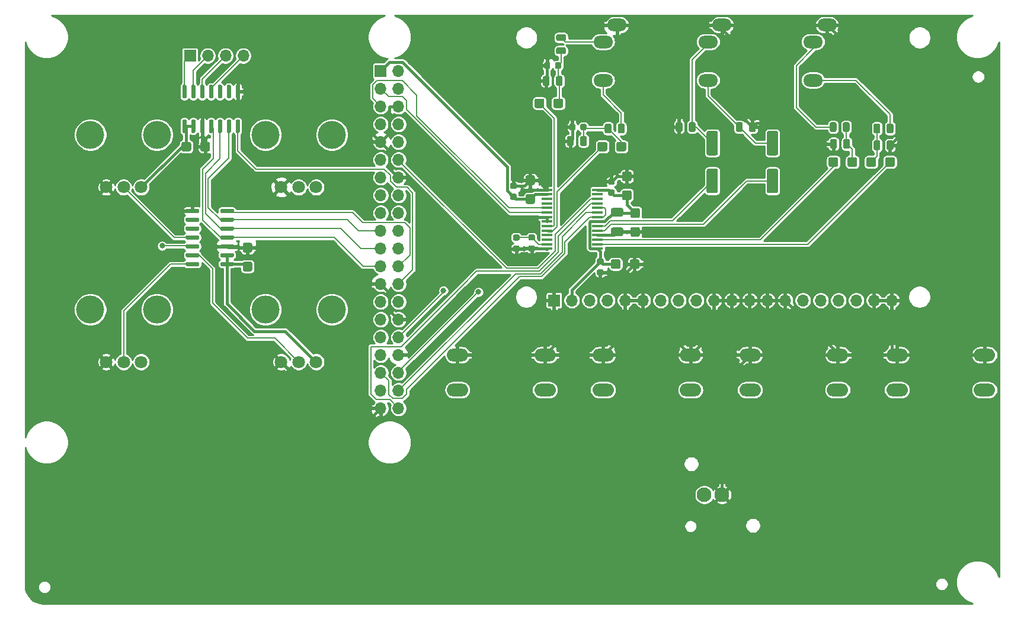
<source format=gbr>
%TF.GenerationSoftware,KiCad,Pcbnew,5.1.6-c6e7f7d~87~ubuntu18.04.1*%
%TF.CreationDate,2021-03-25T20:54:19+01:00*%
%TF.ProjectId,bz-hat,627a2d68-6174-42e6-9b69-6361645f7063,rev?*%
%TF.SameCoordinates,Original*%
%TF.FileFunction,Copper,L2,Bot*%
%TF.FilePolarity,Positive*%
%FSLAX46Y46*%
G04 Gerber Fmt 4.6, Leading zero omitted, Abs format (unit mm)*
G04 Created by KiCad (PCBNEW 5.1.6-c6e7f7d~87~ubuntu18.04.1) date 2021-03-25 20:54:19*
%MOMM*%
%LPD*%
G01*
G04 APERTURE LIST*
%TA.AperFunction,ComponentPad*%
%ADD10O,1.700000X1.700000*%
%TD*%
%TA.AperFunction,ComponentPad*%
%ADD11R,1.700000X1.700000*%
%TD*%
%TA.AperFunction,WasherPad*%
%ADD12C,4.000000*%
%TD*%
%TA.AperFunction,ComponentPad*%
%ADD13C,1.800000*%
%TD*%
%TA.AperFunction,ComponentPad*%
%ADD14O,2.800000X1.800000*%
%TD*%
%TA.AperFunction,ComponentPad*%
%ADD15O,3.048000X1.850000*%
%TD*%
%TA.AperFunction,ComponentPad*%
%ADD16C,2.100000*%
%TD*%
%TA.AperFunction,SMDPad,CuDef*%
%ADD17R,1.500000X0.400000*%
%TD*%
%TA.AperFunction,ViaPad*%
%ADD18C,0.800000*%
%TD*%
%TA.AperFunction,Conductor*%
%ADD19C,0.200000*%
%TD*%
%TA.AperFunction,Conductor*%
%ADD20C,0.400000*%
%TD*%
%TA.AperFunction,Conductor*%
%ADD21C,0.254000*%
%TD*%
G04 APERTURE END LIST*
%TO.P,C14,2*%
%TO.N,GNDA*%
%TA.AperFunction,SMDPad,CuDef*%
G36*
G01*
X162343750Y-81750000D02*
X162856250Y-81750000D01*
G75*
G02*
X163075000Y-81968750I0J-218750D01*
G01*
X163075000Y-82406250D01*
G75*
G02*
X162856250Y-82625000I-218750J0D01*
G01*
X162343750Y-82625000D01*
G75*
G02*
X162125000Y-82406250I0J218750D01*
G01*
X162125000Y-81968750D01*
G75*
G02*
X162343750Y-81750000I218750J0D01*
G01*
G37*
%TD.AperFunction*%
%TO.P,C14,1*%
%TO.N,+3V3*%
%TA.AperFunction,SMDPad,CuDef*%
G36*
G01*
X162343750Y-80175000D02*
X162856250Y-80175000D01*
G75*
G02*
X163075000Y-80393750I0J-218750D01*
G01*
X163075000Y-80831250D01*
G75*
G02*
X162856250Y-81050000I-218750J0D01*
G01*
X162343750Y-81050000D01*
G75*
G02*
X162125000Y-80831250I0J218750D01*
G01*
X162125000Y-80393750D01*
G75*
G02*
X162343750Y-80175000I218750J0D01*
G01*
G37*
%TD.AperFunction*%
%TD*%
%TO.P,U3,14*%
%TO.N,+3V3*%
%TA.AperFunction,SMDPad,CuDef*%
G36*
G01*
X108300000Y-81160000D02*
X108300000Y-80860000D01*
G75*
G02*
X108450000Y-80710000I150000J0D01*
G01*
X110100000Y-80710000D01*
G75*
G02*
X110250000Y-80860000I0J-150000D01*
G01*
X110250000Y-81160000D01*
G75*
G02*
X110100000Y-81310000I-150000J0D01*
G01*
X108450000Y-81310000D01*
G75*
G02*
X108300000Y-81160000I0J150000D01*
G01*
G37*
%TD.AperFunction*%
%TO.P,U3,13*%
%TA.AperFunction,SMDPad,CuDef*%
G36*
G01*
X108300000Y-79890000D02*
X108300000Y-79590000D01*
G75*
G02*
X108450000Y-79440000I150000J0D01*
G01*
X110100000Y-79440000D01*
G75*
G02*
X110250000Y-79590000I0J-150000D01*
G01*
X110250000Y-79890000D01*
G75*
G02*
X110100000Y-80040000I-150000J0D01*
G01*
X108450000Y-80040000D01*
G75*
G02*
X108300000Y-79890000I0J150000D01*
G01*
G37*
%TD.AperFunction*%
%TO.P,U3,12*%
%TO.N,GNDA*%
%TA.AperFunction,SMDPad,CuDef*%
G36*
G01*
X108300000Y-78620000D02*
X108300000Y-78320000D01*
G75*
G02*
X108450000Y-78170000I150000J0D01*
G01*
X110100000Y-78170000D01*
G75*
G02*
X110250000Y-78320000I0J-150000D01*
G01*
X110250000Y-78620000D01*
G75*
G02*
X110100000Y-78770000I-150000J0D01*
G01*
X108450000Y-78770000D01*
G75*
G02*
X108300000Y-78620000I0J150000D01*
G01*
G37*
%TD.AperFunction*%
%TO.P,U3,11*%
%TO.N,/SCLK0*%
%TA.AperFunction,SMDPad,CuDef*%
G36*
G01*
X108300000Y-77350000D02*
X108300000Y-77050000D01*
G75*
G02*
X108450000Y-76900000I150000J0D01*
G01*
X110100000Y-76900000D01*
G75*
G02*
X110250000Y-77050000I0J-150000D01*
G01*
X110250000Y-77350000D01*
G75*
G02*
X110100000Y-77500000I-150000J0D01*
G01*
X108450000Y-77500000D01*
G75*
G02*
X108300000Y-77350000I0J150000D01*
G01*
G37*
%TD.AperFunction*%
%TO.P,U3,10*%
%TO.N,/MISO0*%
%TA.AperFunction,SMDPad,CuDef*%
G36*
G01*
X108300000Y-76080000D02*
X108300000Y-75780000D01*
G75*
G02*
X108450000Y-75630000I150000J0D01*
G01*
X110100000Y-75630000D01*
G75*
G02*
X110250000Y-75780000I0J-150000D01*
G01*
X110250000Y-76080000D01*
G75*
G02*
X110100000Y-76230000I-150000J0D01*
G01*
X108450000Y-76230000D01*
G75*
G02*
X108300000Y-76080000I0J150000D01*
G01*
G37*
%TD.AperFunction*%
%TO.P,U3,9*%
%TO.N,/MOSI0*%
%TA.AperFunction,SMDPad,CuDef*%
G36*
G01*
X108300000Y-74810000D02*
X108300000Y-74510000D01*
G75*
G02*
X108450000Y-74360000I150000J0D01*
G01*
X110100000Y-74360000D01*
G75*
G02*
X110250000Y-74510000I0J-150000D01*
G01*
X110250000Y-74810000D01*
G75*
G02*
X110100000Y-74960000I-150000J0D01*
G01*
X108450000Y-74960000D01*
G75*
G02*
X108300000Y-74810000I0J150000D01*
G01*
G37*
%TD.AperFunction*%
%TO.P,U3,8*%
%TO.N,/SPI0_CS0*%
%TA.AperFunction,SMDPad,CuDef*%
G36*
G01*
X108300000Y-73540000D02*
X108300000Y-73240000D01*
G75*
G02*
X108450000Y-73090000I150000J0D01*
G01*
X110100000Y-73090000D01*
G75*
G02*
X110250000Y-73240000I0J-150000D01*
G01*
X110250000Y-73540000D01*
G75*
G02*
X110100000Y-73690000I-150000J0D01*
G01*
X108450000Y-73690000D01*
G75*
G02*
X108300000Y-73540000I0J150000D01*
G01*
G37*
%TD.AperFunction*%
%TO.P,U3,7*%
%TO.N,GNDD*%
%TA.AperFunction,SMDPad,CuDef*%
G36*
G01*
X103350000Y-73540000D02*
X103350000Y-73240000D01*
G75*
G02*
X103500000Y-73090000I150000J0D01*
G01*
X105150000Y-73090000D01*
G75*
G02*
X105300000Y-73240000I0J-150000D01*
G01*
X105300000Y-73540000D01*
G75*
G02*
X105150000Y-73690000I-150000J0D01*
G01*
X103500000Y-73690000D01*
G75*
G02*
X103350000Y-73540000I0J150000D01*
G01*
G37*
%TD.AperFunction*%
%TO.P,U3,6*%
%TO.N,Net-(U3-Pad6)*%
%TA.AperFunction,SMDPad,CuDef*%
G36*
G01*
X103350000Y-74810000D02*
X103350000Y-74510000D01*
G75*
G02*
X103500000Y-74360000I150000J0D01*
G01*
X105150000Y-74360000D01*
G75*
G02*
X105300000Y-74510000I0J-150000D01*
G01*
X105300000Y-74810000D01*
G75*
G02*
X105150000Y-74960000I-150000J0D01*
G01*
X103500000Y-74960000D01*
G75*
G02*
X103350000Y-74810000I0J150000D01*
G01*
G37*
%TD.AperFunction*%
%TO.P,U3,5*%
%TO.N,Net-(U3-Pad5)*%
%TA.AperFunction,SMDPad,CuDef*%
G36*
G01*
X103350000Y-76080000D02*
X103350000Y-75780000D01*
G75*
G02*
X103500000Y-75630000I150000J0D01*
G01*
X105150000Y-75630000D01*
G75*
G02*
X105300000Y-75780000I0J-150000D01*
G01*
X105300000Y-76080000D01*
G75*
G02*
X105150000Y-76230000I-150000J0D01*
G01*
X103500000Y-76230000D01*
G75*
G02*
X103350000Y-76080000I0J150000D01*
G01*
G37*
%TD.AperFunction*%
%TO.P,U3,4*%
%TO.N,/CTRL_D*%
%TA.AperFunction,SMDPad,CuDef*%
G36*
G01*
X103350000Y-77350000D02*
X103350000Y-77050000D01*
G75*
G02*
X103500000Y-76900000I150000J0D01*
G01*
X105150000Y-76900000D01*
G75*
G02*
X105300000Y-77050000I0J-150000D01*
G01*
X105300000Y-77350000D01*
G75*
G02*
X105150000Y-77500000I-150000J0D01*
G01*
X103500000Y-77500000D01*
G75*
G02*
X103350000Y-77350000I0J150000D01*
G01*
G37*
%TD.AperFunction*%
%TO.P,U3,3*%
%TO.N,/CTRL_C*%
%TA.AperFunction,SMDPad,CuDef*%
G36*
G01*
X103350000Y-78620000D02*
X103350000Y-78320000D01*
G75*
G02*
X103500000Y-78170000I150000J0D01*
G01*
X105150000Y-78170000D01*
G75*
G02*
X105300000Y-78320000I0J-150000D01*
G01*
X105300000Y-78620000D01*
G75*
G02*
X105150000Y-78770000I-150000J0D01*
G01*
X103500000Y-78770000D01*
G75*
G02*
X103350000Y-78620000I0J150000D01*
G01*
G37*
%TD.AperFunction*%
%TO.P,U3,2*%
%TO.N,/CTRL_B*%
%TA.AperFunction,SMDPad,CuDef*%
G36*
G01*
X103350000Y-79890000D02*
X103350000Y-79590000D01*
G75*
G02*
X103500000Y-79440000I150000J0D01*
G01*
X105150000Y-79440000D01*
G75*
G02*
X105300000Y-79590000I0J-150000D01*
G01*
X105300000Y-79890000D01*
G75*
G02*
X105150000Y-80040000I-150000J0D01*
G01*
X103500000Y-80040000D01*
G75*
G02*
X103350000Y-79890000I0J150000D01*
G01*
G37*
%TD.AperFunction*%
%TO.P,U3,1*%
%TO.N,/CTRL_A*%
%TA.AperFunction,SMDPad,CuDef*%
G36*
G01*
X103350000Y-81160000D02*
X103350000Y-80860000D01*
G75*
G02*
X103500000Y-80710000I150000J0D01*
G01*
X105150000Y-80710000D01*
G75*
G02*
X105300000Y-80860000I0J-150000D01*
G01*
X105300000Y-81160000D01*
G75*
G02*
X105150000Y-81310000I-150000J0D01*
G01*
X103500000Y-81310000D01*
G75*
G02*
X103350000Y-81160000I0J150000D01*
G01*
G37*
%TD.AperFunction*%
%TD*%
%TO.P,U1,14*%
%TO.N,+3V3*%
%TA.AperFunction,SMDPad,CuDef*%
G36*
G01*
X103040000Y-60300000D02*
X103340000Y-60300000D01*
G75*
G02*
X103490000Y-60450000I0J-150000D01*
G01*
X103490000Y-62100000D01*
G75*
G02*
X103340000Y-62250000I-150000J0D01*
G01*
X103040000Y-62250000D01*
G75*
G02*
X102890000Y-62100000I0J150000D01*
G01*
X102890000Y-60450000D01*
G75*
G02*
X103040000Y-60300000I150000J0D01*
G01*
G37*
%TD.AperFunction*%
%TO.P,U1,13*%
%TA.AperFunction,SMDPad,CuDef*%
G36*
G01*
X104310000Y-60300000D02*
X104610000Y-60300000D01*
G75*
G02*
X104760000Y-60450000I0J-150000D01*
G01*
X104760000Y-62100000D01*
G75*
G02*
X104610000Y-62250000I-150000J0D01*
G01*
X104310000Y-62250000D01*
G75*
G02*
X104160000Y-62100000I0J150000D01*
G01*
X104160000Y-60450000D01*
G75*
G02*
X104310000Y-60300000I150000J0D01*
G01*
G37*
%TD.AperFunction*%
%TO.P,U1,12*%
%TO.N,GNDA*%
%TA.AperFunction,SMDPad,CuDef*%
G36*
G01*
X105580000Y-60300000D02*
X105880000Y-60300000D01*
G75*
G02*
X106030000Y-60450000I0J-150000D01*
G01*
X106030000Y-62100000D01*
G75*
G02*
X105880000Y-62250000I-150000J0D01*
G01*
X105580000Y-62250000D01*
G75*
G02*
X105430000Y-62100000I0J150000D01*
G01*
X105430000Y-60450000D01*
G75*
G02*
X105580000Y-60300000I150000J0D01*
G01*
G37*
%TD.AperFunction*%
%TO.P,U1,11*%
%TO.N,/SCLK0*%
%TA.AperFunction,SMDPad,CuDef*%
G36*
G01*
X106850000Y-60300000D02*
X107150000Y-60300000D01*
G75*
G02*
X107300000Y-60450000I0J-150000D01*
G01*
X107300000Y-62100000D01*
G75*
G02*
X107150000Y-62250000I-150000J0D01*
G01*
X106850000Y-62250000D01*
G75*
G02*
X106700000Y-62100000I0J150000D01*
G01*
X106700000Y-60450000D01*
G75*
G02*
X106850000Y-60300000I150000J0D01*
G01*
G37*
%TD.AperFunction*%
%TO.P,U1,10*%
%TO.N,/MISO0*%
%TA.AperFunction,SMDPad,CuDef*%
G36*
G01*
X108120000Y-60300000D02*
X108420000Y-60300000D01*
G75*
G02*
X108570000Y-60450000I0J-150000D01*
G01*
X108570000Y-62100000D01*
G75*
G02*
X108420000Y-62250000I-150000J0D01*
G01*
X108120000Y-62250000D01*
G75*
G02*
X107970000Y-62100000I0J150000D01*
G01*
X107970000Y-60450000D01*
G75*
G02*
X108120000Y-60300000I150000J0D01*
G01*
G37*
%TD.AperFunction*%
%TO.P,U1,9*%
%TO.N,/MOSI0*%
%TA.AperFunction,SMDPad,CuDef*%
G36*
G01*
X109390000Y-60300000D02*
X109690000Y-60300000D01*
G75*
G02*
X109840000Y-60450000I0J-150000D01*
G01*
X109840000Y-62100000D01*
G75*
G02*
X109690000Y-62250000I-150000J0D01*
G01*
X109390000Y-62250000D01*
G75*
G02*
X109240000Y-62100000I0J150000D01*
G01*
X109240000Y-60450000D01*
G75*
G02*
X109390000Y-60300000I150000J0D01*
G01*
G37*
%TD.AperFunction*%
%TO.P,U1,8*%
%TO.N,/SPI0_CS1*%
%TA.AperFunction,SMDPad,CuDef*%
G36*
G01*
X110660000Y-60300000D02*
X110960000Y-60300000D01*
G75*
G02*
X111110000Y-60450000I0J-150000D01*
G01*
X111110000Y-62100000D01*
G75*
G02*
X110960000Y-62250000I-150000J0D01*
G01*
X110660000Y-62250000D01*
G75*
G02*
X110510000Y-62100000I0J150000D01*
G01*
X110510000Y-60450000D01*
G75*
G02*
X110660000Y-60300000I150000J0D01*
G01*
G37*
%TD.AperFunction*%
%TO.P,U1,7*%
%TO.N,GNDD*%
%TA.AperFunction,SMDPad,CuDef*%
G36*
G01*
X110660000Y-55350000D02*
X110960000Y-55350000D01*
G75*
G02*
X111110000Y-55500000I0J-150000D01*
G01*
X111110000Y-57150000D01*
G75*
G02*
X110960000Y-57300000I-150000J0D01*
G01*
X110660000Y-57300000D01*
G75*
G02*
X110510000Y-57150000I0J150000D01*
G01*
X110510000Y-55500000D01*
G75*
G02*
X110660000Y-55350000I150000J0D01*
G01*
G37*
%TD.AperFunction*%
%TO.P,U1,6*%
%TO.N,Net-(U1-Pad6)*%
%TA.AperFunction,SMDPad,CuDef*%
G36*
G01*
X109390000Y-55350000D02*
X109690000Y-55350000D01*
G75*
G02*
X109840000Y-55500000I0J-150000D01*
G01*
X109840000Y-57150000D01*
G75*
G02*
X109690000Y-57300000I-150000J0D01*
G01*
X109390000Y-57300000D01*
G75*
G02*
X109240000Y-57150000I0J150000D01*
G01*
X109240000Y-55500000D01*
G75*
G02*
X109390000Y-55350000I150000J0D01*
G01*
G37*
%TD.AperFunction*%
%TO.P,U1,5*%
%TO.N,Net-(U1-Pad5)*%
%TA.AperFunction,SMDPad,CuDef*%
G36*
G01*
X108120000Y-55350000D02*
X108420000Y-55350000D01*
G75*
G02*
X108570000Y-55500000I0J-150000D01*
G01*
X108570000Y-57150000D01*
G75*
G02*
X108420000Y-57300000I-150000J0D01*
G01*
X108120000Y-57300000D01*
G75*
G02*
X107970000Y-57150000I0J150000D01*
G01*
X107970000Y-55500000D01*
G75*
G02*
X108120000Y-55350000I150000J0D01*
G01*
G37*
%TD.AperFunction*%
%TO.P,U1,4*%
%TO.N,Net-(J5-Pad4)*%
%TA.AperFunction,SMDPad,CuDef*%
G36*
G01*
X106850000Y-55350000D02*
X107150000Y-55350000D01*
G75*
G02*
X107300000Y-55500000I0J-150000D01*
G01*
X107300000Y-57150000D01*
G75*
G02*
X107150000Y-57300000I-150000J0D01*
G01*
X106850000Y-57300000D01*
G75*
G02*
X106700000Y-57150000I0J150000D01*
G01*
X106700000Y-55500000D01*
G75*
G02*
X106850000Y-55350000I150000J0D01*
G01*
G37*
%TD.AperFunction*%
%TO.P,U1,3*%
%TO.N,Net-(J5-Pad3)*%
%TA.AperFunction,SMDPad,CuDef*%
G36*
G01*
X105580000Y-55350000D02*
X105880000Y-55350000D01*
G75*
G02*
X106030000Y-55500000I0J-150000D01*
G01*
X106030000Y-57150000D01*
G75*
G02*
X105880000Y-57300000I-150000J0D01*
G01*
X105580000Y-57300000D01*
G75*
G02*
X105430000Y-57150000I0J150000D01*
G01*
X105430000Y-55500000D01*
G75*
G02*
X105580000Y-55350000I150000J0D01*
G01*
G37*
%TD.AperFunction*%
%TO.P,U1,2*%
%TO.N,Net-(J5-Pad2)*%
%TA.AperFunction,SMDPad,CuDef*%
G36*
G01*
X104310000Y-55350000D02*
X104610000Y-55350000D01*
G75*
G02*
X104760000Y-55500000I0J-150000D01*
G01*
X104760000Y-57150000D01*
G75*
G02*
X104610000Y-57300000I-150000J0D01*
G01*
X104310000Y-57300000D01*
G75*
G02*
X104160000Y-57150000I0J150000D01*
G01*
X104160000Y-55500000D01*
G75*
G02*
X104310000Y-55350000I150000J0D01*
G01*
G37*
%TD.AperFunction*%
%TO.P,U1,1*%
%TO.N,Net-(J5-Pad1)*%
%TA.AperFunction,SMDPad,CuDef*%
G36*
G01*
X103040000Y-55350000D02*
X103340000Y-55350000D01*
G75*
G02*
X103490000Y-55500000I0J-150000D01*
G01*
X103490000Y-57150000D01*
G75*
G02*
X103340000Y-57300000I-150000J0D01*
G01*
X103040000Y-57300000D01*
G75*
G02*
X102890000Y-57150000I0J150000D01*
G01*
X102890000Y-55500000D01*
G75*
G02*
X103040000Y-55350000I150000J0D01*
G01*
G37*
%TD.AperFunction*%
%TD*%
%TO.P,C20,2*%
%TO.N,GNDA*%
%TA.AperFunction,SMDPad,CuDef*%
G36*
G01*
X112625001Y-79350000D02*
X111774999Y-79350000D01*
G75*
G02*
X111525000Y-79100001I0J249999D01*
G01*
X111525000Y-78199999D01*
G75*
G02*
X111774999Y-77950000I249999J0D01*
G01*
X112625001Y-77950000D01*
G75*
G02*
X112875000Y-78199999I0J-249999D01*
G01*
X112875000Y-79100001D01*
G75*
G02*
X112625001Y-79350000I-249999J0D01*
G01*
G37*
%TD.AperFunction*%
%TO.P,C20,1*%
%TO.N,+3V3*%
%TA.AperFunction,SMDPad,CuDef*%
G36*
G01*
X112625001Y-82050000D02*
X111774999Y-82050000D01*
G75*
G02*
X111525000Y-81800001I0J249999D01*
G01*
X111525000Y-80899999D01*
G75*
G02*
X111774999Y-80650000I249999J0D01*
G01*
X112625001Y-80650000D01*
G75*
G02*
X112875000Y-80899999I0J-249999D01*
G01*
X112875000Y-81800001D01*
G75*
G02*
X112625001Y-82050000I-249999J0D01*
G01*
G37*
%TD.AperFunction*%
%TD*%
%TO.P,C19,2*%
%TO.N,GNDA*%
%TA.AperFunction,SMDPad,CuDef*%
G36*
G01*
X150343750Y-78350000D02*
X150856250Y-78350000D01*
G75*
G02*
X151075000Y-78568750I0J-218750D01*
G01*
X151075000Y-79006250D01*
G75*
G02*
X150856250Y-79225000I-218750J0D01*
G01*
X150343750Y-79225000D01*
G75*
G02*
X150125000Y-79006250I0J218750D01*
G01*
X150125000Y-78568750D01*
G75*
G02*
X150343750Y-78350000I218750J0D01*
G01*
G37*
%TD.AperFunction*%
%TO.P,C19,1*%
%TO.N,Net-(C16-Pad2)*%
%TA.AperFunction,SMDPad,CuDef*%
G36*
G01*
X150343750Y-76775000D02*
X150856250Y-76775000D01*
G75*
G02*
X151075000Y-76993750I0J-218750D01*
G01*
X151075000Y-77431250D01*
G75*
G02*
X150856250Y-77650000I-218750J0D01*
G01*
X150343750Y-77650000D01*
G75*
G02*
X150125000Y-77431250I0J218750D01*
G01*
X150125000Y-76993750D01*
G75*
G02*
X150343750Y-76775000I218750J0D01*
G01*
G37*
%TD.AperFunction*%
%TD*%
%TO.P,C18,2*%
%TO.N,GNDA*%
%TA.AperFunction,SMDPad,CuDef*%
G36*
G01*
X105450000Y-64625001D02*
X105450000Y-63774999D01*
G75*
G02*
X105699999Y-63525000I249999J0D01*
G01*
X106600001Y-63525000D01*
G75*
G02*
X106850000Y-63774999I0J-249999D01*
G01*
X106850000Y-64625001D01*
G75*
G02*
X106600001Y-64875000I-249999J0D01*
G01*
X105699999Y-64875000D01*
G75*
G02*
X105450000Y-64625001I0J249999D01*
G01*
G37*
%TD.AperFunction*%
%TO.P,C18,1*%
%TO.N,+3V3*%
%TA.AperFunction,SMDPad,CuDef*%
G36*
G01*
X102750000Y-64625001D02*
X102750000Y-63774999D01*
G75*
G02*
X102999999Y-63525000I249999J0D01*
G01*
X103900001Y-63525000D01*
G75*
G02*
X104150000Y-63774999I0J-249999D01*
G01*
X104150000Y-64625001D01*
G75*
G02*
X103900001Y-64875000I-249999J0D01*
G01*
X102999999Y-64875000D01*
G75*
G02*
X102750000Y-64625001I0J249999D01*
G01*
G37*
%TD.AperFunction*%
%TD*%
D10*
%TO.P,J6,20*%
%TO.N,GNDD*%
X204260000Y-86200000D03*
%TO.P,J6,19*%
X201720000Y-86200000D03*
%TO.P,J6,18*%
%TO.N,Net-(J6-Pad18)*%
X199180000Y-86200000D03*
%TO.P,J6,17*%
%TO.N,/D_CE*%
X196640000Y-86200000D03*
%TO.P,J6,16*%
%TO.N,/D_RES*%
X194100000Y-86200000D03*
%TO.P,J6,15*%
%TO.N,Net-(J6-Pad15)*%
X191560000Y-86200000D03*
%TO.P,J6,14*%
%TO.N,GNDD*%
X189020000Y-86200000D03*
%TO.P,J6,13*%
X186480000Y-86200000D03*
%TO.P,J6,12*%
X183940000Y-86200000D03*
%TO.P,J6,11*%
X181400000Y-86200000D03*
%TO.P,J6,10*%
X178860000Y-86200000D03*
%TO.P,J6,9*%
%TO.N,Net-(J6-Pad9)*%
X176320000Y-86200000D03*
%TO.P,J6,8*%
%TO.N,/D_MOSI*%
X173780000Y-86200000D03*
%TO.P,J6,7*%
%TO.N,/D_SCLK*%
X171240000Y-86200000D03*
%TO.P,J6,6*%
%TO.N,GNDD*%
X168700000Y-86200000D03*
%TO.P,J6,5*%
X166160000Y-86200000D03*
%TO.P,J6,4*%
%TO.N,/D_DC*%
X163620000Y-86200000D03*
%TO.P,J6,3*%
%TO.N,Net-(J6-Pad3)*%
X161080000Y-86200000D03*
%TO.P,J6,2*%
%TO.N,+3V3*%
X158540000Y-86200000D03*
D11*
%TO.P,J6,1*%
%TO.N,GNDD*%
X156000000Y-86200000D03*
%TD*%
%TO.P,C13,2*%
%TO.N,GNDA*%
%TA.AperFunction,SMDPad,CuDef*%
G36*
G01*
X164375000Y-75775000D02*
X165625000Y-75775000D01*
G75*
G02*
X165875000Y-76025000I0J-250000D01*
G01*
X165875000Y-76775000D01*
G75*
G02*
X165625000Y-77025000I-250000J0D01*
G01*
X164375000Y-77025000D01*
G75*
G02*
X164125000Y-76775000I0J250000D01*
G01*
X164125000Y-76025000D01*
G75*
G02*
X164375000Y-75775000I250000J0D01*
G01*
G37*
%TD.AperFunction*%
%TO.P,C13,1*%
%TO.N,+3V3*%
%TA.AperFunction,SMDPad,CuDef*%
G36*
G01*
X164375000Y-72975000D02*
X165625000Y-72975000D01*
G75*
G02*
X165875000Y-73225000I0J-250000D01*
G01*
X165875000Y-73975000D01*
G75*
G02*
X165625000Y-74225000I-250000J0D01*
G01*
X164375000Y-74225000D01*
G75*
G02*
X164125000Y-73975000I0J250000D01*
G01*
X164125000Y-73225000D01*
G75*
G02*
X164375000Y-72975000I250000J0D01*
G01*
G37*
%TD.AperFunction*%
%TD*%
D12*
%TO.P,RV1,*%
%TO.N,*%
X99250000Y-62500000D03*
X89750000Y-62500000D03*
D13*
%TO.P,RV1,1*%
%TO.N,+3V3*%
X97000000Y-70000000D03*
%TO.P,RV1,2*%
%TO.N,/CTRL_D*%
X94500000Y-70000000D03*
%TO.P,RV1,3*%
%TO.N,GNDA*%
X92000000Y-70000000D03*
%TD*%
D12*
%TO.P,RV4,*%
%TO.N,*%
X99250000Y-87500000D03*
X89750000Y-87500000D03*
D13*
%TO.P,RV4,1*%
%TO.N,+3V3*%
X97000000Y-95000000D03*
%TO.P,RV4,2*%
%TO.N,/CTRL_A*%
X94500000Y-95000000D03*
%TO.P,RV4,3*%
%TO.N,GNDA*%
X92000000Y-95000000D03*
%TD*%
D12*
%TO.P,RV3,*%
%TO.N,*%
X124250000Y-87500000D03*
X114750000Y-87500000D03*
D13*
%TO.P,RV3,1*%
%TO.N,+3V3*%
X122000000Y-95000000D03*
%TO.P,RV3,2*%
%TO.N,/CTRL_B*%
X119500000Y-95000000D03*
%TO.P,RV3,3*%
%TO.N,GNDA*%
X117000000Y-95000000D03*
%TD*%
D12*
%TO.P,RV2,*%
%TO.N,*%
X124250000Y-62500000D03*
X114750000Y-62500000D03*
D13*
%TO.P,RV2,1*%
%TO.N,+3V3*%
X122000000Y-70000000D03*
%TO.P,RV2,2*%
%TO.N,/CTRL_C*%
X119500000Y-70000000D03*
%TO.P,RV2,3*%
%TO.N,GNDA*%
X117000000Y-70000000D03*
%TD*%
D11*
%TO.P,J4,1*%
%TO.N,+3V3*%
X131230000Y-53370000D03*
D10*
%TO.P,J4,2*%
%TO.N,Net-(J4-Pad2)*%
X133770000Y-53370000D03*
%TO.P,J4,3*%
%TO.N,/SDAT*%
X131230000Y-55910000D03*
%TO.P,J4,4*%
%TO.N,Net-(J4-Pad4)*%
X133770000Y-55910000D03*
%TO.P,J4,5*%
%TO.N,/SCLK*%
X131230000Y-58450000D03*
%TO.P,J4,6*%
%TO.N,GNDD*%
X133770000Y-58450000D03*
%TO.P,J4,7*%
%TO.N,Net-(J4-Pad7)*%
X131230000Y-60990000D03*
%TO.P,J4,8*%
%TO.N,/D_MOSI*%
X133770000Y-60990000D03*
%TO.P,J4,9*%
%TO.N,GNDD*%
X131230000Y-63530000D03*
%TO.P,J4,10*%
%TO.N,/D_SCLK*%
X133770000Y-63530000D03*
%TO.P,J4,11*%
%TO.N,/D_RES*%
X131230000Y-66070000D03*
%TO.P,J4,12*%
%TO.N,/BCLK*%
X133770000Y-66070000D03*
%TO.P,J4,13*%
%TO.N,Net-(J4-Pad13)*%
X131230000Y-68610000D03*
%TO.P,J4,14*%
%TO.N,GNDD*%
X133770000Y-68610000D03*
%TO.P,J4,15*%
%TO.N,/BTN_f*%
X131230000Y-71150000D03*
%TO.P,J4,16*%
%TO.N,/BTN_big*%
X133770000Y-71150000D03*
%TO.P,J4,17*%
%TO.N,+3V3*%
X131230000Y-73690000D03*
%TO.P,J4,18*%
%TO.N,/BTN_1*%
X133770000Y-73690000D03*
%TO.P,J4,19*%
%TO.N,/MOSI0*%
X131230000Y-76230000D03*
%TO.P,J4,20*%
%TO.N,GNDD*%
X133770000Y-76230000D03*
%TO.P,J4,21*%
%TO.N,/MISO0*%
X131230000Y-78770000D03*
%TO.P,J4,22*%
%TO.N,/BTN_2*%
X133770000Y-78770000D03*
%TO.P,J4,23*%
%TO.N,/SCLK0*%
X131230000Y-81310000D03*
%TO.P,J4,24*%
%TO.N,/SPI0_CS0*%
X133770000Y-81310000D03*
%TO.P,J4,25*%
%TO.N,GNDA*%
X131230000Y-83850000D03*
%TO.P,J4,26*%
%TO.N,/SPI0_CS1*%
X133770000Y-83850000D03*
%TO.P,J4,27*%
%TO.N,Net-(J4-Pad27)*%
X131230000Y-86390000D03*
%TO.P,J4,28*%
%TO.N,Net-(J4-Pad28)*%
X133770000Y-86390000D03*
%TO.P,J4,29*%
%TO.N,Net-(J4-Pad29)*%
X131230000Y-88930000D03*
%TO.P,J4,30*%
%TO.N,GNDA*%
X133770000Y-88930000D03*
%TO.P,J4,31*%
%TO.N,Net-(J4-Pad31)*%
X131230000Y-91470000D03*
%TO.P,J4,32*%
%TO.N,/D_CE*%
X133770000Y-91470000D03*
%TO.P,J4,33*%
%TO.N,Net-(J4-Pad33)*%
X131230000Y-94010000D03*
%TO.P,J4,34*%
%TO.N,GNDA*%
X133770000Y-94010000D03*
%TO.P,J4,35*%
%TO.N,/LRC*%
X131230000Y-96550000D03*
%TO.P,J4,36*%
%TO.N,/D_DC*%
X133770000Y-96550000D03*
%TO.P,J4,37*%
%TO.N,/BTN_3*%
X131230000Y-99090000D03*
%TO.P,J4,38*%
%TO.N,/ADCDAT*%
X133770000Y-99090000D03*
%TO.P,J4,39*%
%TO.N,GNDA*%
X131230000Y-101630000D03*
%TO.P,J4,40*%
%TO.N,/DACDAT*%
X133770000Y-101630000D03*
%TD*%
D14*
%TO.P,J3,2*%
%TO.N,Net-(C6-Pad2)*%
X178000000Y-54700000D03*
%TO.P,J3,3*%
%TO.N,Net-(C5-Pad2)*%
X178000000Y-49200000D03*
%TO.P,J3,1*%
%TO.N,GNDA*%
X180000000Y-46800000D03*
%TD*%
%TO.P,J2,2*%
%TO.N,Net-(J2-Pad2)*%
X193000000Y-54700000D03*
%TO.P,J2,3*%
%TO.N,Net-(J2-Pad3)*%
X193000000Y-49200000D03*
%TO.P,J2,1*%
%TO.N,GNDA*%
X195000000Y-46800000D03*
%TD*%
%TO.P,J1,2*%
%TO.N,Net-(J1-Pad2)*%
X163000000Y-54700000D03*
%TO.P,J1,3*%
%TO.N,Net-(J1-Pad3)*%
X163000000Y-49200000D03*
%TO.P,J1,1*%
%TO.N,GNDA*%
X165000000Y-46800000D03*
%TD*%
D15*
%TO.P,SW3,2*%
%TO.N,/BTN_1*%
X142200000Y-99000000D03*
%TO.P,SW3,1*%
%TO.N,GNDD*%
X142200000Y-94000000D03*
%TO.P,SW3,2*%
%TO.N,/BTN_1*%
X154700000Y-99000000D03*
%TO.P,SW3,1*%
%TO.N,GNDD*%
X154700000Y-94000000D03*
%TD*%
%TO.P,C15,2*%
%TO.N,GNDD*%
%TA.AperFunction,SMDPad,CuDef*%
G36*
G01*
X153025001Y-69700000D02*
X152174999Y-69700000D01*
G75*
G02*
X151925000Y-69450001I0J249999D01*
G01*
X151925000Y-68549999D01*
G75*
G02*
X152174999Y-68300000I249999J0D01*
G01*
X153025001Y-68300000D01*
G75*
G02*
X153275000Y-68549999I0J-249999D01*
G01*
X153275000Y-69450001D01*
G75*
G02*
X153025001Y-69700000I-249999J0D01*
G01*
G37*
%TD.AperFunction*%
%TO.P,C15,1*%
%TO.N,+3V3*%
%TA.AperFunction,SMDPad,CuDef*%
G36*
G01*
X153025001Y-72400000D02*
X152174999Y-72400000D01*
G75*
G02*
X151925000Y-72150001I0J249999D01*
G01*
X151925000Y-71249999D01*
G75*
G02*
X152174999Y-71000000I249999J0D01*
G01*
X153025001Y-71000000D01*
G75*
G02*
X153275000Y-71249999I0J-249999D01*
G01*
X153275000Y-72150001D01*
G75*
G02*
X153025001Y-72400000I-249999J0D01*
G01*
G37*
%TD.AperFunction*%
%TD*%
%TO.P,C11,2*%
%TO.N,GNDA*%
%TA.AperFunction,SMDPad,CuDef*%
G36*
G01*
X166800000Y-81425001D02*
X166800000Y-80574999D01*
G75*
G02*
X167049999Y-80325000I249999J0D01*
G01*
X167950001Y-80325000D01*
G75*
G02*
X168200000Y-80574999I0J-249999D01*
G01*
X168200000Y-81425001D01*
G75*
G02*
X167950001Y-81675000I-249999J0D01*
G01*
X167049999Y-81675000D01*
G75*
G02*
X166800000Y-81425001I0J249999D01*
G01*
G37*
%TD.AperFunction*%
%TO.P,C11,1*%
%TO.N,+3V3*%
%TA.AperFunction,SMDPad,CuDef*%
G36*
G01*
X164100000Y-81425001D02*
X164100000Y-80574999D01*
G75*
G02*
X164349999Y-80325000I249999J0D01*
G01*
X165250001Y-80325000D01*
G75*
G02*
X165500000Y-80574999I0J-249999D01*
G01*
X165500000Y-81425001D01*
G75*
G02*
X165250001Y-81675000I-249999J0D01*
G01*
X164349999Y-81675000D01*
G75*
G02*
X164100000Y-81425001I0J249999D01*
G01*
G37*
%TD.AperFunction*%
%TD*%
%TO.P,C1,2*%
%TO.N,GNDA*%
%TA.AperFunction,SMDPad,CuDef*%
G36*
G01*
X155450000Y-52343750D02*
X155450000Y-52856250D01*
G75*
G02*
X155231250Y-53075000I-218750J0D01*
G01*
X154793750Y-53075000D01*
G75*
G02*
X154575000Y-52856250I0J218750D01*
G01*
X154575000Y-52343750D01*
G75*
G02*
X154793750Y-52125000I218750J0D01*
G01*
X155231250Y-52125000D01*
G75*
G02*
X155450000Y-52343750I0J-218750D01*
G01*
G37*
%TD.AperFunction*%
%TO.P,C1,1*%
%TO.N,Net-(C1-Pad1)*%
%TA.AperFunction,SMDPad,CuDef*%
G36*
G01*
X157025000Y-52343750D02*
X157025000Y-52856250D01*
G75*
G02*
X156806250Y-53075000I-218750J0D01*
G01*
X156368750Y-53075000D01*
G75*
G02*
X156150000Y-52856250I0J218750D01*
G01*
X156150000Y-52343750D01*
G75*
G02*
X156368750Y-52125000I218750J0D01*
G01*
X156806250Y-52125000D01*
G75*
G02*
X157025000Y-52343750I0J-218750D01*
G01*
G37*
%TD.AperFunction*%
%TD*%
%TO.P,R4,2*%
%TO.N,Net-(J2-Pad2)*%
%TA.AperFunction,SMDPad,CuDef*%
G36*
G01*
X203512500Y-62056250D02*
X203512500Y-61143750D01*
G75*
G02*
X203756250Y-60900000I243750J0D01*
G01*
X204243750Y-60900000D01*
G75*
G02*
X204487500Y-61143750I0J-243750D01*
G01*
X204487500Y-62056250D01*
G75*
G02*
X204243750Y-62300000I-243750J0D01*
G01*
X203756250Y-62300000D01*
G75*
G02*
X203512500Y-62056250I0J243750D01*
G01*
G37*
%TD.AperFunction*%
%TO.P,R4,1*%
%TO.N,Net-(C4-Pad2)*%
%TA.AperFunction,SMDPad,CuDef*%
G36*
G01*
X201637500Y-62056250D02*
X201637500Y-61143750D01*
G75*
G02*
X201881250Y-60900000I243750J0D01*
G01*
X202368750Y-60900000D01*
G75*
G02*
X202612500Y-61143750I0J-243750D01*
G01*
X202612500Y-62056250D01*
G75*
G02*
X202368750Y-62300000I-243750J0D01*
G01*
X201881250Y-62300000D01*
G75*
G02*
X201637500Y-62056250I0J243750D01*
G01*
G37*
%TD.AperFunction*%
%TD*%
%TO.P,C9,2*%
%TO.N,GNDD*%
%TA.AperFunction,SMDPad,CuDef*%
G36*
G01*
X166825001Y-69150000D02*
X165974999Y-69150000D01*
G75*
G02*
X165725000Y-68900001I0J249999D01*
G01*
X165725000Y-67999999D01*
G75*
G02*
X165974999Y-67750000I249999J0D01*
G01*
X166825001Y-67750000D01*
G75*
G02*
X167075000Y-67999999I0J-249999D01*
G01*
X167075000Y-68900001D01*
G75*
G02*
X166825001Y-69150000I-249999J0D01*
G01*
G37*
%TD.AperFunction*%
%TO.P,C9,1*%
%TO.N,+3V3*%
%TA.AperFunction,SMDPad,CuDef*%
G36*
G01*
X166825001Y-71850000D02*
X165974999Y-71850000D01*
G75*
G02*
X165725000Y-71600001I0J249999D01*
G01*
X165725000Y-70699999D01*
G75*
G02*
X165974999Y-70450000I249999J0D01*
G01*
X166825001Y-70450000D01*
G75*
G02*
X167075000Y-70699999I0J-249999D01*
G01*
X167075000Y-71600001D01*
G75*
G02*
X166825001Y-71850000I-249999J0D01*
G01*
G37*
%TD.AperFunction*%
%TD*%
D16*
%TO.P,SW2,2*%
%TO.N,/BTN_big*%
X177460000Y-114000000D03*
%TO.P,SW2,1*%
%TO.N,GNDD*%
X180000000Y-114000000D03*
%TD*%
%TO.P,C16,2*%
%TO.N,Net-(C16-Pad2)*%
%TA.AperFunction,SMDPad,CuDef*%
G36*
G01*
X153056250Y-77637500D02*
X152543750Y-77637500D01*
G75*
G02*
X152325000Y-77418750I0J218750D01*
G01*
X152325000Y-76981250D01*
G75*
G02*
X152543750Y-76762500I218750J0D01*
G01*
X153056250Y-76762500D01*
G75*
G02*
X153275000Y-76981250I0J-218750D01*
G01*
X153275000Y-77418750D01*
G75*
G02*
X153056250Y-77637500I-218750J0D01*
G01*
G37*
%TD.AperFunction*%
%TO.P,C16,1*%
%TO.N,GNDA*%
%TA.AperFunction,SMDPad,CuDef*%
G36*
G01*
X153056250Y-79212500D02*
X152543750Y-79212500D01*
G75*
G02*
X152325000Y-78993750I0J218750D01*
G01*
X152325000Y-78556250D01*
G75*
G02*
X152543750Y-78337500I218750J0D01*
G01*
X153056250Y-78337500D01*
G75*
G02*
X153275000Y-78556250I0J-218750D01*
G01*
X153275000Y-78993750D01*
G75*
G02*
X153056250Y-79212500I-218750J0D01*
G01*
G37*
%TD.AperFunction*%
%TD*%
%TO.P,R7,2*%
%TO.N,GNDA*%
%TA.AperFunction,SMDPad,CuDef*%
G36*
G01*
X196412500Y-63343750D02*
X196412500Y-64256250D01*
G75*
G02*
X196168750Y-64500000I-243750J0D01*
G01*
X195681250Y-64500000D01*
G75*
G02*
X195437500Y-64256250I0J243750D01*
G01*
X195437500Y-63343750D01*
G75*
G02*
X195681250Y-63100000I243750J0D01*
G01*
X196168750Y-63100000D01*
G75*
G02*
X196412500Y-63343750I0J-243750D01*
G01*
G37*
%TD.AperFunction*%
%TO.P,R7,1*%
%TO.N,Net-(C3-Pad2)*%
%TA.AperFunction,SMDPad,CuDef*%
G36*
G01*
X198287500Y-63343750D02*
X198287500Y-64256250D01*
G75*
G02*
X198043750Y-64500000I-243750J0D01*
G01*
X197556250Y-64500000D01*
G75*
G02*
X197312500Y-64256250I0J243750D01*
G01*
X197312500Y-63343750D01*
G75*
G02*
X197556250Y-63100000I243750J0D01*
G01*
X198043750Y-63100000D01*
G75*
G02*
X198287500Y-63343750I0J-243750D01*
G01*
G37*
%TD.AperFunction*%
%TD*%
%TO.P,R6,2*%
%TO.N,Net-(C2-Pad1)*%
%TA.AperFunction,SMDPad,CuDef*%
G36*
G01*
X159712500Y-63856250D02*
X159712500Y-62943750D01*
G75*
G02*
X159956250Y-62700000I243750J0D01*
G01*
X160443750Y-62700000D01*
G75*
G02*
X160687500Y-62943750I0J-243750D01*
G01*
X160687500Y-63856250D01*
G75*
G02*
X160443750Y-64100000I-243750J0D01*
G01*
X159956250Y-64100000D01*
G75*
G02*
X159712500Y-63856250I0J243750D01*
G01*
G37*
%TD.AperFunction*%
%TO.P,R6,1*%
%TO.N,GNDA*%
%TA.AperFunction,SMDPad,CuDef*%
G36*
G01*
X157837500Y-63856250D02*
X157837500Y-62943750D01*
G75*
G02*
X158081250Y-62700000I243750J0D01*
G01*
X158568750Y-62700000D01*
G75*
G02*
X158812500Y-62943750I0J-243750D01*
G01*
X158812500Y-63856250D01*
G75*
G02*
X158568750Y-64100000I-243750J0D01*
G01*
X158081250Y-64100000D01*
G75*
G02*
X157837500Y-63856250I0J243750D01*
G01*
G37*
%TD.AperFunction*%
%TD*%
D17*
%TO.P,U2,28*%
%TO.N,GNDD*%
X154975000Y-70375000D03*
%TO.P,U2,27*%
%TO.N,+3V3*%
X154975000Y-71025000D03*
%TO.P,U2,26*%
%TO.N,Net-(U2-Pad26)*%
X154975000Y-71675000D03*
%TO.P,U2,25*%
%TO.N,Net-(U2-Pad25)*%
X154975000Y-72325000D03*
%TO.P,U2,24*%
%TO.N,/SCLK*%
X154975000Y-72975000D03*
%TO.P,U2,23*%
%TO.N,/SDAT*%
X154975000Y-73625000D03*
%TO.P,U2,22*%
%TO.N,GNDD*%
X154975000Y-74275000D03*
%TO.P,U2,21*%
X154975000Y-74925000D03*
%TO.P,U2,20*%
%TO.N,/LLINEIN*%
X154975000Y-75575000D03*
%TO.P,U2,19*%
%TO.N,/RLINEIN*%
X154975000Y-76225000D03*
%TO.P,U2,18*%
%TO.N,Net-(U2-Pad18)*%
X154975000Y-76875000D03*
%TO.P,U2,17*%
%TO.N,Net-(U2-Pad17)*%
X154975000Y-77525000D03*
%TO.P,U2,16*%
%TO.N,Net-(C16-Pad2)*%
X154975000Y-78175000D03*
%TO.P,U2,15*%
%TO.N,GNDA*%
X154975000Y-78825000D03*
%TO.P,U2,14*%
%TO.N,+3V3*%
X162225000Y-78825000D03*
%TO.P,U2,13*%
%TO.N,/ROUT*%
X162225000Y-78175000D03*
%TO.P,U2,12*%
%TO.N,/LOUT*%
X162225000Y-77525000D03*
%TO.P,U2,11*%
%TO.N,GNDA*%
X162225000Y-76875000D03*
%TO.P,U2,10*%
%TO.N,/RHPOUT*%
X162225000Y-76225000D03*
%TO.P,U2,9*%
%TO.N,/LHPOUT*%
X162225000Y-75575000D03*
%TO.P,U2,8*%
%TO.N,+3V3*%
X162225000Y-74925000D03*
%TO.P,U2,7*%
%TO.N,/LRC*%
X162225000Y-74275000D03*
%TO.P,U2,6*%
%TO.N,/ADCDAT*%
X162225000Y-73625000D03*
%TO.P,U2,5*%
%TO.N,/LRC*%
X162225000Y-72975000D03*
%TO.P,U2,4*%
%TO.N,/DACDAT*%
X162225000Y-72325000D03*
%TO.P,U2,3*%
%TO.N,/BCLK*%
X162225000Y-71675000D03*
%TO.P,U2,2*%
%TO.N,Net-(U2-Pad2)*%
X162225000Y-71025000D03*
%TO.P,U2,1*%
%TO.N,+3V3*%
X162225000Y-70375000D03*
%TD*%
D10*
%TO.P,J5,4*%
%TO.N,Net-(J5-Pad4)*%
X111600000Y-51200000D03*
%TO.P,J5,3*%
%TO.N,Net-(J5-Pad3)*%
X109060000Y-51200000D03*
%TO.P,J5,2*%
%TO.N,Net-(J5-Pad2)*%
X106520000Y-51200000D03*
D11*
%TO.P,J5,1*%
%TO.N,Net-(J5-Pad1)*%
X103980000Y-51200000D03*
%TD*%
%TO.P,R1,2*%
%TO.N,Net-(C1-Pad1)*%
%TA.AperFunction,SMDPad,CuDef*%
G36*
G01*
X156543750Y-49987500D02*
X157456250Y-49987500D01*
G75*
G02*
X157700000Y-50231250I0J-243750D01*
G01*
X157700000Y-50718750D01*
G75*
G02*
X157456250Y-50962500I-243750J0D01*
G01*
X156543750Y-50962500D01*
G75*
G02*
X156300000Y-50718750I0J243750D01*
G01*
X156300000Y-50231250D01*
G75*
G02*
X156543750Y-49987500I243750J0D01*
G01*
G37*
%TD.AperFunction*%
%TO.P,R1,1*%
%TO.N,Net-(J1-Pad3)*%
%TA.AperFunction,SMDPad,CuDef*%
G36*
G01*
X156543750Y-48112500D02*
X157456250Y-48112500D01*
G75*
G02*
X157700000Y-48356250I0J-243750D01*
G01*
X157700000Y-48843750D01*
G75*
G02*
X157456250Y-49087500I-243750J0D01*
G01*
X156543750Y-49087500D01*
G75*
G02*
X156300000Y-48843750I0J243750D01*
G01*
X156300000Y-48356250D01*
G75*
G02*
X156543750Y-48112500I243750J0D01*
G01*
G37*
%TD.AperFunction*%
%TD*%
%TO.P,R9,2*%
%TO.N,GNDA*%
%TA.AperFunction,SMDPad,CuDef*%
G36*
G01*
X174350000Y-60943750D02*
X174350000Y-61856250D01*
G75*
G02*
X174106250Y-62100000I-243750J0D01*
G01*
X173618750Y-62100000D01*
G75*
G02*
X173375000Y-61856250I0J243750D01*
G01*
X173375000Y-60943750D01*
G75*
G02*
X173618750Y-60700000I243750J0D01*
G01*
X174106250Y-60700000D01*
G75*
G02*
X174350000Y-60943750I0J-243750D01*
G01*
G37*
%TD.AperFunction*%
%TO.P,R9,1*%
%TO.N,Net-(C5-Pad2)*%
%TA.AperFunction,SMDPad,CuDef*%
G36*
G01*
X176225000Y-60943750D02*
X176225000Y-61856250D01*
G75*
G02*
X175981250Y-62100000I-243750J0D01*
G01*
X175493750Y-62100000D01*
G75*
G02*
X175250000Y-61856250I0J243750D01*
G01*
X175250000Y-60943750D01*
G75*
G02*
X175493750Y-60700000I243750J0D01*
G01*
X175981250Y-60700000D01*
G75*
G02*
X176225000Y-60943750I0J-243750D01*
G01*
G37*
%TD.AperFunction*%
%TD*%
%TO.P,C2,2*%
%TO.N,GNDA*%
%TA.AperFunction,SMDPad,CuDef*%
G36*
G01*
X159050000Y-61143750D02*
X159050000Y-61656250D01*
G75*
G02*
X158831250Y-61875000I-218750J0D01*
G01*
X158393750Y-61875000D01*
G75*
G02*
X158175000Y-61656250I0J218750D01*
G01*
X158175000Y-61143750D01*
G75*
G02*
X158393750Y-60925000I218750J0D01*
G01*
X158831250Y-60925000D01*
G75*
G02*
X159050000Y-61143750I0J-218750D01*
G01*
G37*
%TD.AperFunction*%
%TO.P,C2,1*%
%TO.N,Net-(C2-Pad1)*%
%TA.AperFunction,SMDPad,CuDef*%
G36*
G01*
X160625000Y-61143750D02*
X160625000Y-61656250D01*
G75*
G02*
X160406250Y-61875000I-218750J0D01*
G01*
X159968750Y-61875000D01*
G75*
G02*
X159750000Y-61656250I0J218750D01*
G01*
X159750000Y-61143750D01*
G75*
G02*
X159968750Y-60925000I218750J0D01*
G01*
X160406250Y-60925000D01*
G75*
G02*
X160625000Y-61143750I0J-218750D01*
G01*
G37*
%TD.AperFunction*%
%TD*%
D15*
%TO.P,SW1,2*%
%TO.N,/BTN_f*%
X205000000Y-99000000D03*
%TO.P,SW1,1*%
%TO.N,GNDD*%
X205000000Y-94000000D03*
%TO.P,SW1,2*%
%TO.N,/BTN_f*%
X217500000Y-99000000D03*
%TO.P,SW1,1*%
%TO.N,GNDD*%
X217500000Y-94000000D03*
%TD*%
%TO.P,SW5,2*%
%TO.N,/BTN_3*%
X184000000Y-99000000D03*
%TO.P,SW5,1*%
%TO.N,GNDD*%
X184000000Y-94000000D03*
%TO.P,SW5,2*%
%TO.N,/BTN_3*%
X196500000Y-99000000D03*
%TO.P,SW5,1*%
%TO.N,GNDD*%
X196500000Y-94000000D03*
%TD*%
%TO.P,R10,2*%
%TO.N,GNDA*%
%TA.AperFunction,SMDPad,CuDef*%
G36*
G01*
X183850000Y-61856250D02*
X183850000Y-60943750D01*
G75*
G02*
X184093750Y-60700000I243750J0D01*
G01*
X184581250Y-60700000D01*
G75*
G02*
X184825000Y-60943750I0J-243750D01*
G01*
X184825000Y-61856250D01*
G75*
G02*
X184581250Y-62100000I-243750J0D01*
G01*
X184093750Y-62100000D01*
G75*
G02*
X183850000Y-61856250I0J243750D01*
G01*
G37*
%TD.AperFunction*%
%TO.P,R10,1*%
%TO.N,Net-(C6-Pad2)*%
%TA.AperFunction,SMDPad,CuDef*%
G36*
G01*
X181975000Y-61856250D02*
X181975000Y-60943750D01*
G75*
G02*
X182218750Y-60700000I243750J0D01*
G01*
X182706250Y-60700000D01*
G75*
G02*
X182950000Y-60943750I0J-243750D01*
G01*
X182950000Y-61856250D01*
G75*
G02*
X182706250Y-62100000I-243750J0D01*
G01*
X182218750Y-62100000D01*
G75*
G02*
X181975000Y-61856250I0J243750D01*
G01*
G37*
%TD.AperFunction*%
%TD*%
%TO.P,C10,2*%
%TO.N,GNDA*%
%TA.AperFunction,SMDPad,CuDef*%
G36*
G01*
X167174999Y-75700000D02*
X168025001Y-75700000D01*
G75*
G02*
X168275000Y-75949999I0J-249999D01*
G01*
X168275000Y-76850001D01*
G75*
G02*
X168025001Y-77100000I-249999J0D01*
G01*
X167174999Y-77100000D01*
G75*
G02*
X166925000Y-76850001I0J249999D01*
G01*
X166925000Y-75949999D01*
G75*
G02*
X167174999Y-75700000I249999J0D01*
G01*
G37*
%TD.AperFunction*%
%TO.P,C10,1*%
%TO.N,+3V3*%
%TA.AperFunction,SMDPad,CuDef*%
G36*
G01*
X167174999Y-73000000D02*
X168025001Y-73000000D01*
G75*
G02*
X168275000Y-73249999I0J-249999D01*
G01*
X168275000Y-74150001D01*
G75*
G02*
X168025001Y-74400000I-249999J0D01*
G01*
X167174999Y-74400000D01*
G75*
G02*
X166925000Y-74150001I0J249999D01*
G01*
X166925000Y-73249999D01*
G75*
G02*
X167174999Y-73000000I249999J0D01*
G01*
G37*
%TD.AperFunction*%
%TD*%
%TO.P,R5,2*%
%TO.N,Net-(C1-Pad1)*%
%TA.AperFunction,SMDPad,CuDef*%
G36*
G01*
X156250000Y-55256250D02*
X156250000Y-54343750D01*
G75*
G02*
X156493750Y-54100000I243750J0D01*
G01*
X156981250Y-54100000D01*
G75*
G02*
X157225000Y-54343750I0J-243750D01*
G01*
X157225000Y-55256250D01*
G75*
G02*
X156981250Y-55500000I-243750J0D01*
G01*
X156493750Y-55500000D01*
G75*
G02*
X156250000Y-55256250I0J243750D01*
G01*
G37*
%TD.AperFunction*%
%TO.P,R5,1*%
%TO.N,GNDA*%
%TA.AperFunction,SMDPad,CuDef*%
G36*
G01*
X154375000Y-55256250D02*
X154375000Y-54343750D01*
G75*
G02*
X154618750Y-54100000I243750J0D01*
G01*
X155106250Y-54100000D01*
G75*
G02*
X155350000Y-54343750I0J-243750D01*
G01*
X155350000Y-55256250D01*
G75*
G02*
X155106250Y-55500000I-243750J0D01*
G01*
X154618750Y-55500000D01*
G75*
G02*
X154375000Y-55256250I0J243750D01*
G01*
G37*
%TD.AperFunction*%
%TD*%
%TO.P,C6,2*%
%TO.N,Net-(C6-Pad2)*%
%TA.AperFunction,SMDPad,CuDef*%
G36*
G01*
X187750000Y-65450000D02*
X186650000Y-65450000D01*
G75*
G02*
X186400000Y-65200000I0J250000D01*
G01*
X186400000Y-62200000D01*
G75*
G02*
X186650000Y-61950000I250000J0D01*
G01*
X187750000Y-61950000D01*
G75*
G02*
X188000000Y-62200000I0J-250000D01*
G01*
X188000000Y-65200000D01*
G75*
G02*
X187750000Y-65450000I-250000J0D01*
G01*
G37*
%TD.AperFunction*%
%TO.P,C6,1*%
%TO.N,/RHPOUT*%
%TA.AperFunction,SMDPad,CuDef*%
G36*
G01*
X187750000Y-70850000D02*
X186650000Y-70850000D01*
G75*
G02*
X186400000Y-70600000I0J250000D01*
G01*
X186400000Y-67600000D01*
G75*
G02*
X186650000Y-67350000I250000J0D01*
G01*
X187750000Y-67350000D01*
G75*
G02*
X188000000Y-67600000I0J-250000D01*
G01*
X188000000Y-70600000D01*
G75*
G02*
X187750000Y-70850000I-250000J0D01*
G01*
G37*
%TD.AperFunction*%
%TD*%
%TO.P,C3,2*%
%TO.N,Net-(C3-Pad2)*%
%TA.AperFunction,SMDPad,CuDef*%
G36*
G01*
X197900000Y-66825001D02*
X197900000Y-65974999D01*
G75*
G02*
X198149999Y-65725000I249999J0D01*
G01*
X199050001Y-65725000D01*
G75*
G02*
X199300000Y-65974999I0J-249999D01*
G01*
X199300000Y-66825001D01*
G75*
G02*
X199050001Y-67075000I-249999J0D01*
G01*
X198149999Y-67075000D01*
G75*
G02*
X197900000Y-66825001I0J249999D01*
G01*
G37*
%TD.AperFunction*%
%TO.P,C3,1*%
%TO.N,/LOUT*%
%TA.AperFunction,SMDPad,CuDef*%
G36*
G01*
X195200000Y-66825001D02*
X195200000Y-65974999D01*
G75*
G02*
X195449999Y-65725000I249999J0D01*
G01*
X196350001Y-65725000D01*
G75*
G02*
X196600000Y-65974999I0J-249999D01*
G01*
X196600000Y-66825001D01*
G75*
G02*
X196350001Y-67075000I-249999J0D01*
G01*
X195449999Y-67075000D01*
G75*
G02*
X195200000Y-66825001I0J249999D01*
G01*
G37*
%TD.AperFunction*%
%TD*%
%TO.P,C7,2*%
%TO.N,Net-(C1-Pad1)*%
%TA.AperFunction,SMDPad,CuDef*%
G36*
G01*
X155900000Y-58425001D02*
X155900000Y-57574999D01*
G75*
G02*
X156149999Y-57325000I249999J0D01*
G01*
X157050001Y-57325000D01*
G75*
G02*
X157300000Y-57574999I0J-249999D01*
G01*
X157300000Y-58425001D01*
G75*
G02*
X157050001Y-58675000I-249999J0D01*
G01*
X156149999Y-58675000D01*
G75*
G02*
X155900000Y-58425001I0J249999D01*
G01*
G37*
%TD.AperFunction*%
%TO.P,C7,1*%
%TO.N,/LLINEIN*%
%TA.AperFunction,SMDPad,CuDef*%
G36*
G01*
X153200000Y-58425001D02*
X153200000Y-57574999D01*
G75*
G02*
X153449999Y-57325000I249999J0D01*
G01*
X154350001Y-57325000D01*
G75*
G02*
X154600000Y-57574999I0J-249999D01*
G01*
X154600000Y-58425001D01*
G75*
G02*
X154350001Y-58675000I-249999J0D01*
G01*
X153449999Y-58675000D01*
G75*
G02*
X153200000Y-58425001I0J249999D01*
G01*
G37*
%TD.AperFunction*%
%TD*%
%TO.P,C17,2*%
%TO.N,+3V3*%
%TA.AperFunction,SMDPad,CuDef*%
G36*
G01*
X149943750Y-70950000D02*
X150456250Y-70950000D01*
G75*
G02*
X150675000Y-71168750I0J-218750D01*
G01*
X150675000Y-71606250D01*
G75*
G02*
X150456250Y-71825000I-218750J0D01*
G01*
X149943750Y-71825000D01*
G75*
G02*
X149725000Y-71606250I0J218750D01*
G01*
X149725000Y-71168750D01*
G75*
G02*
X149943750Y-70950000I218750J0D01*
G01*
G37*
%TD.AperFunction*%
%TO.P,C17,1*%
%TO.N,GNDD*%
%TA.AperFunction,SMDPad,CuDef*%
G36*
G01*
X149943750Y-69375000D02*
X150456250Y-69375000D01*
G75*
G02*
X150675000Y-69593750I0J-218750D01*
G01*
X150675000Y-70031250D01*
G75*
G02*
X150456250Y-70250000I-218750J0D01*
G01*
X149943750Y-70250000D01*
G75*
G02*
X149725000Y-70031250I0J218750D01*
G01*
X149725000Y-69593750D01*
G75*
G02*
X149943750Y-69375000I218750J0D01*
G01*
G37*
%TD.AperFunction*%
%TD*%
%TO.P,R3,2*%
%TO.N,Net-(J2-Pad3)*%
%TA.AperFunction,SMDPad,CuDef*%
G36*
G01*
X196350000Y-60943750D02*
X196350000Y-61856250D01*
G75*
G02*
X196106250Y-62100000I-243750J0D01*
G01*
X195618750Y-62100000D01*
G75*
G02*
X195375000Y-61856250I0J243750D01*
G01*
X195375000Y-60943750D01*
G75*
G02*
X195618750Y-60700000I243750J0D01*
G01*
X196106250Y-60700000D01*
G75*
G02*
X196350000Y-60943750I0J-243750D01*
G01*
G37*
%TD.AperFunction*%
%TO.P,R3,1*%
%TO.N,Net-(C3-Pad2)*%
%TA.AperFunction,SMDPad,CuDef*%
G36*
G01*
X198225000Y-60943750D02*
X198225000Y-61856250D01*
G75*
G02*
X197981250Y-62100000I-243750J0D01*
G01*
X197493750Y-62100000D01*
G75*
G02*
X197250000Y-61856250I0J243750D01*
G01*
X197250000Y-60943750D01*
G75*
G02*
X197493750Y-60700000I243750J0D01*
G01*
X197981250Y-60700000D01*
G75*
G02*
X198225000Y-60943750I0J-243750D01*
G01*
G37*
%TD.AperFunction*%
%TD*%
%TO.P,C8,2*%
%TO.N,Net-(C2-Pad1)*%
%TA.AperFunction,SMDPad,CuDef*%
G36*
G01*
X164900000Y-64625001D02*
X164900000Y-63774999D01*
G75*
G02*
X165149999Y-63525000I249999J0D01*
G01*
X166050001Y-63525000D01*
G75*
G02*
X166300000Y-63774999I0J-249999D01*
G01*
X166300000Y-64625001D01*
G75*
G02*
X166050001Y-64875000I-249999J0D01*
G01*
X165149999Y-64875000D01*
G75*
G02*
X164900000Y-64625001I0J249999D01*
G01*
G37*
%TD.AperFunction*%
%TO.P,C8,1*%
%TO.N,/RLINEIN*%
%TA.AperFunction,SMDPad,CuDef*%
G36*
G01*
X162200000Y-64625001D02*
X162200000Y-63774999D01*
G75*
G02*
X162449999Y-63525000I249999J0D01*
G01*
X163350001Y-63525000D01*
G75*
G02*
X163600000Y-63774999I0J-249999D01*
G01*
X163600000Y-64625001D01*
G75*
G02*
X163350001Y-64875000I-249999J0D01*
G01*
X162449999Y-64875000D01*
G75*
G02*
X162200000Y-64625001I0J249999D01*
G01*
G37*
%TD.AperFunction*%
%TD*%
%TO.P,C5,2*%
%TO.N,Net-(C5-Pad2)*%
%TA.AperFunction,SMDPad,CuDef*%
G36*
G01*
X179150000Y-65450000D02*
X178050000Y-65450000D01*
G75*
G02*
X177800000Y-65200000I0J250000D01*
G01*
X177800000Y-62200000D01*
G75*
G02*
X178050000Y-61950000I250000J0D01*
G01*
X179150000Y-61950000D01*
G75*
G02*
X179400000Y-62200000I0J-250000D01*
G01*
X179400000Y-65200000D01*
G75*
G02*
X179150000Y-65450000I-250000J0D01*
G01*
G37*
%TD.AperFunction*%
%TO.P,C5,1*%
%TO.N,/LHPOUT*%
%TA.AperFunction,SMDPad,CuDef*%
G36*
G01*
X179150000Y-70850000D02*
X178050000Y-70850000D01*
G75*
G02*
X177800000Y-70600000I0J250000D01*
G01*
X177800000Y-67600000D01*
G75*
G02*
X178050000Y-67350000I250000J0D01*
G01*
X179150000Y-67350000D01*
G75*
G02*
X179400000Y-67600000I0J-250000D01*
G01*
X179400000Y-70600000D01*
G75*
G02*
X179150000Y-70850000I-250000J0D01*
G01*
G37*
%TD.AperFunction*%
%TD*%
%TO.P,R2,2*%
%TO.N,Net-(C2-Pad1)*%
%TA.AperFunction,SMDPad,CuDef*%
G36*
G01*
X164212500Y-61143750D02*
X164212500Y-62056250D01*
G75*
G02*
X163968750Y-62300000I-243750J0D01*
G01*
X163481250Y-62300000D01*
G75*
G02*
X163237500Y-62056250I0J243750D01*
G01*
X163237500Y-61143750D01*
G75*
G02*
X163481250Y-60900000I243750J0D01*
G01*
X163968750Y-60900000D01*
G75*
G02*
X164212500Y-61143750I0J-243750D01*
G01*
G37*
%TD.AperFunction*%
%TO.P,R2,1*%
%TO.N,Net-(J1-Pad2)*%
%TA.AperFunction,SMDPad,CuDef*%
G36*
G01*
X166087500Y-61143750D02*
X166087500Y-62056250D01*
G75*
G02*
X165843750Y-62300000I-243750J0D01*
G01*
X165356250Y-62300000D01*
G75*
G02*
X165112500Y-62056250I0J243750D01*
G01*
X165112500Y-61143750D01*
G75*
G02*
X165356250Y-60900000I243750J0D01*
G01*
X165843750Y-60900000D01*
G75*
G02*
X166087500Y-61143750I0J-243750D01*
G01*
G37*
%TD.AperFunction*%
%TD*%
%TO.P,SW4,2*%
%TO.N,/BTN_2*%
X163000000Y-99000000D03*
%TO.P,SW4,1*%
%TO.N,GNDD*%
X163000000Y-94000000D03*
%TO.P,SW4,2*%
%TO.N,/BTN_2*%
X175500000Y-99000000D03*
%TO.P,SW4,1*%
%TO.N,GNDD*%
X175500000Y-94000000D03*
%TD*%
%TO.P,C12,2*%
%TO.N,GNDD*%
%TA.AperFunction,SMDPad,CuDef*%
G36*
G01*
X164456250Y-69650000D02*
X163943750Y-69650000D01*
G75*
G02*
X163725000Y-69431250I0J218750D01*
G01*
X163725000Y-68993750D01*
G75*
G02*
X163943750Y-68775000I218750J0D01*
G01*
X164456250Y-68775000D01*
G75*
G02*
X164675000Y-68993750I0J-218750D01*
G01*
X164675000Y-69431250D01*
G75*
G02*
X164456250Y-69650000I-218750J0D01*
G01*
G37*
%TD.AperFunction*%
%TO.P,C12,1*%
%TO.N,+3V3*%
%TA.AperFunction,SMDPad,CuDef*%
G36*
G01*
X164456250Y-71225000D02*
X163943750Y-71225000D01*
G75*
G02*
X163725000Y-71006250I0J218750D01*
G01*
X163725000Y-70568750D01*
G75*
G02*
X163943750Y-70350000I218750J0D01*
G01*
X164456250Y-70350000D01*
G75*
G02*
X164675000Y-70568750I0J-218750D01*
G01*
X164675000Y-71006250D01*
G75*
G02*
X164456250Y-71225000I-218750J0D01*
G01*
G37*
%TD.AperFunction*%
%TD*%
%TO.P,R8,2*%
%TO.N,GNDA*%
%TA.AperFunction,SMDPad,CuDef*%
G36*
G01*
X203512500Y-64456250D02*
X203512500Y-63543750D01*
G75*
G02*
X203756250Y-63300000I243750J0D01*
G01*
X204243750Y-63300000D01*
G75*
G02*
X204487500Y-63543750I0J-243750D01*
G01*
X204487500Y-64456250D01*
G75*
G02*
X204243750Y-64700000I-243750J0D01*
G01*
X203756250Y-64700000D01*
G75*
G02*
X203512500Y-64456250I0J243750D01*
G01*
G37*
%TD.AperFunction*%
%TO.P,R8,1*%
%TO.N,Net-(C4-Pad2)*%
%TA.AperFunction,SMDPad,CuDef*%
G36*
G01*
X201637500Y-64456250D02*
X201637500Y-63543750D01*
G75*
G02*
X201881250Y-63300000I243750J0D01*
G01*
X202368750Y-63300000D01*
G75*
G02*
X202612500Y-63543750I0J-243750D01*
G01*
X202612500Y-64456250D01*
G75*
G02*
X202368750Y-64700000I-243750J0D01*
G01*
X201881250Y-64700000D01*
G75*
G02*
X201637500Y-64456250I0J243750D01*
G01*
G37*
%TD.AperFunction*%
%TD*%
%TO.P,C4,2*%
%TO.N,Net-(C4-Pad2)*%
%TA.AperFunction,SMDPad,CuDef*%
G36*
G01*
X202000000Y-65974999D02*
X202000000Y-66825001D01*
G75*
G02*
X201750001Y-67075000I-249999J0D01*
G01*
X200849999Y-67075000D01*
G75*
G02*
X200600000Y-66825001I0J249999D01*
G01*
X200600000Y-65974999D01*
G75*
G02*
X200849999Y-65725000I249999J0D01*
G01*
X201750001Y-65725000D01*
G75*
G02*
X202000000Y-65974999I0J-249999D01*
G01*
G37*
%TD.AperFunction*%
%TO.P,C4,1*%
%TO.N,/ROUT*%
%TA.AperFunction,SMDPad,CuDef*%
G36*
G01*
X204700000Y-65974999D02*
X204700000Y-66825001D01*
G75*
G02*
X204450001Y-67075000I-249999J0D01*
G01*
X203549999Y-67075000D01*
G75*
G02*
X203300000Y-66825001I0J249999D01*
G01*
X203300000Y-65974999D01*
G75*
G02*
X203549999Y-65725000I249999J0D01*
G01*
X204450001Y-65725000D01*
G75*
G02*
X204700000Y-65974999I0J-249999D01*
G01*
G37*
%TD.AperFunction*%
%TD*%
D18*
%TO.N,GNDA*%
X156790000Y-82090000D03*
X146110000Y-74190000D03*
%TO.N,GNDD*%
X96430000Y-55450000D03*
X103980000Y-67820000D03*
X136610000Y-78450000D03*
%TO.N,/D_DC*%
X145200000Y-85000000D03*
%TO.N,/D_CE*%
X140200000Y-84800000D03*
%TO.N,/CTRL_C*%
X100000000Y-78400000D03*
%TD*%
D19*
%TO.N,GNDA*%
X195925000Y-63212500D02*
X195925000Y-63800000D01*
X204000000Y-63475000D02*
X204000000Y-64000000D01*
D20*
X155012500Y-52600000D02*
X155012500Y-47812500D01*
X156025000Y-46800000D02*
X165000000Y-46800000D01*
X155012500Y-47812500D02*
X156025000Y-46800000D01*
X180000000Y-46800000D02*
X180200000Y-46800000D01*
X180000000Y-46800000D02*
X180000000Y-47400000D01*
X180000000Y-47400000D02*
X182200000Y-49600000D01*
X182200000Y-59262500D02*
X184337500Y-61400000D01*
X182200000Y-49600000D02*
X182200000Y-59262500D01*
X184337500Y-61400000D02*
X184937500Y-60800000D01*
X184937500Y-60800000D02*
X190800000Y-60800000D01*
X193800000Y-63800000D02*
X195925000Y-63800000D01*
X190800000Y-60800000D02*
X193800000Y-63800000D01*
X204000000Y-64000000D02*
X205800000Y-62200000D01*
X205800000Y-57600000D02*
X195000000Y-46800000D01*
X205800000Y-62200000D02*
X205800000Y-57600000D01*
X176400000Y-46800000D02*
X180000000Y-46800000D01*
X173862500Y-61400000D02*
X173862500Y-49337500D01*
X173862500Y-49337500D02*
X176400000Y-46800000D01*
X166312500Y-82187500D02*
X167500000Y-81000000D01*
X162600000Y-82187500D02*
X166312500Y-82187500D01*
X164525000Y-76875000D02*
X165000000Y-76400000D01*
X162225000Y-76875000D02*
X164525000Y-76875000D01*
X165000000Y-76400000D02*
X167600000Y-76400000D01*
X109455000Y-78650000D02*
X109275000Y-78470000D01*
X112200000Y-78650000D02*
X109455000Y-78650000D01*
X105730000Y-63780000D02*
X106150000Y-64200000D01*
X105730000Y-61275000D02*
X105730000Y-63780000D01*
X155012500Y-54650000D02*
X154862500Y-54800000D01*
X155012500Y-52600000D02*
X155012500Y-54650000D01*
X158612500Y-63112500D02*
X158325000Y-63400000D01*
X158612500Y-61400000D02*
X158612500Y-63112500D01*
X158612500Y-56749009D02*
X159400000Y-55961509D01*
X158612500Y-61400000D02*
X158612500Y-56749009D01*
X159400000Y-55961509D02*
X159400000Y-52600000D01*
X159400000Y-52600000D02*
X163800000Y-52600000D01*
X165000000Y-51400000D02*
X165000000Y-46800000D01*
X163800000Y-52600000D02*
X165000000Y-51400000D01*
X126600000Y-106260000D02*
X131230000Y-101630000D01*
X205800000Y-57600000D02*
X212400000Y-64200000D01*
X126600000Y-118800000D02*
X126600000Y-106260000D01*
X212400000Y-111800000D02*
X198600000Y-125600000D01*
X198600000Y-125600000D02*
X133400000Y-125600000D01*
X133400000Y-125600000D02*
X126600000Y-118800000D01*
X167500000Y-81000000D02*
X212400000Y-81000000D01*
X212400000Y-64200000D02*
X212400000Y-81000000D01*
X212400000Y-81000000D02*
X212400000Y-111800000D01*
X112200000Y-78650000D02*
X124250000Y-78650000D01*
X129450000Y-83850000D02*
X131230000Y-83850000D01*
X124250000Y-78650000D02*
X129450000Y-83850000D01*
X154925000Y-78775000D02*
X154975000Y-78825000D01*
X152800000Y-78775000D02*
X154925000Y-78775000D01*
X150612500Y-78775000D02*
X150600000Y-78787500D01*
X152800000Y-78775000D02*
X150612500Y-78775000D01*
X123630000Y-101630000D02*
X131230000Y-101630000D01*
X117000000Y-95000000D02*
X123630000Y-101630000D01*
X132480001Y-87640001D02*
X133770000Y-88930000D01*
X132480001Y-85100001D02*
X132480001Y-87640001D01*
X131230000Y-83850000D02*
X132480001Y-85100001D01*
D19*
%TO.N,Net-(C1-Pad1)*%
X157000000Y-52187500D02*
X156587500Y-52600000D01*
X157000000Y-50475000D02*
X157000000Y-52187500D01*
X156587500Y-54650000D02*
X156737500Y-54800000D01*
X156587500Y-52600000D02*
X156587500Y-54650000D01*
X156737500Y-57862500D02*
X156600000Y-58000000D01*
X156737500Y-54800000D02*
X156737500Y-57862500D01*
%TO.N,Net-(C2-Pad1)*%
X160387500Y-61600000D02*
X160187500Y-61400000D01*
X163725000Y-61600000D02*
X160387500Y-61600000D01*
X160200000Y-61412500D02*
X160187500Y-61400000D01*
X160200000Y-63400000D02*
X160200000Y-61412500D01*
X165600000Y-63475000D02*
X163725000Y-61600000D01*
X165600000Y-64200000D02*
X165600000Y-63475000D01*
%TO.N,Net-(C3-Pad2)*%
X198525000Y-66400000D02*
X198600000Y-66400000D01*
X197737500Y-63737500D02*
X197800000Y-63800000D01*
X197737500Y-61400000D02*
X197737500Y-63737500D01*
X198600000Y-64600000D02*
X197800000Y-63800000D01*
X198600000Y-66400000D02*
X198600000Y-64600000D01*
%TO.N,/LOUT*%
X185450000Y-77525000D02*
X162225000Y-77525000D01*
X195900000Y-67075000D02*
X185450000Y-77525000D01*
X195900000Y-66400000D02*
X195900000Y-67075000D01*
%TO.N,Net-(C4-Pad2)*%
X202125000Y-61600000D02*
X202125000Y-64000000D01*
X202125000Y-65575000D02*
X201300000Y-66400000D01*
X202125000Y-64000000D02*
X202125000Y-65575000D01*
%TO.N,/ROUT*%
X192225000Y-78175000D02*
X162225000Y-78175000D01*
X204000000Y-66400000D02*
X192225000Y-78175000D01*
%TO.N,Net-(C5-Pad2)*%
X175737500Y-51737500D02*
X175737500Y-61400000D01*
X178000000Y-49475000D02*
X175737500Y-51737500D01*
X178000000Y-49200000D02*
X178000000Y-49475000D01*
X176300000Y-61400000D02*
X178600000Y-63700000D01*
X175737500Y-61400000D02*
X176300000Y-61400000D01*
%TO.N,/LHPOUT*%
X163065002Y-75575000D02*
X162225000Y-75575000D01*
X164040002Y-74800000D02*
X163265002Y-75575000D01*
X178600000Y-69100000D02*
X172900000Y-74800000D01*
X163265002Y-75575000D02*
X162225000Y-75575000D01*
X172900000Y-74800000D02*
X164040002Y-74800000D01*
%TO.N,Net-(C6-Pad2)*%
X178000000Y-56937500D02*
X182462500Y-61400000D01*
X178000000Y-54700000D02*
X178000000Y-56937500D01*
X184762500Y-63700000D02*
X182462500Y-61400000D01*
X187200000Y-63700000D02*
X184762500Y-63700000D01*
%TO.N,/RHPOUT*%
X187200000Y-69100000D02*
X183500000Y-69100000D01*
X163180701Y-76225000D02*
X162225000Y-76225000D01*
X164105711Y-75299990D02*
X163180701Y-76225000D01*
X177300010Y-75299990D02*
X164105711Y-75299990D01*
X183500000Y-69100000D02*
X177300010Y-75299990D01*
%TO.N,/LLINEIN*%
X155925000Y-75575000D02*
X154975000Y-75575000D01*
X156025001Y-75474999D02*
X155925000Y-75575000D01*
X156025001Y-60125001D02*
X156025001Y-75474999D01*
X153900000Y-58000000D02*
X156025001Y-60125001D01*
%TO.N,/RLINEIN*%
X162900000Y-64200000D02*
X156425011Y-70674989D01*
X156425011Y-75640688D02*
X155690700Y-76374999D01*
X156425011Y-70674989D02*
X156425011Y-75640688D01*
X155124999Y-76374999D02*
X154975000Y-76225000D01*
X155690700Y-76374999D02*
X155124999Y-76374999D01*
D20*
%TO.N,GNDD*%
X164962500Y-68450000D02*
X164200000Y-69212500D01*
X166400000Y-68450000D02*
X164962500Y-68450000D01*
X151787500Y-69812500D02*
X152600000Y-69000000D01*
X150200000Y-69812500D02*
X151787500Y-69812500D01*
X153600000Y-69000000D02*
X154975000Y-70375000D01*
X152600000Y-69000000D02*
X153600000Y-69000000D01*
X124025000Y-56325000D02*
X131230000Y-63530000D01*
X110810000Y-56325000D02*
X124025000Y-56325000D01*
X201720000Y-86200000D02*
X204260000Y-86200000D01*
X204260000Y-93260000D02*
X205000000Y-94000000D01*
X204260000Y-86200000D02*
X204260000Y-93260000D01*
X142200000Y-94000000D02*
X154700000Y-94000000D01*
X156000000Y-92700000D02*
X154700000Y-94000000D01*
X156000000Y-86200000D02*
X156000000Y-92700000D01*
X154700000Y-94000000D02*
X163000000Y-94000000D01*
X166160000Y-90840000D02*
X163000000Y-94000000D01*
X166160000Y-86200000D02*
X166160000Y-90840000D01*
X172340000Y-90840000D02*
X175500000Y-94000000D01*
X166160000Y-90840000D02*
X172340000Y-90840000D01*
X166160000Y-86200000D02*
X168700000Y-86200000D01*
X178860000Y-90640000D02*
X175500000Y-94000000D01*
X178860000Y-86200000D02*
X178860000Y-90640000D01*
X184000000Y-94000000D02*
X182200000Y-94000000D01*
X178860000Y-90660000D02*
X178860000Y-90640000D01*
X182200000Y-94000000D02*
X178860000Y-90660000D01*
X180000000Y-98000000D02*
X184000000Y-94000000D01*
X180000000Y-114000000D02*
X180000000Y-98000000D01*
X196500000Y-93680000D02*
X189020000Y-86200000D01*
X196500000Y-94000000D02*
X196500000Y-93680000D01*
X196500000Y-94000000D02*
X205000000Y-94000000D01*
X132480001Y-64780001D02*
X131230000Y-63530000D01*
X132480001Y-67320001D02*
X132480001Y-64780001D01*
X133770000Y-68610000D02*
X132480001Y-67320001D01*
X132480001Y-62279999D02*
X131230000Y-63530000D01*
X132480001Y-58537918D02*
X132480001Y-62279999D01*
X132567919Y-58450000D02*
X132480001Y-58537918D01*
X133770000Y-58450000D02*
X132567919Y-58450000D01*
X154975000Y-74275000D02*
X154975000Y-74925000D01*
X154975000Y-74275000D02*
X153645000Y-74275000D01*
%TO.N,+3V3*%
X122000000Y-95000000D02*
X117600000Y-90600000D01*
X117600000Y-90600000D02*
X113200000Y-90600000D01*
X109275000Y-86675000D02*
X109275000Y-79740000D01*
X113200000Y-90600000D02*
X109275000Y-86675000D01*
X162987500Y-81000000D02*
X162600000Y-80612500D01*
X164800000Y-81000000D02*
X162987500Y-81000000D01*
X162600000Y-79200000D02*
X162225000Y-78825000D01*
X162600000Y-80612500D02*
X162600000Y-79200000D01*
X164532882Y-73600000D02*
X165000000Y-73600000D01*
X163207882Y-74925000D02*
X164532882Y-73600000D01*
X162225000Y-74925000D02*
X163207882Y-74925000D01*
X165100000Y-73700000D02*
X165000000Y-73600000D01*
X167600000Y-73700000D02*
X165100000Y-73700000D01*
X166400000Y-72500000D02*
X167600000Y-73700000D01*
X166400000Y-71150000D02*
X166400000Y-72500000D01*
X164562500Y-71150000D02*
X164200000Y-70787500D01*
X166400000Y-71150000D02*
X164562500Y-71150000D01*
X163787500Y-70375000D02*
X162225000Y-70375000D01*
X164200000Y-70787500D02*
X163787500Y-70375000D01*
X153275000Y-71025000D02*
X154975000Y-71025000D01*
X152600000Y-71700000D02*
X153275000Y-71025000D01*
X150512500Y-71700000D02*
X150200000Y-71387500D01*
X152600000Y-71700000D02*
X150512500Y-71700000D01*
X158540000Y-84672500D02*
X158540000Y-86200000D01*
X162600000Y-80612500D02*
X158540000Y-84672500D01*
X161204998Y-78825000D02*
X162225000Y-78825000D01*
X161074999Y-75054999D02*
X161074999Y-78695001D01*
X161074999Y-78695001D02*
X161204998Y-78825000D01*
X161204998Y-74925000D02*
X161074999Y-75054999D01*
X162225000Y-74925000D02*
X161204998Y-74925000D01*
X134370001Y-52119999D02*
X132480001Y-52119999D01*
X132480001Y-52119999D02*
X131230000Y-53370000D01*
X149324990Y-70512490D02*
X149324990Y-67074988D01*
X149324990Y-67074988D02*
X134370001Y-52119999D01*
X150200000Y-71387500D02*
X149324990Y-70512490D01*
X111860000Y-81010000D02*
X112200000Y-81350000D01*
X109275000Y-81010000D02*
X111860000Y-81010000D01*
X103450000Y-61535000D02*
X103190000Y-61275000D01*
X103450000Y-64200000D02*
X103450000Y-61535000D01*
X103190000Y-61275000D02*
X104460000Y-61275000D01*
X102800000Y-64200000D02*
X97000000Y-70000000D01*
X103450000Y-64200000D02*
X102800000Y-64200000D01*
D19*
%TO.N,Net-(C16-Pad2)*%
X153775000Y-78175000D02*
X152800000Y-77200000D01*
X154975000Y-78175000D02*
X153775000Y-78175000D01*
X152800000Y-77200000D02*
X150600000Y-77200000D01*
%TO.N,/DACDAT*%
X132540000Y-100400000D02*
X133770000Y-101630000D01*
X130600000Y-100400000D02*
X132540000Y-100400000D01*
X129800000Y-92800000D02*
X129800000Y-99600000D01*
X134142002Y-92800000D02*
X129800000Y-92800000D01*
X161275000Y-72325000D02*
X156600010Y-76999990D01*
X162225000Y-72325000D02*
X161275000Y-72325000D01*
X156600010Y-76999990D02*
X156600010Y-79255691D01*
X129800000Y-99600000D02*
X130600000Y-100400000D01*
X144941992Y-82000010D02*
X142771001Y-84171001D01*
X153855691Y-82000010D02*
X144941992Y-82000010D01*
X156600010Y-79255691D02*
X153855691Y-82000010D01*
X142792003Y-84149999D02*
X142771001Y-84171001D01*
X142771001Y-84171001D02*
X134142002Y-92800000D01*
%TO.N,/ADCDAT*%
X162225000Y-73625000D02*
X161275000Y-73625000D01*
X157150001Y-77049999D02*
X160575000Y-73625000D01*
X154021381Y-82400018D02*
X157150001Y-79271398D01*
X133770000Y-99090000D02*
X150459982Y-82400018D01*
X160575000Y-73625000D02*
X162225000Y-73625000D01*
X157150001Y-79271398D02*
X157150001Y-77049999D01*
X150459982Y-82400018D02*
X154021381Y-82400018D01*
%TO.N,/D_DC*%
X133770000Y-96230000D02*
X133770000Y-96550000D01*
X133770000Y-96430000D02*
X133770000Y-96550000D01*
X145200000Y-85000000D02*
X133770000Y-96430000D01*
%TO.N,/LRC*%
X163065002Y-74275000D02*
X162225000Y-74275000D01*
X163400000Y-73940002D02*
X163065002Y-74275000D01*
X163175000Y-72975000D02*
X163400000Y-73200000D01*
X163400000Y-73200000D02*
X163400000Y-73940002D01*
X162225000Y-72975000D02*
X163175000Y-72975000D01*
X162225000Y-74275000D02*
X161275000Y-74275000D01*
X161125000Y-74275000D02*
X162225000Y-74275000D01*
X157550011Y-77849989D02*
X161125000Y-74275000D01*
X157550011Y-79437087D02*
X157550011Y-77849989D01*
X154187070Y-82800028D02*
X157550011Y-79437087D01*
X134920001Y-98948574D02*
X151068547Y-82800028D01*
X131230000Y-96550000D02*
X132380001Y-97700001D01*
X132945699Y-100240001D02*
X134322001Y-100240001D01*
X132380001Y-97700001D02*
X132380001Y-99674303D01*
X151068547Y-82800028D02*
X154187070Y-82800028D01*
X134920001Y-99642001D02*
X134920001Y-98948574D01*
X132380001Y-99674303D02*
X132945699Y-100240001D01*
X134322001Y-100240001D02*
X134920001Y-99642001D01*
%TO.N,/D_CE*%
X140200000Y-85040000D02*
X140200000Y-84800000D01*
X133770000Y-91470000D02*
X140200000Y-85040000D01*
%TO.N,/SPI0_CS1*%
X110810000Y-61275000D02*
X110810000Y-64810000D01*
X110810000Y-64810000D02*
X113400000Y-67400000D01*
X133457997Y-69999999D02*
X134999999Y-69999999D01*
X132619999Y-69162001D02*
X133457997Y-69999999D01*
X132619999Y-68297997D02*
X132619999Y-69162001D01*
X113400000Y-67400000D02*
X131722002Y-67400000D01*
X131722002Y-67400000D02*
X132619999Y-68297997D01*
X135800010Y-81819990D02*
X133770000Y-83850000D01*
X135800010Y-70800010D02*
X135800010Y-81819990D01*
X134999999Y-69999999D02*
X135800010Y-70800010D01*
%TO.N,/SPI0_CS0*%
X133770000Y-81310000D02*
X135400000Y-79680000D01*
X135400000Y-79680000D02*
X135400000Y-75800000D01*
X134679999Y-75079999D02*
X128679999Y-75079999D01*
X135400000Y-75800000D02*
X134679999Y-75079999D01*
X128679999Y-75079999D02*
X127200000Y-73600000D01*
X109485000Y-73600000D02*
X109275000Y-73390000D01*
X127200000Y-73600000D02*
X109485000Y-73600000D01*
%TO.N,/SCLK0*%
X109275000Y-77200000D02*
X124600000Y-77200000D01*
X128710000Y-81310000D02*
X131230000Y-81310000D01*
X124600000Y-77200000D02*
X128710000Y-81310000D01*
X107000000Y-61275000D02*
X107325000Y-61600000D01*
X107325000Y-61600000D02*
X107325000Y-65875000D01*
X107325000Y-65875000D02*
X105800000Y-67400000D01*
X105800000Y-67400000D02*
X105800000Y-74700000D01*
X108300000Y-77200000D02*
X109275000Y-77200000D01*
X105800000Y-74700000D02*
X108300000Y-77200000D01*
%TO.N,/MISO0*%
X109275000Y-75930000D02*
X125530000Y-75930000D01*
X128370000Y-78770000D02*
X131230000Y-78770000D01*
X125530000Y-75930000D02*
X128370000Y-78770000D01*
X108270000Y-61275000D02*
X108270000Y-65930000D01*
X108270000Y-65930000D02*
X106200010Y-67999990D01*
X108300000Y-75930000D02*
X109275000Y-75930000D01*
X106200010Y-73830010D02*
X108300000Y-75930000D01*
X106200010Y-67999990D02*
X106200010Y-73830010D01*
%TO.N,/MOSI0*%
X109275000Y-74660000D02*
X126460000Y-74660000D01*
X128030000Y-76230000D02*
X131230000Y-76230000D01*
X126460000Y-74660000D02*
X128030000Y-76230000D01*
X109540000Y-61275000D02*
X109540000Y-65860000D01*
X109540000Y-65860000D02*
X106600020Y-68799980D01*
X108300000Y-74660000D02*
X109275000Y-74660000D01*
X106600020Y-72960020D02*
X108300000Y-74660000D01*
X106600020Y-68799980D02*
X106600020Y-72960020D01*
%TO.N,/BCLK*%
X161275000Y-71675000D02*
X156200000Y-76750000D01*
X162225000Y-71675000D02*
X161275000Y-71675000D01*
X156200000Y-79090002D02*
X153690002Y-81600000D01*
X156200000Y-76750000D02*
X156200000Y-79090002D01*
X153690002Y-81600000D02*
X149200000Y-81600000D01*
X133770000Y-66170000D02*
X133770000Y-66070000D01*
X149200000Y-81600000D02*
X133770000Y-66170000D01*
%TO.N,/SCLK*%
X130079999Y-55357999D02*
X130079999Y-57299999D01*
X130079999Y-57299999D02*
X131230000Y-58450000D01*
X134322001Y-54759999D02*
X130677999Y-54759999D01*
X154975000Y-72975000D02*
X149575000Y-72975000D01*
X149575000Y-72975000D02*
X136400000Y-59800000D01*
X136400000Y-59800000D02*
X136400000Y-56837998D01*
X136400000Y-56837998D02*
X134322001Y-54759999D01*
X130677999Y-54759999D02*
X130079999Y-55357999D01*
%TO.N,/SDAT*%
X132380001Y-57060001D02*
X131230000Y-55910000D01*
X134322001Y-57060001D02*
X132380001Y-57060001D01*
X134920001Y-57658001D02*
X134322001Y-57060001D01*
X134920001Y-58885700D02*
X134920001Y-57658001D01*
X149659301Y-73625000D02*
X134920001Y-58885700D01*
X154975000Y-73625000D02*
X149659301Y-73625000D01*
%TO.N,Net-(J5-Pad4)*%
X107000000Y-55800000D02*
X107000000Y-56325000D01*
X111600000Y-51200000D02*
X107000000Y-55800000D01*
%TO.N,Net-(J5-Pad3)*%
X105730000Y-54530000D02*
X105730000Y-56325000D01*
X109060000Y-51200000D02*
X105730000Y-54530000D01*
%TO.N,Net-(J5-Pad2)*%
X104460000Y-53260000D02*
X104460000Y-56325000D01*
X106520000Y-51200000D02*
X104460000Y-53260000D01*
%TO.N,Net-(J5-Pad1)*%
X103190000Y-51990000D02*
X103190000Y-56325000D01*
X103980000Y-51200000D02*
X103190000Y-51990000D01*
%TO.N,Net-(J1-Pad3)*%
X157600000Y-49200000D02*
X157000000Y-48600000D01*
X163000000Y-49200000D02*
X157600000Y-49200000D01*
%TO.N,Net-(J1-Pad2)*%
X163000000Y-54700000D02*
X163000000Y-56800000D01*
X165600000Y-59400000D02*
X165600000Y-61600000D01*
X163000000Y-56800000D02*
X165600000Y-59400000D01*
%TO.N,Net-(J2-Pad3)*%
X193000000Y-49200000D02*
X193000000Y-50200000D01*
X193000000Y-50200000D02*
X190600000Y-52600000D01*
X190600000Y-52600000D02*
X190600000Y-58600000D01*
X193400000Y-61400000D02*
X195862500Y-61400000D01*
X190600000Y-58600000D02*
X193400000Y-61400000D01*
%TO.N,Net-(J2-Pad2)*%
X193000000Y-54700000D02*
X199100000Y-54700000D01*
X204000000Y-59600000D02*
X204000000Y-61600000D01*
X199100000Y-54700000D02*
X204000000Y-59600000D01*
%TO.N,/CTRL_D*%
X101700000Y-77200000D02*
X104325000Y-77200000D01*
X94500000Y-70000000D02*
X101700000Y-77200000D01*
%TO.N,/CTRL_C*%
X104255000Y-78400000D02*
X104325000Y-78470000D01*
X100000000Y-78400000D02*
X104255000Y-78400000D01*
%TO.N,/CTRL_B*%
X116100000Y-91600000D02*
X119500000Y-95000000D01*
X112200000Y-91600000D02*
X116100000Y-91600000D01*
X107200000Y-81640000D02*
X107200000Y-86600000D01*
X104325000Y-79740000D02*
X105300000Y-79740000D01*
X107200000Y-86600000D02*
X112200000Y-91600000D01*
X105300000Y-79740000D02*
X107200000Y-81640000D01*
%TO.N,/CTRL_A*%
X104325000Y-81010000D02*
X101190000Y-81010000D01*
X94500000Y-87700000D02*
X94500000Y-95000000D01*
X101190000Y-81010000D02*
X94500000Y-87700000D01*
%TD*%
D21*
%TO.N,GNDD*%
G36*
X131587888Y-45493169D02*
G01*
X131018810Y-45728889D01*
X130506654Y-46071101D01*
X130071101Y-46506654D01*
X129728889Y-47018810D01*
X129493169Y-47587888D01*
X129373000Y-48192017D01*
X129373000Y-48807983D01*
X129493169Y-49412112D01*
X129728889Y-49981190D01*
X130071101Y-50493346D01*
X130506654Y-50928899D01*
X131018810Y-51271111D01*
X131587888Y-51506831D01*
X132182032Y-51625014D01*
X132157886Y-51637920D01*
X132070027Y-51710025D01*
X132051962Y-51732037D01*
X131642823Y-52141176D01*
X130380000Y-52141176D01*
X130306095Y-52148455D01*
X130235030Y-52170012D01*
X130169537Y-52205019D01*
X130112131Y-52252131D01*
X130065019Y-52309537D01*
X130030012Y-52375030D01*
X130008455Y-52446095D01*
X130001176Y-52520000D01*
X130001176Y-54220000D01*
X130008455Y-54293905D01*
X130030012Y-54364970D01*
X130065019Y-54430463D01*
X130112131Y-54487869D01*
X130169537Y-54534981D01*
X130207921Y-54555498D01*
X129759275Y-55004144D01*
X129741078Y-55019078D01*
X129681470Y-55091710D01*
X129637177Y-55174577D01*
X129609902Y-55264492D01*
X129602999Y-55334577D01*
X129602999Y-55334584D01*
X129600693Y-55357999D01*
X129602999Y-55381414D01*
X129603000Y-57276574D01*
X129600693Y-57299999D01*
X129609902Y-57393506D01*
X129637177Y-57483421D01*
X129657100Y-57520694D01*
X129681471Y-57566288D01*
X129741079Y-57638920D01*
X129759270Y-57653849D01*
X130093315Y-57987895D01*
X130050153Y-58092097D01*
X130003000Y-58329151D01*
X130003000Y-58570849D01*
X130050153Y-58807903D01*
X130142647Y-59031202D01*
X130276927Y-59232167D01*
X130447833Y-59403073D01*
X130648798Y-59537353D01*
X130872097Y-59629847D01*
X131109151Y-59677000D01*
X131350849Y-59677000D01*
X131587903Y-59629847D01*
X131811202Y-59537353D01*
X132012167Y-59403073D01*
X132183073Y-59232167D01*
X132317353Y-59031202D01*
X132363078Y-58920812D01*
X132373175Y-58954099D01*
X132498359Y-59216920D01*
X132672412Y-59450269D01*
X132888645Y-59645178D01*
X133138748Y-59794157D01*
X133306798Y-59853769D01*
X133188798Y-59902647D01*
X132987833Y-60036927D01*
X132816927Y-60207833D01*
X132682647Y-60408798D01*
X132590153Y-60632097D01*
X132543000Y-60869151D01*
X132543000Y-61110849D01*
X132590153Y-61347903D01*
X132682647Y-61571202D01*
X132816927Y-61772167D01*
X132987833Y-61943073D01*
X133188798Y-62077353D01*
X133412097Y-62169847D01*
X133649151Y-62217000D01*
X133890849Y-62217000D01*
X134127903Y-62169847D01*
X134351202Y-62077353D01*
X134552167Y-61943073D01*
X134723073Y-61772167D01*
X134857353Y-61571202D01*
X134949847Y-61347903D01*
X134997000Y-61110849D01*
X134997000Y-60869151D01*
X134949847Y-60632097D01*
X134857353Y-60408798D01*
X134723073Y-60207833D01*
X134552167Y-60036927D01*
X134351202Y-59902647D01*
X134233202Y-59853769D01*
X134401252Y-59794157D01*
X134651355Y-59645178D01*
X134837296Y-59477574D01*
X149305449Y-73945728D01*
X149320380Y-73963921D01*
X149393012Y-74023529D01*
X149475878Y-74067822D01*
X149565793Y-74095097D01*
X149635878Y-74102000D01*
X149635886Y-74102000D01*
X149659301Y-74104306D01*
X149682716Y-74102000D01*
X153648750Y-74102000D01*
X153748750Y-74202000D01*
X153862418Y-74202000D01*
X153780574Y-74267156D01*
X153699792Y-74362657D01*
X153657222Y-74439528D01*
X153590000Y-74506750D01*
X153600154Y-74600000D01*
X153590000Y-74693250D01*
X153657222Y-74760472D01*
X153699792Y-74837343D01*
X153780574Y-74932844D01*
X153862418Y-74998000D01*
X153748750Y-74998000D01*
X153590000Y-75156750D01*
X153601109Y-75258773D01*
X153639194Y-75377918D01*
X153699792Y-75487343D01*
X153780574Y-75582844D01*
X153846176Y-75635070D01*
X153846176Y-75775000D01*
X153853455Y-75848905D01*
X153868954Y-75900000D01*
X153853455Y-75951095D01*
X153846176Y-76025000D01*
X153846176Y-76425000D01*
X153853455Y-76498905D01*
X153868954Y-76550000D01*
X153853455Y-76601095D01*
X153846176Y-76675000D01*
X153846176Y-77075000D01*
X153853455Y-77148905D01*
X153868954Y-77200000D01*
X153853455Y-77251095D01*
X153846176Y-77325000D01*
X153846176Y-77571596D01*
X153653824Y-77379244D01*
X153653824Y-76981250D01*
X153642342Y-76864669D01*
X153608336Y-76752568D01*
X153553115Y-76649256D01*
X153478799Y-76558701D01*
X153388244Y-76484385D01*
X153284932Y-76429164D01*
X153172831Y-76395158D01*
X153056250Y-76383676D01*
X152543750Y-76383676D01*
X152427169Y-76395158D01*
X152315068Y-76429164D01*
X152211756Y-76484385D01*
X152121201Y-76558701D01*
X152046885Y-76649256D01*
X152007468Y-76723000D01*
X151385850Y-76723000D01*
X151353115Y-76661756D01*
X151278799Y-76571201D01*
X151188244Y-76496885D01*
X151084932Y-76441664D01*
X150972831Y-76407658D01*
X150856250Y-76396176D01*
X150343750Y-76396176D01*
X150227169Y-76407658D01*
X150115068Y-76441664D01*
X150011756Y-76496885D01*
X149921201Y-76571201D01*
X149846885Y-76661756D01*
X149791664Y-76765068D01*
X149757658Y-76877169D01*
X149746176Y-76993750D01*
X149746176Y-77431250D01*
X149757658Y-77547831D01*
X149791664Y-77659932D01*
X149846885Y-77763244D01*
X149921201Y-77853799D01*
X150011756Y-77928115D01*
X150115068Y-77983336D01*
X150170001Y-78000000D01*
X150115068Y-78016664D01*
X150011756Y-78071885D01*
X149921201Y-78146201D01*
X149846885Y-78236756D01*
X149791664Y-78340068D01*
X149757658Y-78452169D01*
X149746176Y-78568750D01*
X149746176Y-79006250D01*
X149757658Y-79122831D01*
X149791664Y-79234932D01*
X149846885Y-79338244D01*
X149921201Y-79428799D01*
X150011756Y-79503115D01*
X150115068Y-79558336D01*
X150227169Y-79592342D01*
X150343750Y-79603824D01*
X150856250Y-79603824D01*
X150972831Y-79592342D01*
X151084932Y-79558336D01*
X151188244Y-79503115D01*
X151278799Y-79428799D01*
X151341826Y-79352000D01*
X152068433Y-79352000D01*
X152121201Y-79416299D01*
X152211756Y-79490615D01*
X152315068Y-79545836D01*
X152427169Y-79579842D01*
X152543750Y-79591324D01*
X153056250Y-79591324D01*
X153172831Y-79579842D01*
X153284932Y-79545836D01*
X153388244Y-79490615D01*
X153478799Y-79416299D01*
X153531567Y-79352000D01*
X154037023Y-79352000D01*
X154080030Y-79374988D01*
X154151095Y-79396545D01*
X154225000Y-79403824D01*
X154965181Y-79403824D01*
X154975000Y-79404791D01*
X154984819Y-79403824D01*
X155211598Y-79403824D01*
X153492423Y-81123000D01*
X149397580Y-81123000D01*
X142388052Y-74113472D01*
X145333000Y-74113472D01*
X145333000Y-74266528D01*
X145362859Y-74416643D01*
X145421431Y-74558048D01*
X145506464Y-74685309D01*
X145614691Y-74793536D01*
X145741952Y-74878569D01*
X145883357Y-74937141D01*
X146033472Y-74967000D01*
X146186528Y-74967000D01*
X146336643Y-74937141D01*
X146478048Y-74878569D01*
X146605309Y-74793536D01*
X146713536Y-74685309D01*
X146798569Y-74558048D01*
X146857141Y-74416643D01*
X146887000Y-74266528D01*
X146887000Y-74113472D01*
X146857141Y-73963357D01*
X146798569Y-73821952D01*
X146713536Y-73694691D01*
X146605309Y-73586464D01*
X146478048Y-73501431D01*
X146336643Y-73442859D01*
X146186528Y-73413000D01*
X146033472Y-73413000D01*
X145883357Y-73442859D01*
X145741952Y-73501431D01*
X145614691Y-73586464D01*
X145506464Y-73694691D01*
X145421431Y-73821952D01*
X145362859Y-73963357D01*
X145333000Y-74113472D01*
X142388052Y-74113472D01*
X134877395Y-66602816D01*
X134949847Y-66427903D01*
X134997000Y-66190849D01*
X134997000Y-65949151D01*
X134949847Y-65712097D01*
X134857353Y-65488798D01*
X134723073Y-65287833D01*
X134552167Y-65116927D01*
X134351202Y-64982647D01*
X134127903Y-64890153D01*
X133890849Y-64843000D01*
X133649151Y-64843000D01*
X133412097Y-64890153D01*
X133188798Y-64982647D01*
X132987833Y-65116927D01*
X132816927Y-65287833D01*
X132682647Y-65488798D01*
X132590153Y-65712097D01*
X132543000Y-65949151D01*
X132543000Y-66190849D01*
X132590153Y-66427903D01*
X132682647Y-66651202D01*
X132816927Y-66852167D01*
X132987833Y-67023073D01*
X133188798Y-67157353D01*
X133306798Y-67206231D01*
X133138748Y-67265843D01*
X132888645Y-67414822D01*
X132672412Y-67609731D01*
X132644173Y-67647591D01*
X132075857Y-67079276D01*
X132060923Y-67061079D01*
X132013270Y-67021970D01*
X132183073Y-66852167D01*
X132317353Y-66651202D01*
X132409847Y-66427903D01*
X132457000Y-66190849D01*
X132457000Y-65949151D01*
X132409847Y-65712097D01*
X132317353Y-65488798D01*
X132183073Y-65287833D01*
X132012167Y-65116927D01*
X131811202Y-64982647D01*
X131693202Y-64933769D01*
X131861252Y-64874157D01*
X132111355Y-64725178D01*
X132327588Y-64530269D01*
X132501641Y-64296920D01*
X132626825Y-64034099D01*
X132636922Y-64000812D01*
X132682647Y-64111202D01*
X132816927Y-64312167D01*
X132987833Y-64483073D01*
X133188798Y-64617353D01*
X133412097Y-64709847D01*
X133649151Y-64757000D01*
X133890849Y-64757000D01*
X134127903Y-64709847D01*
X134351202Y-64617353D01*
X134552167Y-64483073D01*
X134723073Y-64312167D01*
X134857353Y-64111202D01*
X134949847Y-63887903D01*
X134997000Y-63650849D01*
X134997000Y-63409151D01*
X134949847Y-63172097D01*
X134857353Y-62948798D01*
X134723073Y-62747833D01*
X134552167Y-62576927D01*
X134351202Y-62442647D01*
X134127903Y-62350153D01*
X133890849Y-62303000D01*
X133649151Y-62303000D01*
X133412097Y-62350153D01*
X133188798Y-62442647D01*
X132987833Y-62576927D01*
X132816927Y-62747833D01*
X132682647Y-62948798D01*
X132636922Y-63059188D01*
X132626825Y-63025901D01*
X132501641Y-62763080D01*
X132327588Y-62529731D01*
X132111355Y-62334822D01*
X131861252Y-62185843D01*
X131693202Y-62126231D01*
X131811202Y-62077353D01*
X132012167Y-61943073D01*
X132183073Y-61772167D01*
X132317353Y-61571202D01*
X132409847Y-61347903D01*
X132457000Y-61110849D01*
X132457000Y-60869151D01*
X132409847Y-60632097D01*
X132317353Y-60408798D01*
X132183073Y-60207833D01*
X132012167Y-60036927D01*
X131811202Y-59902647D01*
X131587903Y-59810153D01*
X131350849Y-59763000D01*
X131109151Y-59763000D01*
X130872097Y-59810153D01*
X130648798Y-59902647D01*
X130447833Y-60036927D01*
X130276927Y-60207833D01*
X130142647Y-60408798D01*
X130050153Y-60632097D01*
X130003000Y-60869151D01*
X130003000Y-61110849D01*
X130050153Y-61347903D01*
X130142647Y-61571202D01*
X130276927Y-61772167D01*
X130447833Y-61943073D01*
X130648798Y-62077353D01*
X130766798Y-62126231D01*
X130598748Y-62185843D01*
X130348645Y-62334822D01*
X130132412Y-62529731D01*
X129958359Y-62763080D01*
X129833175Y-63025901D01*
X129788524Y-63173110D01*
X129909845Y-63403000D01*
X131103000Y-63403000D01*
X131103000Y-63383000D01*
X131357000Y-63383000D01*
X131357000Y-63403000D01*
X131377000Y-63403000D01*
X131377000Y-63657000D01*
X131357000Y-63657000D01*
X131357000Y-63677000D01*
X131103000Y-63677000D01*
X131103000Y-63657000D01*
X129909845Y-63657000D01*
X129788524Y-63886890D01*
X129833175Y-64034099D01*
X129958359Y-64296920D01*
X130132412Y-64530269D01*
X130348645Y-64725178D01*
X130598748Y-64874157D01*
X130766798Y-64933769D01*
X130648798Y-64982647D01*
X130447833Y-65116927D01*
X130276927Y-65287833D01*
X130142647Y-65488798D01*
X130050153Y-65712097D01*
X130003000Y-65949151D01*
X130003000Y-66190849D01*
X130050153Y-66427903D01*
X130142647Y-66651202D01*
X130276927Y-66852167D01*
X130347760Y-66923000D01*
X113597580Y-66923000D01*
X111287000Y-64612421D01*
X111287000Y-62512454D01*
X111333935Y-62473935D01*
X111399701Y-62393799D01*
X111448570Y-62302372D01*
X111459637Y-62265886D01*
X112373000Y-62265886D01*
X112373000Y-62734114D01*
X112464347Y-63193345D01*
X112643530Y-63625932D01*
X112903664Y-64015249D01*
X113234751Y-64346336D01*
X113624068Y-64606470D01*
X114056655Y-64785653D01*
X114515886Y-64877000D01*
X114984114Y-64877000D01*
X115443345Y-64785653D01*
X115875932Y-64606470D01*
X116265249Y-64346336D01*
X116596336Y-64015249D01*
X116856470Y-63625932D01*
X117035653Y-63193345D01*
X117127000Y-62734114D01*
X117127000Y-62265886D01*
X121873000Y-62265886D01*
X121873000Y-62734114D01*
X121964347Y-63193345D01*
X122143530Y-63625932D01*
X122403664Y-64015249D01*
X122734751Y-64346336D01*
X123124068Y-64606470D01*
X123556655Y-64785653D01*
X124015886Y-64877000D01*
X124484114Y-64877000D01*
X124943345Y-64785653D01*
X125375932Y-64606470D01*
X125765249Y-64346336D01*
X126096336Y-64015249D01*
X126356470Y-63625932D01*
X126535653Y-63193345D01*
X126627000Y-62734114D01*
X126627000Y-62265886D01*
X126535653Y-61806655D01*
X126356470Y-61374068D01*
X126096336Y-60984751D01*
X125765249Y-60653664D01*
X125375932Y-60393530D01*
X124943345Y-60214347D01*
X124484114Y-60123000D01*
X124015886Y-60123000D01*
X123556655Y-60214347D01*
X123124068Y-60393530D01*
X122734751Y-60653664D01*
X122403664Y-60984751D01*
X122143530Y-61374068D01*
X121964347Y-61806655D01*
X121873000Y-62265886D01*
X117127000Y-62265886D01*
X117035653Y-61806655D01*
X116856470Y-61374068D01*
X116596336Y-60984751D01*
X116265249Y-60653664D01*
X115875932Y-60393530D01*
X115443345Y-60214347D01*
X114984114Y-60123000D01*
X114515886Y-60123000D01*
X114056655Y-60214347D01*
X113624068Y-60393530D01*
X113234751Y-60653664D01*
X112903664Y-60984751D01*
X112643530Y-61374068D01*
X112464347Y-61806655D01*
X112373000Y-62265886D01*
X111459637Y-62265886D01*
X111478663Y-62203168D01*
X111488824Y-62100000D01*
X111488824Y-60450000D01*
X111478663Y-60346832D01*
X111448570Y-60247628D01*
X111399701Y-60156201D01*
X111333935Y-60076065D01*
X111253799Y-60010299D01*
X111162372Y-59961430D01*
X111063168Y-59931337D01*
X110960000Y-59921176D01*
X110660000Y-59921176D01*
X110556832Y-59931337D01*
X110457628Y-59961430D01*
X110366201Y-60010299D01*
X110286065Y-60076065D01*
X110220299Y-60156201D01*
X110175000Y-60240949D01*
X110129701Y-60156201D01*
X110063935Y-60076065D01*
X109983799Y-60010299D01*
X109892372Y-59961430D01*
X109793168Y-59931337D01*
X109690000Y-59921176D01*
X109390000Y-59921176D01*
X109286832Y-59931337D01*
X109187628Y-59961430D01*
X109096201Y-60010299D01*
X109016065Y-60076065D01*
X108950299Y-60156201D01*
X108905000Y-60240949D01*
X108859701Y-60156201D01*
X108793935Y-60076065D01*
X108713799Y-60010299D01*
X108622372Y-59961430D01*
X108523168Y-59931337D01*
X108420000Y-59921176D01*
X108120000Y-59921176D01*
X108016832Y-59931337D01*
X107917628Y-59961430D01*
X107826201Y-60010299D01*
X107746065Y-60076065D01*
X107680299Y-60156201D01*
X107635000Y-60240949D01*
X107589701Y-60156201D01*
X107523935Y-60076065D01*
X107443799Y-60010299D01*
X107352372Y-59961430D01*
X107253168Y-59931337D01*
X107150000Y-59921176D01*
X106850000Y-59921176D01*
X106746832Y-59931337D01*
X106647628Y-59961430D01*
X106556201Y-60010299D01*
X106476065Y-60076065D01*
X106410299Y-60156201D01*
X106365000Y-60240949D01*
X106319701Y-60156201D01*
X106253935Y-60076065D01*
X106173799Y-60010299D01*
X106082372Y-59961430D01*
X105983168Y-59931337D01*
X105880000Y-59921176D01*
X105580000Y-59921176D01*
X105476832Y-59931337D01*
X105377628Y-59961430D01*
X105286201Y-60010299D01*
X105206065Y-60076065D01*
X105140299Y-60156201D01*
X105095000Y-60240949D01*
X105049701Y-60156201D01*
X104983935Y-60076065D01*
X104903799Y-60010299D01*
X104812372Y-59961430D01*
X104713168Y-59931337D01*
X104610000Y-59921176D01*
X104310000Y-59921176D01*
X104206832Y-59931337D01*
X104107628Y-59961430D01*
X104016201Y-60010299D01*
X103936065Y-60076065D01*
X103870299Y-60156201D01*
X103825000Y-60240949D01*
X103779701Y-60156201D01*
X103713935Y-60076065D01*
X103633799Y-60010299D01*
X103542372Y-59961430D01*
X103443168Y-59931337D01*
X103340000Y-59921176D01*
X103040000Y-59921176D01*
X102936832Y-59931337D01*
X102837628Y-59961430D01*
X102746201Y-60010299D01*
X102666065Y-60076065D01*
X102600299Y-60156201D01*
X102551430Y-60247628D01*
X102521337Y-60346832D01*
X102511176Y-60450000D01*
X102511176Y-62100000D01*
X102521337Y-62203168D01*
X102551430Y-62302372D01*
X102600299Y-62393799D01*
X102666065Y-62473935D01*
X102746201Y-62539701D01*
X102837628Y-62588570D01*
X102873001Y-62599300D01*
X102873000Y-63159570D01*
X102759359Y-63194042D01*
X102650644Y-63252152D01*
X102555354Y-63330354D01*
X102477152Y-63425644D01*
X102419042Y-63534359D01*
X102383259Y-63652322D01*
X102371176Y-63774999D01*
X102371176Y-63812823D01*
X97400374Y-68783625D01*
X97372487Y-68772074D01*
X97125774Y-68723000D01*
X96874226Y-68723000D01*
X96627513Y-68772074D01*
X96395114Y-68868337D01*
X96185960Y-69008089D01*
X96008089Y-69185960D01*
X95868337Y-69395114D01*
X95772074Y-69627513D01*
X95750000Y-69738487D01*
X95727926Y-69627513D01*
X95631663Y-69395114D01*
X95491911Y-69185960D01*
X95314040Y-69008089D01*
X95104886Y-68868337D01*
X94872487Y-68772074D01*
X94625774Y-68723000D01*
X94374226Y-68723000D01*
X94127513Y-68772074D01*
X93895114Y-68868337D01*
X93685960Y-69008089D01*
X93508089Y-69185960D01*
X93368337Y-69395114D01*
X93272074Y-69627513D01*
X93250000Y-69738487D01*
X93227926Y-69627513D01*
X93131663Y-69395114D01*
X92991911Y-69185960D01*
X92814040Y-69008089D01*
X92604886Y-68868337D01*
X92372487Y-68772074D01*
X92125774Y-68723000D01*
X91874226Y-68723000D01*
X91627513Y-68772074D01*
X91395114Y-68868337D01*
X91185960Y-69008089D01*
X91008089Y-69185960D01*
X90868337Y-69395114D01*
X90772074Y-69627513D01*
X90723000Y-69874226D01*
X90723000Y-70125774D01*
X90772074Y-70372487D01*
X90868337Y-70604886D01*
X91008089Y-70814040D01*
X91185960Y-70991911D01*
X91395114Y-71131663D01*
X91627513Y-71227926D01*
X91874226Y-71277000D01*
X92125774Y-71277000D01*
X92372487Y-71227926D01*
X92604886Y-71131663D01*
X92814040Y-70991911D01*
X92991911Y-70814040D01*
X93131663Y-70604886D01*
X93227926Y-70372487D01*
X93250000Y-70261513D01*
X93272074Y-70372487D01*
X93368337Y-70604886D01*
X93508089Y-70814040D01*
X93685960Y-70991911D01*
X93895114Y-71131663D01*
X94127513Y-71227926D01*
X94374226Y-71277000D01*
X94625774Y-71277000D01*
X94872487Y-71227926D01*
X95000374Y-71174953D01*
X101346147Y-77520727D01*
X101361079Y-77538921D01*
X101379270Y-77553850D01*
X101379272Y-77553852D01*
X101415642Y-77583700D01*
X101433711Y-77598529D01*
X101516577Y-77642822D01*
X101606492Y-77670097D01*
X101676577Y-77677000D01*
X101676585Y-77677000D01*
X101700000Y-77679306D01*
X101723415Y-77677000D01*
X103087546Y-77677000D01*
X103126065Y-77723935D01*
X103206201Y-77789701D01*
X103290949Y-77835000D01*
X103206201Y-77880299D01*
X103154170Y-77923000D01*
X100615770Y-77923000D01*
X100603536Y-77904691D01*
X100495309Y-77796464D01*
X100368048Y-77711431D01*
X100226643Y-77652859D01*
X100076528Y-77623000D01*
X99923472Y-77623000D01*
X99773357Y-77652859D01*
X99631952Y-77711431D01*
X99504691Y-77796464D01*
X99396464Y-77904691D01*
X99311431Y-78031952D01*
X99252859Y-78173357D01*
X99223000Y-78323472D01*
X99223000Y-78476528D01*
X99252859Y-78626643D01*
X99311431Y-78768048D01*
X99396464Y-78895309D01*
X99504691Y-79003536D01*
X99631952Y-79088569D01*
X99773357Y-79147141D01*
X99923472Y-79177000D01*
X100076528Y-79177000D01*
X100226643Y-79147141D01*
X100368048Y-79088569D01*
X100495309Y-79003536D01*
X100603536Y-78895309D01*
X100615770Y-78877000D01*
X103040629Y-78877000D01*
X103060299Y-78913799D01*
X103126065Y-78993935D01*
X103206201Y-79059701D01*
X103290949Y-79105000D01*
X103206201Y-79150299D01*
X103126065Y-79216065D01*
X103060299Y-79296201D01*
X103011430Y-79387628D01*
X102981337Y-79486832D01*
X102971176Y-79590000D01*
X102971176Y-79890000D01*
X102981337Y-79993168D01*
X103011430Y-80092372D01*
X103060299Y-80183799D01*
X103126065Y-80263935D01*
X103206201Y-80329701D01*
X103290949Y-80375000D01*
X103206201Y-80420299D01*
X103126065Y-80486065D01*
X103087546Y-80533000D01*
X101213415Y-80533000D01*
X101190000Y-80530694D01*
X101166585Y-80533000D01*
X101166577Y-80533000D01*
X101096492Y-80539903D01*
X101006577Y-80567178D01*
X100923711Y-80611471D01*
X100851079Y-80671079D01*
X100836150Y-80689270D01*
X94179276Y-87346145D01*
X94161079Y-87361079D01*
X94101471Y-87433711D01*
X94057178Y-87516578D01*
X94029903Y-87606493D01*
X94023000Y-87676578D01*
X94023000Y-87676585D01*
X94020694Y-87700000D01*
X94023000Y-87723415D01*
X94023001Y-93815364D01*
X93895114Y-93868337D01*
X93685960Y-94008089D01*
X93508089Y-94185960D01*
X93368337Y-94395114D01*
X93272074Y-94627513D01*
X93250000Y-94738487D01*
X93227926Y-94627513D01*
X93131663Y-94395114D01*
X92991911Y-94185960D01*
X92814040Y-94008089D01*
X92604886Y-93868337D01*
X92372487Y-93772074D01*
X92125774Y-93723000D01*
X91874226Y-93723000D01*
X91627513Y-93772074D01*
X91395114Y-93868337D01*
X91185960Y-94008089D01*
X91008089Y-94185960D01*
X90868337Y-94395114D01*
X90772074Y-94627513D01*
X90723000Y-94874226D01*
X90723000Y-95125774D01*
X90772074Y-95372487D01*
X90868337Y-95604886D01*
X91008089Y-95814040D01*
X91185960Y-95991911D01*
X91395114Y-96131663D01*
X91627513Y-96227926D01*
X91874226Y-96277000D01*
X92125774Y-96277000D01*
X92372487Y-96227926D01*
X92604886Y-96131663D01*
X92814040Y-95991911D01*
X92991911Y-95814040D01*
X93131663Y-95604886D01*
X93227926Y-95372487D01*
X93250000Y-95261513D01*
X93272074Y-95372487D01*
X93368337Y-95604886D01*
X93508089Y-95814040D01*
X93685960Y-95991911D01*
X93895114Y-96131663D01*
X94127513Y-96227926D01*
X94374226Y-96277000D01*
X94625774Y-96277000D01*
X94872487Y-96227926D01*
X95104886Y-96131663D01*
X95314040Y-95991911D01*
X95491911Y-95814040D01*
X95631663Y-95604886D01*
X95727926Y-95372487D01*
X95750000Y-95261513D01*
X95772074Y-95372487D01*
X95868337Y-95604886D01*
X96008089Y-95814040D01*
X96185960Y-95991911D01*
X96395114Y-96131663D01*
X96627513Y-96227926D01*
X96874226Y-96277000D01*
X97125774Y-96277000D01*
X97372487Y-96227926D01*
X97604886Y-96131663D01*
X97814040Y-95991911D01*
X97991911Y-95814040D01*
X98131663Y-95604886D01*
X98227926Y-95372487D01*
X98277000Y-95125774D01*
X98277000Y-94874226D01*
X98227926Y-94627513D01*
X98131663Y-94395114D01*
X97991911Y-94185960D01*
X97814040Y-94008089D01*
X97604886Y-93868337D01*
X97372487Y-93772074D01*
X97125774Y-93723000D01*
X96874226Y-93723000D01*
X96627513Y-93772074D01*
X96395114Y-93868337D01*
X96185960Y-94008089D01*
X96008089Y-94185960D01*
X95868337Y-94395114D01*
X95772074Y-94627513D01*
X95750000Y-94738487D01*
X95727926Y-94627513D01*
X95631663Y-94395114D01*
X95491911Y-94185960D01*
X95314040Y-94008089D01*
X95104886Y-93868337D01*
X94977000Y-93815365D01*
X94977000Y-87897579D01*
X95608693Y-87265886D01*
X96873000Y-87265886D01*
X96873000Y-87734114D01*
X96964347Y-88193345D01*
X97143530Y-88625932D01*
X97403664Y-89015249D01*
X97734751Y-89346336D01*
X98124068Y-89606470D01*
X98556655Y-89785653D01*
X99015886Y-89877000D01*
X99484114Y-89877000D01*
X99943345Y-89785653D01*
X100375932Y-89606470D01*
X100765249Y-89346336D01*
X101096336Y-89015249D01*
X101356470Y-88625932D01*
X101535653Y-88193345D01*
X101627000Y-87734114D01*
X101627000Y-87265886D01*
X101535653Y-86806655D01*
X101356470Y-86374068D01*
X101096336Y-85984751D01*
X100765249Y-85653664D01*
X100375932Y-85393530D01*
X99943345Y-85214347D01*
X99484114Y-85123000D01*
X99015886Y-85123000D01*
X98556655Y-85214347D01*
X98124068Y-85393530D01*
X97734751Y-85653664D01*
X97403664Y-85984751D01*
X97143530Y-86374068D01*
X96964347Y-86806655D01*
X96873000Y-87265886D01*
X95608693Y-87265886D01*
X101387580Y-81487000D01*
X103087546Y-81487000D01*
X103126065Y-81533935D01*
X103206201Y-81599701D01*
X103297628Y-81648570D01*
X103396832Y-81678663D01*
X103500000Y-81688824D01*
X105150000Y-81688824D01*
X105253168Y-81678663D01*
X105352372Y-81648570D01*
X105443799Y-81599701D01*
X105523935Y-81533935D01*
X105589701Y-81453799D01*
X105638570Y-81362372D01*
X105668663Y-81263168D01*
X105678824Y-81160000D01*
X105678824Y-80860000D01*
X105671548Y-80786128D01*
X106723000Y-81837580D01*
X106723001Y-86576575D01*
X106720694Y-86600000D01*
X106729903Y-86693507D01*
X106757178Y-86783422D01*
X106759685Y-86788112D01*
X106801472Y-86866289D01*
X106861080Y-86938921D01*
X106879271Y-86953850D01*
X111846147Y-91920727D01*
X111861079Y-91938921D01*
X111933711Y-91998529D01*
X112016577Y-92042822D01*
X112106492Y-92070097D01*
X112176577Y-92077000D01*
X112176585Y-92077000D01*
X112200000Y-92079306D01*
X112223415Y-92077000D01*
X115902421Y-92077000D01*
X118325047Y-94499626D01*
X118272074Y-94627513D01*
X118250000Y-94738487D01*
X118227926Y-94627513D01*
X118131663Y-94395114D01*
X117991911Y-94185960D01*
X117814040Y-94008089D01*
X117604886Y-93868337D01*
X117372487Y-93772074D01*
X117125774Y-93723000D01*
X116874226Y-93723000D01*
X116627513Y-93772074D01*
X116395114Y-93868337D01*
X116185960Y-94008089D01*
X116008089Y-94185960D01*
X115868337Y-94395114D01*
X115772074Y-94627513D01*
X115723000Y-94874226D01*
X115723000Y-95125774D01*
X115772074Y-95372487D01*
X115868337Y-95604886D01*
X116008089Y-95814040D01*
X116185960Y-95991911D01*
X116395114Y-96131663D01*
X116627513Y-96227926D01*
X116874226Y-96277000D01*
X117125774Y-96277000D01*
X117372487Y-96227926D01*
X117400374Y-96216375D01*
X123201961Y-102017962D01*
X123220026Y-102039974D01*
X123307885Y-102112079D01*
X123408124Y-102165657D01*
X123452782Y-102179204D01*
X123516888Y-102198651D01*
X123574886Y-102204363D01*
X123601664Y-102207000D01*
X123601669Y-102207000D01*
X123630000Y-102209790D01*
X123658331Y-102207000D01*
X129836999Y-102207000D01*
X126212034Y-105831965D01*
X126190027Y-105850026D01*
X126171966Y-105872033D01*
X126171963Y-105872036D01*
X126148840Y-105900212D01*
X126117922Y-105937885D01*
X126064344Y-106038124D01*
X126031349Y-106146889D01*
X126020210Y-106260000D01*
X126023001Y-106288341D01*
X126023000Y-118771669D01*
X126020210Y-118800000D01*
X126031349Y-118913111D01*
X126039233Y-118939099D01*
X126064343Y-119021875D01*
X126117921Y-119122114D01*
X126190026Y-119209974D01*
X126212038Y-119228039D01*
X132971965Y-125987967D01*
X132990026Y-126009974D01*
X133012033Y-126028035D01*
X133012035Y-126028037D01*
X133031980Y-126044405D01*
X133077885Y-126082079D01*
X133178124Y-126135657D01*
X133286888Y-126168650D01*
X133371664Y-126177000D01*
X133371670Y-126177000D01*
X133399999Y-126179790D01*
X133428328Y-126177000D01*
X198571669Y-126177000D01*
X198600000Y-126179790D01*
X198628331Y-126177000D01*
X198628336Y-126177000D01*
X198658045Y-126174074D01*
X198713111Y-126168651D01*
X198757770Y-126155103D01*
X198821876Y-126135657D01*
X198922115Y-126082079D01*
X199009974Y-126009974D01*
X199028039Y-125987962D01*
X212787967Y-112228035D01*
X212809974Y-112209974D01*
X212882079Y-112122115D01*
X212935657Y-112021876D01*
X212968650Y-111913112D01*
X212977000Y-111828336D01*
X212977000Y-111828330D01*
X212979790Y-111800001D01*
X212977000Y-111771672D01*
X212977000Y-99000000D01*
X215592701Y-99000000D01*
X215617840Y-99255236D01*
X215692289Y-99500664D01*
X215813189Y-99726852D01*
X215975893Y-99925107D01*
X216174148Y-100087811D01*
X216400336Y-100208711D01*
X216645764Y-100283160D01*
X216837046Y-100302000D01*
X218162954Y-100302000D01*
X218354236Y-100283160D01*
X218599664Y-100208711D01*
X218825852Y-100087811D01*
X219024107Y-99925107D01*
X219186811Y-99726852D01*
X219307711Y-99500664D01*
X219382160Y-99255236D01*
X219407299Y-99000000D01*
X219382160Y-98744764D01*
X219307711Y-98499336D01*
X219186811Y-98273148D01*
X219024107Y-98074893D01*
X218825852Y-97912189D01*
X218599664Y-97791289D01*
X218354236Y-97716840D01*
X218162954Y-97698000D01*
X216837046Y-97698000D01*
X216645764Y-97716840D01*
X216400336Y-97791289D01*
X216174148Y-97912189D01*
X215975893Y-98074893D01*
X215813189Y-98273148D01*
X215692289Y-98499336D01*
X215617840Y-98744764D01*
X215592701Y-99000000D01*
X212977000Y-99000000D01*
X212977000Y-94368664D01*
X215385188Y-94368664D01*
X215411147Y-94479655D01*
X215533350Y-94761094D01*
X215708111Y-95013285D01*
X215928714Y-95226536D01*
X216186681Y-95392652D01*
X216472099Y-95505249D01*
X216774000Y-95560000D01*
X217373000Y-95560000D01*
X217373000Y-94127000D01*
X215505517Y-94127000D01*
X215385188Y-94368664D01*
X212977000Y-94368664D01*
X212977000Y-93631336D01*
X215385188Y-93631336D01*
X215505517Y-93873000D01*
X217373000Y-93873000D01*
X217373000Y-92440000D01*
X216774000Y-92440000D01*
X216472099Y-92494751D01*
X216186681Y-92607348D01*
X215928714Y-92773464D01*
X215708111Y-92986715D01*
X215533350Y-93238906D01*
X215411147Y-93520345D01*
X215385188Y-93631336D01*
X212977000Y-93631336D01*
X212977000Y-81028336D01*
X212979791Y-81000000D01*
X212977000Y-80971664D01*
X212977000Y-64228335D01*
X212979791Y-64200000D01*
X212968651Y-64086888D01*
X212935657Y-63978123D01*
X212918004Y-63945097D01*
X212882079Y-63877885D01*
X212809974Y-63790026D01*
X212787963Y-63771962D01*
X206228039Y-57212038D01*
X206209974Y-57190026D01*
X206187962Y-57171961D01*
X203122139Y-54106138D01*
X215647000Y-54106138D01*
X215647000Y-54293862D01*
X215683623Y-54477980D01*
X215755462Y-54651415D01*
X215859757Y-54807502D01*
X215992498Y-54940243D01*
X216148585Y-55044538D01*
X216322020Y-55116377D01*
X216506138Y-55153000D01*
X216693862Y-55153000D01*
X216877980Y-55116377D01*
X217051415Y-55044538D01*
X217207502Y-54940243D01*
X217340243Y-54807502D01*
X217444538Y-54651415D01*
X217516377Y-54477980D01*
X217553000Y-54293862D01*
X217553000Y-54106138D01*
X217516377Y-53922020D01*
X217444538Y-53748585D01*
X217340243Y-53592498D01*
X217207502Y-53459757D01*
X217051415Y-53355462D01*
X216877980Y-53283623D01*
X216693862Y-53247000D01*
X216506138Y-53247000D01*
X216322020Y-53283623D01*
X216148585Y-53355462D01*
X215992498Y-53459757D01*
X215859757Y-53592498D01*
X215755462Y-53748585D01*
X215683623Y-53922020D01*
X215647000Y-54106138D01*
X203122139Y-54106138D01*
X197455756Y-48439755D01*
X206598000Y-48439755D01*
X206598000Y-48760245D01*
X206660525Y-49074578D01*
X206783172Y-49370673D01*
X206961227Y-49637152D01*
X207187848Y-49863773D01*
X207454327Y-50041828D01*
X207750422Y-50164475D01*
X208064755Y-50227000D01*
X208385245Y-50227000D01*
X208699578Y-50164475D01*
X208995673Y-50041828D01*
X209262152Y-49863773D01*
X209488773Y-49637152D01*
X209666828Y-49370673D01*
X209789475Y-49074578D01*
X209852000Y-48760245D01*
X209852000Y-48439755D01*
X209789475Y-48125422D01*
X209666828Y-47829327D01*
X209488773Y-47562848D01*
X209262152Y-47336227D01*
X208995673Y-47158172D01*
X208699578Y-47035525D01*
X208385245Y-46973000D01*
X208064755Y-46973000D01*
X207750422Y-47035525D01*
X207454327Y-47158172D01*
X207187848Y-47336227D01*
X206961227Y-47562848D01*
X206783172Y-47829327D01*
X206660525Y-48125422D01*
X206598000Y-48439755D01*
X197455756Y-48439755D01*
X196549783Y-47533782D01*
X196566924Y-47512896D01*
X196685502Y-47291051D01*
X196758522Y-47050336D01*
X196783178Y-46800000D01*
X196758522Y-46549664D01*
X196685502Y-46308949D01*
X196566924Y-46087104D01*
X196407344Y-45892656D01*
X196212896Y-45733076D01*
X195991051Y-45614498D01*
X195750336Y-45541478D01*
X195562726Y-45523000D01*
X194437274Y-45523000D01*
X194249664Y-45541478D01*
X194008949Y-45614498D01*
X193787104Y-45733076D01*
X193592656Y-45892656D01*
X193433076Y-46087104D01*
X193314498Y-46308949D01*
X193241478Y-46549664D01*
X193216822Y-46800000D01*
X193241478Y-47050336D01*
X193314498Y-47291051D01*
X193433076Y-47512896D01*
X193592656Y-47707344D01*
X193787104Y-47866924D01*
X194008949Y-47985502D01*
X194249664Y-48058522D01*
X194437274Y-48077000D01*
X195460999Y-48077000D01*
X205223001Y-57839002D01*
X205223000Y-61960999D01*
X204261113Y-62922886D01*
X204243750Y-62921176D01*
X203756250Y-62921176D01*
X203634792Y-62933139D01*
X203518001Y-62968567D01*
X203410366Y-63026099D01*
X203316024Y-63103524D01*
X203238599Y-63197866D01*
X203181067Y-63305501D01*
X203145639Y-63422292D01*
X203133676Y-63543750D01*
X203133676Y-64456250D01*
X203145639Y-64577708D01*
X203181067Y-64694499D01*
X203238599Y-64802134D01*
X203316024Y-64896476D01*
X203410366Y-64973901D01*
X203518001Y-65031433D01*
X203634792Y-65066861D01*
X203756250Y-65078824D01*
X204243750Y-65078824D01*
X204365208Y-65066861D01*
X204481999Y-65031433D01*
X204589634Y-64973901D01*
X204683976Y-64896476D01*
X204761401Y-64802134D01*
X204818933Y-64694499D01*
X204854361Y-64577708D01*
X204866324Y-64456250D01*
X204866324Y-63949677D01*
X206187963Y-62628038D01*
X206209974Y-62609974D01*
X206282079Y-62522115D01*
X206335657Y-62421876D01*
X206368650Y-62313112D01*
X206377000Y-62228336D01*
X206377000Y-62228330D01*
X206379790Y-62200001D01*
X206377000Y-62171672D01*
X206377000Y-58993001D01*
X211823000Y-64439001D01*
X211823001Y-80423000D01*
X168557846Y-80423000D01*
X168530958Y-80334359D01*
X168472848Y-80225644D01*
X168394646Y-80130354D01*
X168299356Y-80052152D01*
X168190641Y-79994042D01*
X168072678Y-79958259D01*
X167950001Y-79946176D01*
X167049999Y-79946176D01*
X166927322Y-79958259D01*
X166809359Y-79994042D01*
X166700644Y-80052152D01*
X166605354Y-80130354D01*
X166527152Y-80225644D01*
X166469042Y-80334359D01*
X166433259Y-80452322D01*
X166421176Y-80574999D01*
X166421176Y-81262823D01*
X166073499Y-81610500D01*
X165847685Y-81610500D01*
X165866741Y-81547678D01*
X165878824Y-81425001D01*
X165878824Y-80574999D01*
X165866741Y-80452322D01*
X165830958Y-80334359D01*
X165772848Y-80225644D01*
X165694646Y-80130354D01*
X165599356Y-80052152D01*
X165490641Y-79994042D01*
X165372678Y-79958259D01*
X165250001Y-79946176D01*
X164349999Y-79946176D01*
X164227322Y-79958259D01*
X164109359Y-79994042D01*
X164000644Y-80052152D01*
X163905354Y-80130354D01*
X163827152Y-80225644D01*
X163769042Y-80334359D01*
X163742154Y-80423000D01*
X163453824Y-80423000D01*
X163453824Y-80393750D01*
X163442342Y-80277169D01*
X163408336Y-80165068D01*
X163353115Y-80061756D01*
X163278799Y-79971201D01*
X163188244Y-79896885D01*
X163177000Y-79890875D01*
X163177000Y-79344505D01*
X163185463Y-79339981D01*
X163242869Y-79292869D01*
X163289981Y-79235463D01*
X163324988Y-79169970D01*
X163346545Y-79098905D01*
X163353824Y-79025000D01*
X163353824Y-78652000D01*
X192201585Y-78652000D01*
X192225000Y-78654306D01*
X192248415Y-78652000D01*
X192248423Y-78652000D01*
X192318508Y-78645097D01*
X192408423Y-78617822D01*
X192491289Y-78573529D01*
X192563921Y-78513921D01*
X192578855Y-78495724D01*
X203620756Y-67453824D01*
X204450001Y-67453824D01*
X204572678Y-67441741D01*
X204690641Y-67405958D01*
X204799356Y-67347848D01*
X204894646Y-67269646D01*
X204972848Y-67174356D01*
X205030958Y-67065641D01*
X205066741Y-66947678D01*
X205078824Y-66825001D01*
X205078824Y-65974999D01*
X205066741Y-65852322D01*
X205030958Y-65734359D01*
X204972848Y-65625644D01*
X204894646Y-65530354D01*
X204799356Y-65452152D01*
X204690641Y-65394042D01*
X204572678Y-65358259D01*
X204450001Y-65346176D01*
X203549999Y-65346176D01*
X203427322Y-65358259D01*
X203309359Y-65394042D01*
X203200644Y-65452152D01*
X203105354Y-65530354D01*
X203027152Y-65625644D01*
X202969042Y-65734359D01*
X202933259Y-65852322D01*
X202921176Y-65974999D01*
X202921176Y-66804244D01*
X192027421Y-77698000D01*
X185951579Y-77698000D01*
X196195756Y-67453824D01*
X196350001Y-67453824D01*
X196472678Y-67441741D01*
X196590641Y-67405958D01*
X196699356Y-67347848D01*
X196794646Y-67269646D01*
X196872848Y-67174356D01*
X196930958Y-67065641D01*
X196966741Y-66947678D01*
X196978824Y-66825001D01*
X196978824Y-65974999D01*
X196966741Y-65852322D01*
X196930958Y-65734359D01*
X196872848Y-65625644D01*
X196794646Y-65530354D01*
X196699356Y-65452152D01*
X196590641Y-65394042D01*
X196472678Y-65358259D01*
X196350001Y-65346176D01*
X195449999Y-65346176D01*
X195327322Y-65358259D01*
X195209359Y-65394042D01*
X195100644Y-65452152D01*
X195005354Y-65530354D01*
X194927152Y-65625644D01*
X194869042Y-65734359D01*
X194833259Y-65852322D01*
X194821176Y-65974999D01*
X194821176Y-66825001D01*
X194833259Y-66947678D01*
X194869042Y-67065641D01*
X194927152Y-67174356D01*
X195005354Y-67269646D01*
X195019316Y-67281104D01*
X185252421Y-77048000D01*
X168618893Y-77048000D01*
X168641741Y-76972678D01*
X168653824Y-76850001D01*
X168653824Y-75949999D01*
X168641741Y-75827322D01*
X168626473Y-75776990D01*
X177276595Y-75776990D01*
X177300010Y-75779296D01*
X177323425Y-75776990D01*
X177323433Y-75776990D01*
X177393518Y-75770087D01*
X177483433Y-75742812D01*
X177566299Y-75698519D01*
X177638931Y-75638911D01*
X177653865Y-75620714D01*
X183697580Y-69577000D01*
X186021176Y-69577000D01*
X186021176Y-70600000D01*
X186033259Y-70722677D01*
X186069042Y-70840641D01*
X186127152Y-70949356D01*
X186205354Y-71044646D01*
X186300644Y-71122848D01*
X186409359Y-71180958D01*
X186527323Y-71216741D01*
X186650000Y-71228824D01*
X187750000Y-71228824D01*
X187872677Y-71216741D01*
X187990641Y-71180958D01*
X188099356Y-71122848D01*
X188194646Y-71044646D01*
X188272848Y-70949356D01*
X188330958Y-70840641D01*
X188366741Y-70722677D01*
X188378824Y-70600000D01*
X188378824Y-67600000D01*
X188366741Y-67477323D01*
X188330958Y-67359359D01*
X188272848Y-67250644D01*
X188194646Y-67155354D01*
X188099356Y-67077152D01*
X187990641Y-67019042D01*
X187872677Y-66983259D01*
X187750000Y-66971176D01*
X186650000Y-66971176D01*
X186527323Y-66983259D01*
X186409359Y-67019042D01*
X186300644Y-67077152D01*
X186205354Y-67155354D01*
X186127152Y-67250644D01*
X186069042Y-67359359D01*
X186033259Y-67477323D01*
X186021176Y-67600000D01*
X186021176Y-68623000D01*
X183523415Y-68623000D01*
X183500000Y-68620694D01*
X183476585Y-68623000D01*
X183476577Y-68623000D01*
X183406492Y-68629903D01*
X183316577Y-68657178D01*
X183233711Y-68701471D01*
X183161079Y-68761079D01*
X183146150Y-68779270D01*
X177102431Y-74822990D01*
X173551589Y-74822990D01*
X177491647Y-70882932D01*
X177527152Y-70949356D01*
X177605354Y-71044646D01*
X177700644Y-71122848D01*
X177809359Y-71180958D01*
X177927323Y-71216741D01*
X178050000Y-71228824D01*
X179150000Y-71228824D01*
X179272677Y-71216741D01*
X179390641Y-71180958D01*
X179499356Y-71122848D01*
X179594646Y-71044646D01*
X179672848Y-70949356D01*
X179730958Y-70840641D01*
X179766741Y-70722677D01*
X179778824Y-70600000D01*
X179778824Y-67600000D01*
X179766741Y-67477323D01*
X179730958Y-67359359D01*
X179672848Y-67250644D01*
X179594646Y-67155354D01*
X179499356Y-67077152D01*
X179390641Y-67019042D01*
X179272677Y-66983259D01*
X179150000Y-66971176D01*
X178050000Y-66971176D01*
X177927323Y-66983259D01*
X177809359Y-67019042D01*
X177700644Y-67077152D01*
X177605354Y-67155354D01*
X177527152Y-67250644D01*
X177469042Y-67359359D01*
X177433259Y-67477323D01*
X177421176Y-67600000D01*
X177421176Y-69604244D01*
X172702421Y-74323000D01*
X168626476Y-74323000D01*
X168641741Y-74272678D01*
X168653824Y-74150001D01*
X168653824Y-73249999D01*
X168641741Y-73127322D01*
X168605958Y-73009359D01*
X168547848Y-72900644D01*
X168469646Y-72805354D01*
X168374356Y-72727152D01*
X168265641Y-72669042D01*
X168147678Y-72633259D01*
X168025001Y-72621176D01*
X167337177Y-72621176D01*
X166977000Y-72260999D01*
X166977000Y-72207846D01*
X167065641Y-72180958D01*
X167174356Y-72122848D01*
X167269646Y-72044646D01*
X167347848Y-71949356D01*
X167405958Y-71840641D01*
X167441741Y-71722678D01*
X167453824Y-71600001D01*
X167453824Y-70699999D01*
X167441741Y-70577322D01*
X167405958Y-70459359D01*
X167347848Y-70350644D01*
X167269646Y-70255354D01*
X167174356Y-70177152D01*
X167065641Y-70119042D01*
X166947678Y-70083259D01*
X166825001Y-70071176D01*
X165974999Y-70071176D01*
X165852322Y-70083259D01*
X165734359Y-70119042D01*
X165625644Y-70177152D01*
X165530354Y-70255354D01*
X165452152Y-70350644D01*
X165394042Y-70459359D01*
X165359570Y-70573000D01*
X165053824Y-70573000D01*
X165053824Y-70568750D01*
X165042342Y-70452169D01*
X165008336Y-70340068D01*
X164953115Y-70236756D01*
X164944334Y-70226057D01*
X165029494Y-70180537D01*
X165126185Y-70101185D01*
X165205537Y-70004494D01*
X165264502Y-69894180D01*
X165300812Y-69774482D01*
X165313072Y-69650000D01*
X165312730Y-69633122D01*
X165370506Y-69680537D01*
X165480820Y-69739502D01*
X165600518Y-69775812D01*
X165725000Y-69788072D01*
X166114250Y-69785000D01*
X166273000Y-69626250D01*
X166273000Y-68577000D01*
X166527000Y-68577000D01*
X166527000Y-69626250D01*
X166685750Y-69785000D01*
X167075000Y-69788072D01*
X167199482Y-69775812D01*
X167319180Y-69739502D01*
X167429494Y-69680537D01*
X167526185Y-69601185D01*
X167605537Y-69504494D01*
X167664502Y-69394180D01*
X167700812Y-69274482D01*
X167713072Y-69150000D01*
X167710000Y-68735750D01*
X167551250Y-68577000D01*
X166527000Y-68577000D01*
X166273000Y-68577000D01*
X166253000Y-68577000D01*
X166253000Y-68323000D01*
X166273000Y-68323000D01*
X166273000Y-67273750D01*
X166527000Y-67273750D01*
X166527000Y-68323000D01*
X167551250Y-68323000D01*
X167710000Y-68164250D01*
X167713072Y-67750000D01*
X167700812Y-67625518D01*
X167664502Y-67505820D01*
X167605537Y-67395506D01*
X167526185Y-67298815D01*
X167429494Y-67219463D01*
X167319180Y-67160498D01*
X167199482Y-67124188D01*
X167075000Y-67111928D01*
X166685750Y-67115000D01*
X166527000Y-67273750D01*
X166273000Y-67273750D01*
X166114250Y-67115000D01*
X165725000Y-67111928D01*
X165600518Y-67124188D01*
X165480820Y-67160498D01*
X165370506Y-67219463D01*
X165273815Y-67298815D01*
X165194463Y-67395506D01*
X165135498Y-67505820D01*
X165099188Y-67625518D01*
X165086928Y-67750000D01*
X165090000Y-68164250D01*
X165248748Y-68322998D01*
X165125189Y-68322998D01*
X165029494Y-68244463D01*
X164919180Y-68185498D01*
X164799482Y-68149188D01*
X164675000Y-68136928D01*
X164485750Y-68140000D01*
X164327000Y-68298750D01*
X164327000Y-69085500D01*
X164347000Y-69085500D01*
X164347000Y-69339500D01*
X164327000Y-69339500D01*
X164327000Y-69359500D01*
X164073000Y-69359500D01*
X164073000Y-69339500D01*
X163248750Y-69339500D01*
X163090000Y-69498250D01*
X163086928Y-69650000D01*
X163099188Y-69774482D01*
X163106322Y-69798000D01*
X162993519Y-69798000D01*
X162975000Y-69796176D01*
X161475000Y-69796176D01*
X161401095Y-69803455D01*
X161330030Y-69825012D01*
X161264537Y-69860019D01*
X161207131Y-69907131D01*
X161160019Y-69964537D01*
X161125012Y-70030030D01*
X161103455Y-70101095D01*
X161096176Y-70175000D01*
X161096176Y-70575000D01*
X161103455Y-70648905D01*
X161118954Y-70700000D01*
X161103455Y-70751095D01*
X161096176Y-70825000D01*
X161096176Y-71225000D01*
X161096729Y-71230615D01*
X161091577Y-71232178D01*
X161008711Y-71276471D01*
X160936079Y-71336079D01*
X160921150Y-71354270D01*
X156902011Y-75373410D01*
X156902011Y-70872568D01*
X158999579Y-68775000D01*
X163086928Y-68775000D01*
X163090000Y-68926750D01*
X163248750Y-69085500D01*
X164073000Y-69085500D01*
X164073000Y-68298750D01*
X163914250Y-68140000D01*
X163725000Y-68136928D01*
X163600518Y-68149188D01*
X163480820Y-68185498D01*
X163370506Y-68244463D01*
X163273815Y-68323815D01*
X163194463Y-68420506D01*
X163135498Y-68530820D01*
X163099188Y-68650518D01*
X163086928Y-68775000D01*
X158999579Y-68775000D01*
X162520756Y-65253824D01*
X163350001Y-65253824D01*
X163472678Y-65241741D01*
X163590641Y-65205958D01*
X163699356Y-65147848D01*
X163794646Y-65069646D01*
X163872848Y-64974356D01*
X163930958Y-64865641D01*
X163966741Y-64747678D01*
X163978824Y-64625001D01*
X163978824Y-63774999D01*
X163966741Y-63652322D01*
X163930958Y-63534359D01*
X163872848Y-63425644D01*
X163794646Y-63330354D01*
X163699356Y-63252152D01*
X163590641Y-63194042D01*
X163472678Y-63158259D01*
X163350001Y-63146176D01*
X162449999Y-63146176D01*
X162327322Y-63158259D01*
X162209359Y-63194042D01*
X162100644Y-63252152D01*
X162005354Y-63330354D01*
X161927152Y-63425644D01*
X161869042Y-63534359D01*
X161833259Y-63652322D01*
X161821176Y-63774999D01*
X161821176Y-64604244D01*
X156502001Y-69923420D01*
X156502001Y-60148415D01*
X156504307Y-60125000D01*
X156502001Y-60101585D01*
X156502001Y-60101578D01*
X156495098Y-60031493D01*
X156467823Y-59941578D01*
X156423530Y-59858712D01*
X156363922Y-59786080D01*
X156345730Y-59771150D01*
X154978824Y-58404245D01*
X154978824Y-57574999D01*
X154966741Y-57452322D01*
X154930958Y-57334359D01*
X154872848Y-57225644D01*
X154794646Y-57130354D01*
X154699356Y-57052152D01*
X154590641Y-56994042D01*
X154472678Y-56958259D01*
X154350001Y-56946176D01*
X153449999Y-56946176D01*
X153327322Y-56958259D01*
X153209359Y-56994042D01*
X153100644Y-57052152D01*
X153005354Y-57130354D01*
X152927152Y-57225644D01*
X152869042Y-57334359D01*
X152833259Y-57452322D01*
X152821176Y-57574999D01*
X152821176Y-58425001D01*
X152833259Y-58547678D01*
X152869042Y-58665641D01*
X152927152Y-58774356D01*
X153005354Y-58869646D01*
X153100644Y-58947848D01*
X153209359Y-59005958D01*
X153327322Y-59041741D01*
X153449999Y-59053824D01*
X154279245Y-59053824D01*
X155548001Y-60322581D01*
X155548002Y-69538104D01*
X155260750Y-69540000D01*
X155102000Y-69698750D01*
X155102000Y-70302000D01*
X155122000Y-70302000D01*
X155122000Y-70446176D01*
X154225000Y-70446176D01*
X154206481Y-70448000D01*
X153303328Y-70448000D01*
X153274999Y-70445210D01*
X153246670Y-70448000D01*
X153246664Y-70448000D01*
X153161888Y-70456350D01*
X153053124Y-70489343D01*
X152952885Y-70542921D01*
X152919635Y-70570209D01*
X152887035Y-70596963D01*
X152887033Y-70596965D01*
X152865026Y-70615026D01*
X152859979Y-70621176D01*
X152174999Y-70621176D01*
X152052322Y-70633259D01*
X151934359Y-70669042D01*
X151825644Y-70727152D01*
X151730354Y-70805354D01*
X151652152Y-70900644D01*
X151594042Y-71009359D01*
X151559570Y-71123000D01*
X151049318Y-71123000D01*
X151042342Y-71052169D01*
X151008336Y-70940068D01*
X150953115Y-70836756D01*
X150944334Y-70826057D01*
X151029494Y-70780537D01*
X151126185Y-70701185D01*
X151205537Y-70604494D01*
X151264502Y-70494180D01*
X151300812Y-70374482D01*
X151313072Y-70250000D01*
X151310000Y-70098250D01*
X151151252Y-69939502D01*
X151310000Y-69939502D01*
X151310000Y-69860124D01*
X151335498Y-69944180D01*
X151394463Y-70054494D01*
X151473815Y-70151185D01*
X151570506Y-70230537D01*
X151680820Y-70289502D01*
X151800518Y-70325812D01*
X151925000Y-70338072D01*
X152314250Y-70335000D01*
X152473000Y-70176250D01*
X152473000Y-69127000D01*
X152727000Y-69127000D01*
X152727000Y-70176250D01*
X152885750Y-70335000D01*
X153275000Y-70338072D01*
X153399482Y-70325812D01*
X153519180Y-70289502D01*
X153629494Y-70230537D01*
X153655744Y-70208994D01*
X153748750Y-70302000D01*
X154848000Y-70302000D01*
X154848000Y-69698750D01*
X154689250Y-69540000D01*
X154234488Y-69536999D01*
X154109838Y-69547407D01*
X153989613Y-69581933D01*
X153912491Y-69621692D01*
X153910000Y-69285750D01*
X153751250Y-69127000D01*
X152727000Y-69127000D01*
X152473000Y-69127000D01*
X151448750Y-69127000D01*
X151303001Y-69272749D01*
X151300812Y-69250518D01*
X151264502Y-69130820D01*
X151205537Y-69020506D01*
X151126185Y-68923815D01*
X151029494Y-68844463D01*
X150919180Y-68785498D01*
X150799482Y-68749188D01*
X150675000Y-68736928D01*
X150485750Y-68740000D01*
X150327000Y-68898750D01*
X150327000Y-69685500D01*
X150347000Y-69685500D01*
X150347000Y-69939500D01*
X150327000Y-69939500D01*
X150327000Y-69959500D01*
X150073000Y-69959500D01*
X150073000Y-69939500D01*
X150053000Y-69939500D01*
X150053000Y-69685500D01*
X150073000Y-69685500D01*
X150073000Y-68898750D01*
X149914250Y-68740000D01*
X149901990Y-68739801D01*
X149901990Y-68300000D01*
X151286928Y-68300000D01*
X151290000Y-68714250D01*
X151448750Y-68873000D01*
X152473000Y-68873000D01*
X152473000Y-67823750D01*
X152727000Y-67823750D01*
X152727000Y-68873000D01*
X153751250Y-68873000D01*
X153910000Y-68714250D01*
X153913072Y-68300000D01*
X153900812Y-68175518D01*
X153864502Y-68055820D01*
X153805537Y-67945506D01*
X153726185Y-67848815D01*
X153629494Y-67769463D01*
X153519180Y-67710498D01*
X153399482Y-67674188D01*
X153275000Y-67661928D01*
X152885750Y-67665000D01*
X152727000Y-67823750D01*
X152473000Y-67823750D01*
X152314250Y-67665000D01*
X151925000Y-67661928D01*
X151800518Y-67674188D01*
X151680820Y-67710498D01*
X151570506Y-67769463D01*
X151473815Y-67848815D01*
X151394463Y-67945506D01*
X151335498Y-68055820D01*
X151299188Y-68175518D01*
X151286928Y-68300000D01*
X149901990Y-68300000D01*
X149901990Y-67103316D01*
X149904780Y-67074987D01*
X149901990Y-67046658D01*
X149901990Y-67046652D01*
X149893640Y-66961876D01*
X149860647Y-66853112D01*
X149807069Y-66752873D01*
X149734964Y-66665014D01*
X149712957Y-66646953D01*
X137409754Y-54343750D01*
X153996176Y-54343750D01*
X153996176Y-55256250D01*
X154008139Y-55377708D01*
X154043567Y-55494499D01*
X154101099Y-55602134D01*
X154178524Y-55696476D01*
X154272866Y-55773901D01*
X154380501Y-55831433D01*
X154497292Y-55866861D01*
X154618750Y-55878824D01*
X155106250Y-55878824D01*
X155227708Y-55866861D01*
X155344499Y-55831433D01*
X155452134Y-55773901D01*
X155546476Y-55696476D01*
X155623901Y-55602134D01*
X155681433Y-55494499D01*
X155716861Y-55377708D01*
X155728824Y-55256250D01*
X155728824Y-54343750D01*
X155716861Y-54222292D01*
X155681433Y-54105501D01*
X155623901Y-53997866D01*
X155589500Y-53955949D01*
X155589500Y-53331567D01*
X155653799Y-53278799D01*
X155728115Y-53188244D01*
X155783336Y-53084932D01*
X155800000Y-53029999D01*
X155816664Y-53084932D01*
X155871885Y-53188244D01*
X155946201Y-53278799D01*
X156036756Y-53353115D01*
X156110500Y-53392532D01*
X156110501Y-53856764D01*
X156053524Y-53903524D01*
X155976099Y-53997866D01*
X155918567Y-54105501D01*
X155883139Y-54222292D01*
X155871176Y-54343750D01*
X155871176Y-55256250D01*
X155883139Y-55377708D01*
X155918567Y-55494499D01*
X155976099Y-55602134D01*
X156053524Y-55696476D01*
X156147866Y-55773901D01*
X156255501Y-55831433D01*
X156260500Y-55832950D01*
X156260501Y-56946176D01*
X156149999Y-56946176D01*
X156027322Y-56958259D01*
X155909359Y-56994042D01*
X155800644Y-57052152D01*
X155705354Y-57130354D01*
X155627152Y-57225644D01*
X155569042Y-57334359D01*
X155533259Y-57452322D01*
X155521176Y-57574999D01*
X155521176Y-58425001D01*
X155533259Y-58547678D01*
X155569042Y-58665641D01*
X155627152Y-58774356D01*
X155705354Y-58869646D01*
X155800644Y-58947848D01*
X155909359Y-59005958D01*
X156027322Y-59041741D01*
X156149999Y-59053824D01*
X157050001Y-59053824D01*
X157172678Y-59041741D01*
X157290641Y-59005958D01*
X157399356Y-58947848D01*
X157494646Y-58869646D01*
X157572848Y-58774356D01*
X157630958Y-58665641D01*
X157666741Y-58547678D01*
X157678824Y-58425001D01*
X157678824Y-57574999D01*
X157666741Y-57452322D01*
X157630958Y-57334359D01*
X157572848Y-57225644D01*
X157494646Y-57130354D01*
X157399356Y-57052152D01*
X157290641Y-56994042D01*
X157214500Y-56970945D01*
X157214500Y-55832949D01*
X157219499Y-55831433D01*
X157327134Y-55773901D01*
X157421476Y-55696476D01*
X157498901Y-55602134D01*
X157556433Y-55494499D01*
X157591861Y-55377708D01*
X157603824Y-55256250D01*
X157603824Y-54343750D01*
X157591861Y-54222292D01*
X157556433Y-54105501D01*
X157498901Y-53997866D01*
X157421476Y-53903524D01*
X157327134Y-53826099D01*
X157219499Y-53768567D01*
X157102708Y-53733139D01*
X157064500Y-53729376D01*
X157064500Y-53392532D01*
X157138244Y-53353115D01*
X157228799Y-53278799D01*
X157303115Y-53188244D01*
X157358336Y-53084932D01*
X157392342Y-52972831D01*
X157403824Y-52856250D01*
X157403824Y-52443883D01*
X157442822Y-52370923D01*
X157470097Y-52281008D01*
X157477000Y-52210923D01*
X157477000Y-52210916D01*
X157479306Y-52187501D01*
X157477000Y-52164086D01*
X157477000Y-51339280D01*
X157577708Y-51329361D01*
X157694499Y-51293933D01*
X157802134Y-51236401D01*
X157896476Y-51158976D01*
X157973901Y-51064634D01*
X158031433Y-50956999D01*
X158066861Y-50840208D01*
X158078824Y-50718750D01*
X158078824Y-50231250D01*
X158066861Y-50109792D01*
X158031433Y-49993001D01*
X157973901Y-49885366D01*
X157896476Y-49791024D01*
X157802134Y-49713599D01*
X157733662Y-49677000D01*
X161310236Y-49677000D01*
X161314498Y-49691051D01*
X161433076Y-49912896D01*
X161592656Y-50107344D01*
X161787104Y-50266924D01*
X162008949Y-50385502D01*
X162249664Y-50458522D01*
X162437274Y-50477000D01*
X163562726Y-50477000D01*
X163750336Y-50458522D01*
X163991051Y-50385502D01*
X164212896Y-50266924D01*
X164407344Y-50107344D01*
X164423000Y-50088267D01*
X164423000Y-51160999D01*
X163560999Y-52023000D01*
X159428336Y-52023000D01*
X159400000Y-52020209D01*
X159371664Y-52023000D01*
X159286888Y-52031350D01*
X159178124Y-52064343D01*
X159077885Y-52117921D01*
X158990026Y-52190026D01*
X158917921Y-52277885D01*
X158864343Y-52378124D01*
X158831350Y-52486888D01*
X158820209Y-52600000D01*
X158823001Y-52628346D01*
X158823000Y-55722507D01*
X158224533Y-56320975D01*
X158202527Y-56339035D01*
X158184466Y-56361042D01*
X158184463Y-56361045D01*
X158175897Y-56371483D01*
X158130422Y-56426894D01*
X158091840Y-56499077D01*
X158076844Y-56527133D01*
X158043849Y-56635898D01*
X158032710Y-56749009D01*
X158035501Y-56777350D01*
X158035500Y-60668432D01*
X157971201Y-60721201D01*
X157896885Y-60811756D01*
X157841664Y-60915068D01*
X157807658Y-61027169D01*
X157796176Y-61143750D01*
X157796176Y-61656250D01*
X157807658Y-61772831D01*
X157841664Y-61884932D01*
X157896885Y-61988244D01*
X157971201Y-62078799D01*
X158035500Y-62131568D01*
X158035501Y-62325682D01*
X157959792Y-62333139D01*
X157843001Y-62368567D01*
X157735366Y-62426099D01*
X157641024Y-62503524D01*
X157563599Y-62597866D01*
X157506067Y-62705501D01*
X157470639Y-62822292D01*
X157458676Y-62943750D01*
X157458676Y-63856250D01*
X157470639Y-63977708D01*
X157506067Y-64094499D01*
X157563599Y-64202134D01*
X157641024Y-64296476D01*
X157735366Y-64373901D01*
X157843001Y-64431433D01*
X157959792Y-64466861D01*
X158081250Y-64478824D01*
X158568750Y-64478824D01*
X158690208Y-64466861D01*
X158806999Y-64431433D01*
X158914634Y-64373901D01*
X159008976Y-64296476D01*
X159086401Y-64202134D01*
X159143933Y-64094499D01*
X159179361Y-63977708D01*
X159191324Y-63856250D01*
X159191324Y-63122309D01*
X159192290Y-63112501D01*
X159191324Y-63102693D01*
X159191324Y-62943750D01*
X159189500Y-62925231D01*
X159189500Y-62131567D01*
X159253799Y-62078799D01*
X159328115Y-61988244D01*
X159383336Y-61884932D01*
X159400000Y-61829999D01*
X159416664Y-61884932D01*
X159471885Y-61988244D01*
X159546201Y-62078799D01*
X159636756Y-62153115D01*
X159723001Y-62199213D01*
X159723001Y-62367050D01*
X159718001Y-62368567D01*
X159610366Y-62426099D01*
X159516024Y-62503524D01*
X159438599Y-62597866D01*
X159381067Y-62705501D01*
X159345639Y-62822292D01*
X159333676Y-62943750D01*
X159333676Y-63856250D01*
X159345639Y-63977708D01*
X159381067Y-64094499D01*
X159438599Y-64202134D01*
X159516024Y-64296476D01*
X159610366Y-64373901D01*
X159718001Y-64431433D01*
X159834792Y-64466861D01*
X159956250Y-64478824D01*
X160443750Y-64478824D01*
X160565208Y-64466861D01*
X160681999Y-64431433D01*
X160789634Y-64373901D01*
X160883976Y-64296476D01*
X160961401Y-64202134D01*
X161018933Y-64094499D01*
X161054361Y-63977708D01*
X161066324Y-63856250D01*
X161066324Y-62943750D01*
X161054361Y-62822292D01*
X161018933Y-62705501D01*
X160961401Y-62597866D01*
X160883976Y-62503524D01*
X160789634Y-62426099D01*
X160681999Y-62368567D01*
X160677000Y-62367051D01*
X160677000Y-62185850D01*
X160738244Y-62153115D01*
X160828799Y-62078799D01*
X160830275Y-62077000D01*
X162860720Y-62077000D01*
X162870639Y-62177708D01*
X162906067Y-62294499D01*
X162963599Y-62402134D01*
X163041024Y-62496476D01*
X163135366Y-62573901D01*
X163243001Y-62631433D01*
X163359792Y-62666861D01*
X163481250Y-62678824D01*
X163968750Y-62678824D01*
X164090208Y-62666861D01*
X164110980Y-62660560D01*
X164746778Y-63296358D01*
X164705354Y-63330354D01*
X164627152Y-63425644D01*
X164569042Y-63534359D01*
X164533259Y-63652322D01*
X164521176Y-63774999D01*
X164521176Y-64625001D01*
X164533259Y-64747678D01*
X164569042Y-64865641D01*
X164627152Y-64974356D01*
X164705354Y-65069646D01*
X164800644Y-65147848D01*
X164909359Y-65205958D01*
X165027322Y-65241741D01*
X165149999Y-65253824D01*
X166050001Y-65253824D01*
X166172678Y-65241741D01*
X166290641Y-65205958D01*
X166399356Y-65147848D01*
X166494646Y-65069646D01*
X166572848Y-64974356D01*
X166630958Y-64865641D01*
X166666741Y-64747678D01*
X166678824Y-64625001D01*
X166678824Y-63774999D01*
X166666741Y-63652322D01*
X166630958Y-63534359D01*
X166572848Y-63425644D01*
X166494646Y-63330354D01*
X166399356Y-63252152D01*
X166290641Y-63194042D01*
X166172678Y-63158259D01*
X166050001Y-63146176D01*
X165947207Y-63146176D01*
X165938921Y-63136079D01*
X165920729Y-63121149D01*
X165478404Y-62678824D01*
X165843750Y-62678824D01*
X165965208Y-62666861D01*
X166081999Y-62631433D01*
X166189634Y-62573901D01*
X166283976Y-62496476D01*
X166361401Y-62402134D01*
X166418933Y-62294499D01*
X166454361Y-62177708D01*
X166466324Y-62056250D01*
X166466324Y-61143750D01*
X166454361Y-61022292D01*
X166430536Y-60943750D01*
X172996176Y-60943750D01*
X172996176Y-61856250D01*
X173008139Y-61977708D01*
X173043567Y-62094499D01*
X173101099Y-62202134D01*
X173178524Y-62296476D01*
X173272866Y-62373901D01*
X173380501Y-62431433D01*
X173497292Y-62466861D01*
X173618750Y-62478824D01*
X174106250Y-62478824D01*
X174227708Y-62466861D01*
X174344499Y-62431433D01*
X174452134Y-62373901D01*
X174546476Y-62296476D01*
X174623901Y-62202134D01*
X174681433Y-62094499D01*
X174716861Y-61977708D01*
X174728824Y-61856250D01*
X174728824Y-60943750D01*
X174871176Y-60943750D01*
X174871176Y-61856250D01*
X174883139Y-61977708D01*
X174918567Y-62094499D01*
X174976099Y-62202134D01*
X175053524Y-62296476D01*
X175147866Y-62373901D01*
X175255501Y-62431433D01*
X175372292Y-62466861D01*
X175493750Y-62478824D01*
X175981250Y-62478824D01*
X176102708Y-62466861D01*
X176219499Y-62431433D01*
X176327134Y-62373901D01*
X176421476Y-62296476D01*
X176466741Y-62241320D01*
X177421176Y-63195756D01*
X177421176Y-65200000D01*
X177433259Y-65322677D01*
X177469042Y-65440641D01*
X177527152Y-65549356D01*
X177605354Y-65644646D01*
X177700644Y-65722848D01*
X177809359Y-65780958D01*
X177927323Y-65816741D01*
X178050000Y-65828824D01*
X179150000Y-65828824D01*
X179272677Y-65816741D01*
X179390641Y-65780958D01*
X179499356Y-65722848D01*
X179594646Y-65644646D01*
X179672848Y-65549356D01*
X179730958Y-65440641D01*
X179766741Y-65322677D01*
X179778824Y-65200000D01*
X179778824Y-62200000D01*
X179766741Y-62077323D01*
X179730958Y-61959359D01*
X179672848Y-61850644D01*
X179594646Y-61755354D01*
X179499356Y-61677152D01*
X179390641Y-61619042D01*
X179272677Y-61583259D01*
X179150000Y-61571176D01*
X178050000Y-61571176D01*
X177927323Y-61583259D01*
X177809359Y-61619042D01*
X177700644Y-61677152D01*
X177605354Y-61755354D01*
X177527152Y-61850644D01*
X177491647Y-61917068D01*
X176653855Y-61079276D01*
X176638921Y-61061079D01*
X176603824Y-61032275D01*
X176603824Y-60943750D01*
X176591861Y-60822292D01*
X176556433Y-60705501D01*
X176498901Y-60597866D01*
X176421476Y-60503524D01*
X176327134Y-60426099D01*
X176219499Y-60368567D01*
X176214500Y-60367051D01*
X176214500Y-51935079D01*
X177672580Y-50477000D01*
X178562726Y-50477000D01*
X178750336Y-50458522D01*
X178991051Y-50385502D01*
X179212896Y-50266924D01*
X179407344Y-50107344D01*
X179566924Y-49912896D01*
X179685502Y-49691051D01*
X179758522Y-49450336D01*
X179783178Y-49200000D01*
X179758522Y-48949664D01*
X179685502Y-48708949D01*
X179566924Y-48487104D01*
X179407344Y-48292656D01*
X179212896Y-48133076D01*
X178991051Y-48014498D01*
X178750336Y-47941478D01*
X178562726Y-47923000D01*
X177437274Y-47923000D01*
X177249664Y-47941478D01*
X177008949Y-48014498D01*
X176787104Y-48133076D01*
X176592656Y-48292656D01*
X176433076Y-48487104D01*
X176314498Y-48708949D01*
X176241478Y-48949664D01*
X176216822Y-49200000D01*
X176241478Y-49450336D01*
X176314498Y-49691051D01*
X176433076Y-49912896D01*
X176592656Y-50107344D01*
X176647811Y-50152609D01*
X175416776Y-51383645D01*
X175398579Y-51398579D01*
X175338971Y-51471211D01*
X175294678Y-51554078D01*
X175267403Y-51643993D01*
X175260500Y-51714078D01*
X175260500Y-51714085D01*
X175258194Y-51737500D01*
X175260500Y-51760915D01*
X175260501Y-60367050D01*
X175255501Y-60368567D01*
X175147866Y-60426099D01*
X175053524Y-60503524D01*
X174976099Y-60597866D01*
X174918567Y-60705501D01*
X174883139Y-60822292D01*
X174871176Y-60943750D01*
X174728824Y-60943750D01*
X174716861Y-60822292D01*
X174681433Y-60705501D01*
X174623901Y-60597866D01*
X174546476Y-60503524D01*
X174452134Y-60426099D01*
X174439500Y-60419346D01*
X174439500Y-49576501D01*
X176639001Y-47377000D01*
X178360438Y-47377000D01*
X178433076Y-47512896D01*
X178592656Y-47707344D01*
X178787104Y-47866924D01*
X179008949Y-47985502D01*
X179249664Y-48058522D01*
X179437274Y-48077000D01*
X179860999Y-48077000D01*
X181623000Y-49839001D01*
X181623001Y-59234159D01*
X181620210Y-59262500D01*
X181631349Y-59375611D01*
X181657277Y-59461079D01*
X181664344Y-59484376D01*
X181717922Y-59584615D01*
X181744154Y-59616578D01*
X181771963Y-59650464D01*
X181771966Y-59650467D01*
X181790027Y-59672474D01*
X181812034Y-59690535D01*
X182442675Y-60321176D01*
X182218750Y-60321176D01*
X182097292Y-60333139D01*
X182076520Y-60339440D01*
X178477000Y-56739921D01*
X178477000Y-55977000D01*
X178562726Y-55977000D01*
X178750336Y-55958522D01*
X178991051Y-55885502D01*
X179212896Y-55766924D01*
X179407344Y-55607344D01*
X179566924Y-55412896D01*
X179685502Y-55191051D01*
X179758522Y-54950336D01*
X179783178Y-54700000D01*
X179758522Y-54449664D01*
X179685502Y-54208949D01*
X179566924Y-53987104D01*
X179407344Y-53792656D01*
X179212896Y-53633076D01*
X178991051Y-53514498D01*
X178750336Y-53441478D01*
X178562726Y-53423000D01*
X177437274Y-53423000D01*
X177249664Y-53441478D01*
X177008949Y-53514498D01*
X176787104Y-53633076D01*
X176592656Y-53792656D01*
X176433076Y-53987104D01*
X176314498Y-54208949D01*
X176241478Y-54449664D01*
X176216822Y-54700000D01*
X176241478Y-54950336D01*
X176314498Y-55191051D01*
X176433076Y-55412896D01*
X176592656Y-55607344D01*
X176787104Y-55766924D01*
X177008949Y-55885502D01*
X177249664Y-55958522D01*
X177437274Y-55977000D01*
X177523001Y-55977000D01*
X177523001Y-56914075D01*
X177520694Y-56937500D01*
X177529903Y-57031007D01*
X177557178Y-57120922D01*
X177562220Y-57130354D01*
X177601472Y-57203789D01*
X177619408Y-57225644D01*
X177641997Y-57253168D01*
X177661080Y-57276421D01*
X177679271Y-57291350D01*
X181596176Y-61208256D01*
X181596176Y-61856250D01*
X181608139Y-61977708D01*
X181643567Y-62094499D01*
X181701099Y-62202134D01*
X181778524Y-62296476D01*
X181872866Y-62373901D01*
X181980501Y-62431433D01*
X182097292Y-62466861D01*
X182218750Y-62478824D01*
X182706250Y-62478824D01*
X182827708Y-62466861D01*
X182848480Y-62460560D01*
X184408649Y-64020729D01*
X184423579Y-64038921D01*
X184496211Y-64098529D01*
X184579077Y-64142822D01*
X184668992Y-64170097D01*
X184739077Y-64177000D01*
X184739084Y-64177000D01*
X184762499Y-64179306D01*
X184785914Y-64177000D01*
X186021176Y-64177000D01*
X186021176Y-65200000D01*
X186033259Y-65322677D01*
X186069042Y-65440641D01*
X186127152Y-65549356D01*
X186205354Y-65644646D01*
X186300644Y-65722848D01*
X186409359Y-65780958D01*
X186527323Y-65816741D01*
X186650000Y-65828824D01*
X187750000Y-65828824D01*
X187872677Y-65816741D01*
X187990641Y-65780958D01*
X188099356Y-65722848D01*
X188194646Y-65644646D01*
X188272848Y-65549356D01*
X188330958Y-65440641D01*
X188366741Y-65322677D01*
X188378824Y-65200000D01*
X188378824Y-62200000D01*
X188366741Y-62077323D01*
X188330958Y-61959359D01*
X188272848Y-61850644D01*
X188194646Y-61755354D01*
X188099356Y-61677152D01*
X187990641Y-61619042D01*
X187872677Y-61583259D01*
X187750000Y-61571176D01*
X186650000Y-61571176D01*
X186527323Y-61583259D01*
X186409359Y-61619042D01*
X186300644Y-61677152D01*
X186205354Y-61755354D01*
X186127152Y-61850644D01*
X186069042Y-61959359D01*
X186033259Y-62077323D01*
X186021176Y-62200000D01*
X186021176Y-63223000D01*
X184960080Y-63223000D01*
X184215904Y-62478824D01*
X184581250Y-62478824D01*
X184702708Y-62466861D01*
X184819499Y-62431433D01*
X184927134Y-62373901D01*
X185021476Y-62296476D01*
X185098901Y-62202134D01*
X185156433Y-62094499D01*
X185191861Y-61977708D01*
X185203824Y-61856250D01*
X185203824Y-61377000D01*
X190560999Y-61377000D01*
X193371961Y-64187962D01*
X193390026Y-64209974D01*
X193477885Y-64282079D01*
X193578124Y-64335657D01*
X193622782Y-64349204D01*
X193686888Y-64368651D01*
X193800000Y-64379791D01*
X193828339Y-64377000D01*
X195070569Y-64377000D01*
X195070639Y-64377708D01*
X195106067Y-64494499D01*
X195163599Y-64602134D01*
X195241024Y-64696476D01*
X195335366Y-64773901D01*
X195443001Y-64831433D01*
X195559792Y-64866861D01*
X195681250Y-64878824D01*
X196168750Y-64878824D01*
X196290208Y-64866861D01*
X196406999Y-64831433D01*
X196514634Y-64773901D01*
X196608976Y-64696476D01*
X196686401Y-64602134D01*
X196743933Y-64494499D01*
X196779361Y-64377708D01*
X196791324Y-64256250D01*
X196791324Y-63343750D01*
X196779361Y-63222292D01*
X196743933Y-63105501D01*
X196686401Y-62997866D01*
X196608976Y-62903524D01*
X196514634Y-62826099D01*
X196406999Y-62768567D01*
X196290208Y-62733139D01*
X196168750Y-62721176D01*
X195681250Y-62721176D01*
X195559792Y-62733139D01*
X195443001Y-62768567D01*
X195335366Y-62826099D01*
X195241024Y-62903524D01*
X195163599Y-62997866D01*
X195106067Y-63105501D01*
X195070639Y-63222292D01*
X195070569Y-63223000D01*
X194039001Y-63223000D01*
X191228039Y-60412038D01*
X191209974Y-60390026D01*
X191122115Y-60317921D01*
X191021876Y-60264343D01*
X190957770Y-60244897D01*
X190913111Y-60231349D01*
X190858045Y-60225926D01*
X190828336Y-60223000D01*
X190828331Y-60223000D01*
X190800000Y-60220210D01*
X190771669Y-60223000D01*
X184965828Y-60223000D01*
X184937499Y-60220210D01*
X184909170Y-60223000D01*
X184909164Y-60223000D01*
X184824388Y-60231350D01*
X184715624Y-60264343D01*
X184615385Y-60317921D01*
X184608186Y-60323829D01*
X184581250Y-60321176D01*
X184093750Y-60321176D01*
X184076387Y-60322886D01*
X182777000Y-59023499D01*
X182777000Y-52600000D01*
X190120694Y-52600000D01*
X190123000Y-52623415D01*
X190123001Y-58576575D01*
X190120694Y-58600000D01*
X190129903Y-58693507D01*
X190157178Y-58783422D01*
X190169722Y-58806890D01*
X190201472Y-58866289D01*
X190223247Y-58892822D01*
X190246121Y-58920693D01*
X190261080Y-58938921D01*
X190279271Y-58953850D01*
X193046147Y-61720727D01*
X193061079Y-61738921D01*
X193079270Y-61753850D01*
X193079272Y-61753852D01*
X193082958Y-61756877D01*
X193133711Y-61798529D01*
X193216577Y-61842822D01*
X193306492Y-61870097D01*
X193376577Y-61877000D01*
X193376585Y-61877000D01*
X193400000Y-61879306D01*
X193423415Y-61877000D01*
X194998220Y-61877000D01*
X195008139Y-61977708D01*
X195043567Y-62094499D01*
X195101099Y-62202134D01*
X195178524Y-62296476D01*
X195272866Y-62373901D01*
X195380501Y-62431433D01*
X195497292Y-62466861D01*
X195618750Y-62478824D01*
X196106250Y-62478824D01*
X196227708Y-62466861D01*
X196344499Y-62431433D01*
X196452134Y-62373901D01*
X196546476Y-62296476D01*
X196623901Y-62202134D01*
X196681433Y-62094499D01*
X196716861Y-61977708D01*
X196728824Y-61856250D01*
X196728824Y-60943750D01*
X196871176Y-60943750D01*
X196871176Y-61856250D01*
X196883139Y-61977708D01*
X196918567Y-62094499D01*
X196976099Y-62202134D01*
X197053524Y-62296476D01*
X197147866Y-62373901D01*
X197255501Y-62431433D01*
X197260500Y-62432950D01*
X197260501Y-62799302D01*
X197210366Y-62826099D01*
X197116024Y-62903524D01*
X197038599Y-62997866D01*
X196981067Y-63105501D01*
X196945639Y-63222292D01*
X196933676Y-63343750D01*
X196933676Y-64256250D01*
X196945639Y-64377708D01*
X196981067Y-64494499D01*
X197038599Y-64602134D01*
X197116024Y-64696476D01*
X197210366Y-64773901D01*
X197318001Y-64831433D01*
X197434792Y-64866861D01*
X197556250Y-64878824D01*
X198043750Y-64878824D01*
X198123001Y-64871018D01*
X198123001Y-65348835D01*
X198027322Y-65358259D01*
X197909359Y-65394042D01*
X197800644Y-65452152D01*
X197705354Y-65530354D01*
X197627152Y-65625644D01*
X197569042Y-65734359D01*
X197533259Y-65852322D01*
X197521176Y-65974999D01*
X197521176Y-66825001D01*
X197533259Y-66947678D01*
X197569042Y-67065641D01*
X197627152Y-67174356D01*
X197705354Y-67269646D01*
X197800644Y-67347848D01*
X197909359Y-67405958D01*
X198027322Y-67441741D01*
X198149999Y-67453824D01*
X199050001Y-67453824D01*
X199172678Y-67441741D01*
X199290641Y-67405958D01*
X199399356Y-67347848D01*
X199494646Y-67269646D01*
X199572848Y-67174356D01*
X199630958Y-67065641D01*
X199666741Y-66947678D01*
X199678824Y-66825001D01*
X199678824Y-65974999D01*
X200221176Y-65974999D01*
X200221176Y-66825001D01*
X200233259Y-66947678D01*
X200269042Y-67065641D01*
X200327152Y-67174356D01*
X200405354Y-67269646D01*
X200500644Y-67347848D01*
X200609359Y-67405958D01*
X200727322Y-67441741D01*
X200849999Y-67453824D01*
X201750001Y-67453824D01*
X201872678Y-67441741D01*
X201990641Y-67405958D01*
X202099356Y-67347848D01*
X202194646Y-67269646D01*
X202272848Y-67174356D01*
X202330958Y-67065641D01*
X202366741Y-66947678D01*
X202378824Y-66825001D01*
X202378824Y-65995756D01*
X202445729Y-65928851D01*
X202463921Y-65913921D01*
X202523529Y-65841289D01*
X202567822Y-65758423D01*
X202595097Y-65668508D01*
X202602000Y-65598423D01*
X202602000Y-65598416D01*
X202604306Y-65575001D01*
X202602000Y-65551586D01*
X202602000Y-65032949D01*
X202606999Y-65031433D01*
X202714634Y-64973901D01*
X202808976Y-64896476D01*
X202886401Y-64802134D01*
X202943933Y-64694499D01*
X202979361Y-64577708D01*
X202991324Y-64456250D01*
X202991324Y-63543750D01*
X202979361Y-63422292D01*
X202943933Y-63305501D01*
X202886401Y-63197866D01*
X202808976Y-63103524D01*
X202714634Y-63026099D01*
X202606999Y-62968567D01*
X202602000Y-62967051D01*
X202602000Y-62632949D01*
X202606999Y-62631433D01*
X202714634Y-62573901D01*
X202808976Y-62496476D01*
X202886401Y-62402134D01*
X202943933Y-62294499D01*
X202979361Y-62177708D01*
X202991324Y-62056250D01*
X202991324Y-61143750D01*
X202979361Y-61022292D01*
X202943933Y-60905501D01*
X202886401Y-60797866D01*
X202808976Y-60703524D01*
X202714634Y-60626099D01*
X202606999Y-60568567D01*
X202490208Y-60533139D01*
X202368750Y-60521176D01*
X201881250Y-60521176D01*
X201759792Y-60533139D01*
X201643001Y-60568567D01*
X201535366Y-60626099D01*
X201441024Y-60703524D01*
X201363599Y-60797866D01*
X201306067Y-60905501D01*
X201270639Y-61022292D01*
X201258676Y-61143750D01*
X201258676Y-62056250D01*
X201270639Y-62177708D01*
X201306067Y-62294499D01*
X201363599Y-62402134D01*
X201441024Y-62496476D01*
X201535366Y-62573901D01*
X201643001Y-62631433D01*
X201648000Y-62632950D01*
X201648001Y-62967050D01*
X201643001Y-62968567D01*
X201535366Y-63026099D01*
X201441024Y-63103524D01*
X201363599Y-63197866D01*
X201306067Y-63305501D01*
X201270639Y-63422292D01*
X201258676Y-63543750D01*
X201258676Y-64456250D01*
X201270639Y-64577708D01*
X201306067Y-64694499D01*
X201363599Y-64802134D01*
X201441024Y-64896476D01*
X201535366Y-64973901D01*
X201643001Y-65031433D01*
X201648001Y-65032950D01*
X201648001Y-65346176D01*
X200849999Y-65346176D01*
X200727322Y-65358259D01*
X200609359Y-65394042D01*
X200500644Y-65452152D01*
X200405354Y-65530354D01*
X200327152Y-65625644D01*
X200269042Y-65734359D01*
X200233259Y-65852322D01*
X200221176Y-65974999D01*
X199678824Y-65974999D01*
X199666741Y-65852322D01*
X199630958Y-65734359D01*
X199572848Y-65625644D01*
X199494646Y-65530354D01*
X199399356Y-65452152D01*
X199290641Y-65394042D01*
X199172678Y-65358259D01*
X199077000Y-65348835D01*
X199077000Y-64623415D01*
X199079306Y-64600000D01*
X199077000Y-64576585D01*
X199077000Y-64576577D01*
X199070097Y-64506492D01*
X199042822Y-64416577D01*
X198998529Y-64333711D01*
X198965534Y-64293507D01*
X198953852Y-64279272D01*
X198953850Y-64279270D01*
X198938921Y-64261079D01*
X198920729Y-64246149D01*
X198666324Y-63991744D01*
X198666324Y-63343750D01*
X198654361Y-63222292D01*
X198618933Y-63105501D01*
X198561401Y-62997866D01*
X198483976Y-62903524D01*
X198389634Y-62826099D01*
X198281999Y-62768567D01*
X198214500Y-62748091D01*
X198214500Y-62432949D01*
X198219499Y-62431433D01*
X198327134Y-62373901D01*
X198421476Y-62296476D01*
X198498901Y-62202134D01*
X198556433Y-62094499D01*
X198591861Y-61977708D01*
X198603824Y-61856250D01*
X198603824Y-60943750D01*
X198591861Y-60822292D01*
X198556433Y-60705501D01*
X198498901Y-60597866D01*
X198421476Y-60503524D01*
X198327134Y-60426099D01*
X198219499Y-60368567D01*
X198102708Y-60333139D01*
X197981250Y-60321176D01*
X197493750Y-60321176D01*
X197372292Y-60333139D01*
X197255501Y-60368567D01*
X197147866Y-60426099D01*
X197053524Y-60503524D01*
X196976099Y-60597866D01*
X196918567Y-60705501D01*
X196883139Y-60822292D01*
X196871176Y-60943750D01*
X196728824Y-60943750D01*
X196716861Y-60822292D01*
X196681433Y-60705501D01*
X196623901Y-60597866D01*
X196546476Y-60503524D01*
X196452134Y-60426099D01*
X196344499Y-60368567D01*
X196227708Y-60333139D01*
X196106250Y-60321176D01*
X195618750Y-60321176D01*
X195497292Y-60333139D01*
X195380501Y-60368567D01*
X195272866Y-60426099D01*
X195178524Y-60503524D01*
X195101099Y-60597866D01*
X195043567Y-60705501D01*
X195008139Y-60822292D01*
X194998220Y-60923000D01*
X193597580Y-60923000D01*
X191077000Y-58402421D01*
X191077000Y-54700000D01*
X191216822Y-54700000D01*
X191241478Y-54950336D01*
X191314498Y-55191051D01*
X191433076Y-55412896D01*
X191592656Y-55607344D01*
X191787104Y-55766924D01*
X192008949Y-55885502D01*
X192249664Y-55958522D01*
X192437274Y-55977000D01*
X193562726Y-55977000D01*
X193750336Y-55958522D01*
X193991051Y-55885502D01*
X194212896Y-55766924D01*
X194407344Y-55607344D01*
X194566924Y-55412896D01*
X194685502Y-55191051D01*
X194689764Y-55177000D01*
X198902421Y-55177000D01*
X203523000Y-59797580D01*
X203523000Y-60567050D01*
X203518001Y-60568567D01*
X203410366Y-60626099D01*
X203316024Y-60703524D01*
X203238599Y-60797866D01*
X203181067Y-60905501D01*
X203145639Y-61022292D01*
X203133676Y-61143750D01*
X203133676Y-62056250D01*
X203145639Y-62177708D01*
X203181067Y-62294499D01*
X203238599Y-62402134D01*
X203316024Y-62496476D01*
X203410366Y-62573901D01*
X203518001Y-62631433D01*
X203634792Y-62666861D01*
X203756250Y-62678824D01*
X204243750Y-62678824D01*
X204365208Y-62666861D01*
X204481999Y-62631433D01*
X204589634Y-62573901D01*
X204683976Y-62496476D01*
X204761401Y-62402134D01*
X204818933Y-62294499D01*
X204854361Y-62177708D01*
X204866324Y-62056250D01*
X204866324Y-61143750D01*
X204854361Y-61022292D01*
X204818933Y-60905501D01*
X204761401Y-60797866D01*
X204683976Y-60703524D01*
X204589634Y-60626099D01*
X204481999Y-60568567D01*
X204477000Y-60567051D01*
X204477000Y-59623412D01*
X204479306Y-59599999D01*
X204477000Y-59576586D01*
X204477000Y-59576577D01*
X204470097Y-59506492D01*
X204442822Y-59416577D01*
X204398529Y-59333711D01*
X204338921Y-59261079D01*
X204320730Y-59246150D01*
X199453855Y-54379276D01*
X199438921Y-54361079D01*
X199366289Y-54301471D01*
X199283423Y-54257178D01*
X199193508Y-54229903D01*
X199123423Y-54223000D01*
X199123415Y-54223000D01*
X199100000Y-54220694D01*
X199076585Y-54223000D01*
X194689764Y-54223000D01*
X194685502Y-54208949D01*
X194566924Y-53987104D01*
X194407344Y-53792656D01*
X194212896Y-53633076D01*
X193991051Y-53514498D01*
X193750336Y-53441478D01*
X193562726Y-53423000D01*
X192437274Y-53423000D01*
X192249664Y-53441478D01*
X192008949Y-53514498D01*
X191787104Y-53633076D01*
X191592656Y-53792656D01*
X191433076Y-53987104D01*
X191314498Y-54208949D01*
X191241478Y-54449664D01*
X191216822Y-54700000D01*
X191077000Y-54700000D01*
X191077000Y-52797579D01*
X193320729Y-50553851D01*
X193338921Y-50538921D01*
X193389739Y-50477000D01*
X193562726Y-50477000D01*
X193750336Y-50458522D01*
X193991051Y-50385502D01*
X194212896Y-50266924D01*
X194407344Y-50107344D01*
X194566924Y-49912896D01*
X194685502Y-49691051D01*
X194758522Y-49450336D01*
X194783178Y-49200000D01*
X194758522Y-48949664D01*
X194685502Y-48708949D01*
X194566924Y-48487104D01*
X194407344Y-48292656D01*
X194212896Y-48133076D01*
X193991051Y-48014498D01*
X193750336Y-47941478D01*
X193562726Y-47923000D01*
X192437274Y-47923000D01*
X192249664Y-47941478D01*
X192008949Y-48014498D01*
X191787104Y-48133076D01*
X191592656Y-48292656D01*
X191433076Y-48487104D01*
X191314498Y-48708949D01*
X191241478Y-48949664D01*
X191216822Y-49200000D01*
X191241478Y-49450336D01*
X191314498Y-49691051D01*
X191433076Y-49912896D01*
X191592656Y-50107344D01*
X191787104Y-50266924D01*
X192008949Y-50385502D01*
X192109436Y-50415984D01*
X190279276Y-52246145D01*
X190261079Y-52261079D01*
X190201471Y-52333711D01*
X190157178Y-52416578D01*
X190129903Y-52506493D01*
X190123000Y-52576578D01*
X190123000Y-52576585D01*
X190120694Y-52600000D01*
X182777000Y-52600000D01*
X182777000Y-49628331D01*
X182779790Y-49600000D01*
X182775790Y-49559376D01*
X182773775Y-49538921D01*
X182768651Y-49486888D01*
X182737264Y-49383422D01*
X182735657Y-49378124D01*
X182682079Y-49277885D01*
X182609974Y-49190026D01*
X182587963Y-49171962D01*
X181251359Y-47835358D01*
X181407344Y-47707344D01*
X181566924Y-47512896D01*
X181685502Y-47291051D01*
X181758522Y-47050336D01*
X181783178Y-46800000D01*
X181758522Y-46549664D01*
X181685502Y-46308949D01*
X181566924Y-46087104D01*
X181407344Y-45892656D01*
X181212896Y-45733076D01*
X180991051Y-45614498D01*
X180750336Y-45541478D01*
X180562726Y-45523000D01*
X179437274Y-45523000D01*
X179249664Y-45541478D01*
X179008949Y-45614498D01*
X178787104Y-45733076D01*
X178592656Y-45892656D01*
X178433076Y-46087104D01*
X178360438Y-46223000D01*
X176428331Y-46223000D01*
X176400000Y-46220210D01*
X176371669Y-46223000D01*
X176371664Y-46223000D01*
X176344886Y-46225637D01*
X176286888Y-46231349D01*
X176222782Y-46250796D01*
X176178124Y-46264343D01*
X176077885Y-46317921D01*
X175990026Y-46390026D01*
X175971961Y-46412038D01*
X173474534Y-48909465D01*
X173452527Y-48927526D01*
X173434466Y-48949533D01*
X173434463Y-48949536D01*
X173411340Y-48977712D01*
X173380422Y-49015385D01*
X173377844Y-49020209D01*
X173326844Y-49115624D01*
X173293849Y-49224389D01*
X173282710Y-49337500D01*
X173285501Y-49365841D01*
X173285500Y-60419346D01*
X173272866Y-60426099D01*
X173178524Y-60503524D01*
X173101099Y-60597866D01*
X173043567Y-60705501D01*
X173008139Y-60822292D01*
X172996176Y-60943750D01*
X166430536Y-60943750D01*
X166418933Y-60905501D01*
X166361401Y-60797866D01*
X166283976Y-60703524D01*
X166189634Y-60626099D01*
X166081999Y-60568567D01*
X166077000Y-60567051D01*
X166077000Y-59423414D01*
X166079306Y-59399999D01*
X166077000Y-59376584D01*
X166077000Y-59376577D01*
X166070097Y-59306492D01*
X166042822Y-59216577D01*
X165998529Y-59133711D01*
X165963516Y-59091048D01*
X165953852Y-59079272D01*
X165953850Y-59079270D01*
X165938921Y-59061079D01*
X165920729Y-59046149D01*
X163477000Y-56602421D01*
X163477000Y-55977000D01*
X163562726Y-55977000D01*
X163750336Y-55958522D01*
X163991051Y-55885502D01*
X164212896Y-55766924D01*
X164407344Y-55607344D01*
X164566924Y-55412896D01*
X164685502Y-55191051D01*
X164758522Y-54950336D01*
X164783178Y-54700000D01*
X164758522Y-54449664D01*
X164685502Y-54208949D01*
X164566924Y-53987104D01*
X164407344Y-53792656D01*
X164212896Y-53633076D01*
X163991051Y-53514498D01*
X163750336Y-53441478D01*
X163562726Y-53423000D01*
X162437274Y-53423000D01*
X162249664Y-53441478D01*
X162008949Y-53514498D01*
X161787104Y-53633076D01*
X161592656Y-53792656D01*
X161433076Y-53987104D01*
X161314498Y-54208949D01*
X161241478Y-54449664D01*
X161216822Y-54700000D01*
X161241478Y-54950336D01*
X161314498Y-55191051D01*
X161433076Y-55412896D01*
X161592656Y-55607344D01*
X161787104Y-55766924D01*
X162008949Y-55885502D01*
X162249664Y-55958522D01*
X162437274Y-55977000D01*
X162523001Y-55977000D01*
X162523001Y-56776575D01*
X162520694Y-56800000D01*
X162529903Y-56893507D01*
X162557178Y-56983422D01*
X162570593Y-57008519D01*
X162601472Y-57066289D01*
X162620806Y-57089847D01*
X162643846Y-57117921D01*
X162661080Y-57138921D01*
X162679271Y-57153850D01*
X165123000Y-59597580D01*
X165123001Y-60567050D01*
X165118001Y-60568567D01*
X165010366Y-60626099D01*
X164916024Y-60703524D01*
X164838599Y-60797866D01*
X164781067Y-60905501D01*
X164745639Y-61022292D01*
X164733676Y-61143750D01*
X164733676Y-61934097D01*
X164591324Y-61791745D01*
X164591324Y-61143750D01*
X164579361Y-61022292D01*
X164543933Y-60905501D01*
X164486401Y-60797866D01*
X164408976Y-60703524D01*
X164314634Y-60626099D01*
X164206999Y-60568567D01*
X164090208Y-60533139D01*
X163968750Y-60521176D01*
X163481250Y-60521176D01*
X163359792Y-60533139D01*
X163243001Y-60568567D01*
X163135366Y-60626099D01*
X163041024Y-60703524D01*
X162963599Y-60797866D01*
X162906067Y-60905501D01*
X162870639Y-61022292D01*
X162860720Y-61123000D01*
X161001780Y-61123000D01*
X160992342Y-61027169D01*
X160958336Y-60915068D01*
X160903115Y-60811756D01*
X160828799Y-60721201D01*
X160738244Y-60646885D01*
X160634932Y-60591664D01*
X160522831Y-60557658D01*
X160406250Y-60546176D01*
X159968750Y-60546176D01*
X159852169Y-60557658D01*
X159740068Y-60591664D01*
X159636756Y-60646885D01*
X159546201Y-60721201D01*
X159471885Y-60811756D01*
X159416664Y-60915068D01*
X159400000Y-60970001D01*
X159383336Y-60915068D01*
X159328115Y-60811756D01*
X159253799Y-60721201D01*
X159189500Y-60668433D01*
X159189500Y-56988010D01*
X159787968Y-56389543D01*
X159809974Y-56371483D01*
X159828900Y-56348423D01*
X159851656Y-56320694D01*
X159882079Y-56283624D01*
X159935657Y-56183385D01*
X159968650Y-56074621D01*
X159977000Y-55989845D01*
X159977000Y-55989839D01*
X159979790Y-55961510D01*
X159977000Y-55933181D01*
X159977000Y-53177000D01*
X163771669Y-53177000D01*
X163800000Y-53179790D01*
X163828331Y-53177000D01*
X163828336Y-53177000D01*
X163858045Y-53174074D01*
X163913111Y-53168651D01*
X163957770Y-53155103D01*
X164021876Y-53135657D01*
X164122115Y-53082079D01*
X164209974Y-53009974D01*
X164228039Y-52987962D01*
X165387963Y-51828038D01*
X165409974Y-51809974D01*
X165482079Y-51722115D01*
X165535657Y-51621876D01*
X165568650Y-51513112D01*
X165577000Y-51428336D01*
X165577000Y-51428330D01*
X165579790Y-51400001D01*
X165577000Y-51371672D01*
X165577000Y-48075594D01*
X165750336Y-48058522D01*
X165991051Y-47985502D01*
X166212896Y-47866924D01*
X166407344Y-47707344D01*
X166566924Y-47512896D01*
X166685502Y-47291051D01*
X166758522Y-47050336D01*
X166783178Y-46800000D01*
X166758522Y-46549664D01*
X166685502Y-46308949D01*
X166566924Y-46087104D01*
X166407344Y-45892656D01*
X166212896Y-45733076D01*
X165991051Y-45614498D01*
X165750336Y-45541478D01*
X165562726Y-45523000D01*
X164437274Y-45523000D01*
X164249664Y-45541478D01*
X164008949Y-45614498D01*
X163787104Y-45733076D01*
X163592656Y-45892656D01*
X163433076Y-46087104D01*
X163360438Y-46223000D01*
X156053328Y-46223000D01*
X156024999Y-46220210D01*
X155996670Y-46223000D01*
X155996664Y-46223000D01*
X155911888Y-46231350D01*
X155803124Y-46264343D01*
X155702885Y-46317921D01*
X155656980Y-46355595D01*
X155637035Y-46371963D01*
X155637033Y-46371965D01*
X155615026Y-46390026D01*
X155596965Y-46412033D01*
X154624533Y-47384466D01*
X154602527Y-47402526D01*
X154584466Y-47424533D01*
X154584463Y-47424536D01*
X154568479Y-47444013D01*
X154530422Y-47490385D01*
X154506383Y-47535360D01*
X154476844Y-47590624D01*
X154443849Y-47699389D01*
X154432710Y-47812500D01*
X154435501Y-47840841D01*
X154435500Y-51868432D01*
X154371201Y-51921201D01*
X154296885Y-52011756D01*
X154241664Y-52115068D01*
X154207658Y-52227169D01*
X154196176Y-52343750D01*
X154196176Y-52856250D01*
X154207658Y-52972831D01*
X154241664Y-53084932D01*
X154296885Y-53188244D01*
X154371201Y-53278799D01*
X154435500Y-53331568D01*
X154435501Y-53751883D01*
X154380501Y-53768567D01*
X154272866Y-53826099D01*
X154178524Y-53903524D01*
X154101099Y-53997866D01*
X154043567Y-54105501D01*
X154008139Y-54222292D01*
X153996176Y-54343750D01*
X137409754Y-54343750D01*
X134798040Y-51732037D01*
X134779975Y-51710025D01*
X134692116Y-51637920D01*
X134591877Y-51584342D01*
X134527771Y-51564896D01*
X134483112Y-51551348D01*
X134428046Y-51545925D01*
X134398337Y-51542999D01*
X134398332Y-51542999D01*
X134370001Y-51540209D01*
X134341670Y-51542999D01*
X133230284Y-51542999D01*
X133412112Y-51506831D01*
X133981190Y-51271111D01*
X134493346Y-50928899D01*
X134928899Y-50493346D01*
X135271111Y-49981190D01*
X135506831Y-49412112D01*
X135627000Y-48807983D01*
X135627000Y-48439755D01*
X150413000Y-48439755D01*
X150413000Y-48760245D01*
X150475525Y-49074578D01*
X150598172Y-49370673D01*
X150776227Y-49637152D01*
X151002848Y-49863773D01*
X151269327Y-50041828D01*
X151565422Y-50164475D01*
X151879755Y-50227000D01*
X152200245Y-50227000D01*
X152514578Y-50164475D01*
X152810673Y-50041828D01*
X153077152Y-49863773D01*
X153303773Y-49637152D01*
X153481828Y-49370673D01*
X153604475Y-49074578D01*
X153667000Y-48760245D01*
X153667000Y-48439755D01*
X153604475Y-48125422D01*
X153481828Y-47829327D01*
X153303773Y-47562848D01*
X153077152Y-47336227D01*
X152810673Y-47158172D01*
X152514578Y-47035525D01*
X152200245Y-46973000D01*
X151879755Y-46973000D01*
X151565422Y-47035525D01*
X151269327Y-47158172D01*
X151002848Y-47336227D01*
X150776227Y-47562848D01*
X150598172Y-47829327D01*
X150475525Y-48125422D01*
X150413000Y-48439755D01*
X135627000Y-48439755D01*
X135627000Y-48192017D01*
X135506831Y-47587888D01*
X135271111Y-47018810D01*
X134928899Y-46506654D01*
X134493346Y-46071101D01*
X133981190Y-45728889D01*
X133412112Y-45493169D01*
X133205142Y-45452000D01*
X215794858Y-45452000D01*
X215587888Y-45493169D01*
X215018810Y-45728889D01*
X214506654Y-46071101D01*
X214071101Y-46506654D01*
X213728889Y-47018810D01*
X213493169Y-47587888D01*
X213373000Y-48192017D01*
X213373000Y-48807983D01*
X213493169Y-49412112D01*
X213728889Y-49981190D01*
X214071101Y-50493346D01*
X214506654Y-50928899D01*
X215018810Y-51271111D01*
X215587888Y-51506831D01*
X216192017Y-51627000D01*
X216807983Y-51627000D01*
X217412112Y-51506831D01*
X217981190Y-51271111D01*
X218493346Y-50928899D01*
X218928899Y-50493346D01*
X219271111Y-49981190D01*
X219506831Y-49412112D01*
X219548001Y-49205137D01*
X219548000Y-93426260D01*
X219466650Y-93238906D01*
X219291889Y-92986715D01*
X219071286Y-92773464D01*
X218813319Y-92607348D01*
X218527901Y-92494751D01*
X218226000Y-92440000D01*
X217627000Y-92440000D01*
X217627000Y-93873000D01*
X217647000Y-93873000D01*
X217647000Y-94127000D01*
X217627000Y-94127000D01*
X217627000Y-95560000D01*
X218226000Y-95560000D01*
X218527901Y-95505249D01*
X218813319Y-95392652D01*
X219071286Y-95226536D01*
X219291889Y-95013285D01*
X219466650Y-94761094D01*
X219548000Y-94573740D01*
X219548000Y-125794858D01*
X219506831Y-125587888D01*
X219271111Y-125018810D01*
X218928899Y-124506654D01*
X218493346Y-124071101D01*
X217981190Y-123728889D01*
X217412112Y-123493169D01*
X216807983Y-123373000D01*
X216192017Y-123373000D01*
X215587888Y-123493169D01*
X215018810Y-123728889D01*
X214506654Y-124071101D01*
X214071101Y-124506654D01*
X213728889Y-125018810D01*
X213493169Y-125587888D01*
X213373000Y-126192017D01*
X213373000Y-126807983D01*
X213493169Y-127412112D01*
X213728889Y-127981190D01*
X214071101Y-128493346D01*
X214506654Y-128928899D01*
X215018810Y-129271111D01*
X215587888Y-129506831D01*
X215794858Y-129548000D01*
X83022108Y-129548000D01*
X82505513Y-129497347D01*
X82029859Y-129353740D01*
X81591158Y-129120478D01*
X81206120Y-128806449D01*
X80889408Y-128423610D01*
X80653092Y-127986552D01*
X80506165Y-127511909D01*
X80463518Y-127106138D01*
X82247000Y-127106138D01*
X82247000Y-127293862D01*
X82283623Y-127477980D01*
X82355462Y-127651415D01*
X82459757Y-127807502D01*
X82592498Y-127940243D01*
X82748585Y-128044538D01*
X82922020Y-128116377D01*
X83106138Y-128153000D01*
X83293862Y-128153000D01*
X83477980Y-128116377D01*
X83651415Y-128044538D01*
X83807502Y-127940243D01*
X83940243Y-127807502D01*
X84044538Y-127651415D01*
X84116377Y-127477980D01*
X84153000Y-127293862D01*
X84153000Y-127106138D01*
X84116377Y-126922020D01*
X84044538Y-126748585D01*
X84016176Y-126706138D01*
X210447000Y-126706138D01*
X210447000Y-126893862D01*
X210483623Y-127077980D01*
X210555462Y-127251415D01*
X210659757Y-127407502D01*
X210792498Y-127540243D01*
X210948585Y-127644538D01*
X211122020Y-127716377D01*
X211306138Y-127753000D01*
X211493862Y-127753000D01*
X211677980Y-127716377D01*
X211851415Y-127644538D01*
X212007502Y-127540243D01*
X212140243Y-127407502D01*
X212244538Y-127251415D01*
X212316377Y-127077980D01*
X212353000Y-126893862D01*
X212353000Y-126706138D01*
X212316377Y-126522020D01*
X212244538Y-126348585D01*
X212140243Y-126192498D01*
X212007502Y-126059757D01*
X211851415Y-125955462D01*
X211677980Y-125883623D01*
X211493862Y-125847000D01*
X211306138Y-125847000D01*
X211122020Y-125883623D01*
X210948585Y-125955462D01*
X210792498Y-126059757D01*
X210659757Y-126192498D01*
X210555462Y-126348585D01*
X210483623Y-126522020D01*
X210447000Y-126706138D01*
X84016176Y-126706138D01*
X83940243Y-126592498D01*
X83807502Y-126459757D01*
X83651415Y-126355462D01*
X83477980Y-126283623D01*
X83293862Y-126247000D01*
X83106138Y-126247000D01*
X82922020Y-126283623D01*
X82748585Y-126355462D01*
X82592498Y-126459757D01*
X82459757Y-126592498D01*
X82355462Y-126748585D01*
X82283623Y-126922020D01*
X82247000Y-127106138D01*
X80463518Y-127106138D01*
X80452000Y-126996560D01*
X80452000Y-107205142D01*
X80493169Y-107412112D01*
X80728889Y-107981190D01*
X81071101Y-108493346D01*
X81506654Y-108928899D01*
X82018810Y-109271111D01*
X82587888Y-109506831D01*
X83192017Y-109627000D01*
X83807983Y-109627000D01*
X84412112Y-109506831D01*
X84981190Y-109271111D01*
X85493346Y-108928899D01*
X85928899Y-108493346D01*
X86271111Y-107981190D01*
X86506831Y-107412112D01*
X86627000Y-106807983D01*
X86627000Y-106192017D01*
X86506831Y-105587888D01*
X86271111Y-105018810D01*
X85928899Y-104506654D01*
X85493346Y-104071101D01*
X84981190Y-103728889D01*
X84412112Y-103493169D01*
X83807983Y-103373000D01*
X83192017Y-103373000D01*
X82587888Y-103493169D01*
X82018810Y-103728889D01*
X81506654Y-104071101D01*
X81071101Y-104506654D01*
X80728889Y-105018810D01*
X80493169Y-105587888D01*
X80452000Y-105794858D01*
X80452000Y-87265886D01*
X87373000Y-87265886D01*
X87373000Y-87734114D01*
X87464347Y-88193345D01*
X87643530Y-88625932D01*
X87903664Y-89015249D01*
X88234751Y-89346336D01*
X88624068Y-89606470D01*
X89056655Y-89785653D01*
X89515886Y-89877000D01*
X89984114Y-89877000D01*
X90443345Y-89785653D01*
X90875932Y-89606470D01*
X91265249Y-89346336D01*
X91596336Y-89015249D01*
X91856470Y-88625932D01*
X92035653Y-88193345D01*
X92127000Y-87734114D01*
X92127000Y-87265886D01*
X92035653Y-86806655D01*
X91856470Y-86374068D01*
X91596336Y-85984751D01*
X91265249Y-85653664D01*
X90875932Y-85393530D01*
X90443345Y-85214347D01*
X89984114Y-85123000D01*
X89515886Y-85123000D01*
X89056655Y-85214347D01*
X88624068Y-85393530D01*
X88234751Y-85653664D01*
X87903664Y-85984751D01*
X87643530Y-86374068D01*
X87464347Y-86806655D01*
X87373000Y-87265886D01*
X80452000Y-87265886D01*
X80452000Y-62265886D01*
X87373000Y-62265886D01*
X87373000Y-62734114D01*
X87464347Y-63193345D01*
X87643530Y-63625932D01*
X87903664Y-64015249D01*
X88234751Y-64346336D01*
X88624068Y-64606470D01*
X89056655Y-64785653D01*
X89515886Y-64877000D01*
X89984114Y-64877000D01*
X90443345Y-64785653D01*
X90875932Y-64606470D01*
X91265249Y-64346336D01*
X91596336Y-64015249D01*
X91856470Y-63625932D01*
X92035653Y-63193345D01*
X92127000Y-62734114D01*
X92127000Y-62265886D01*
X96873000Y-62265886D01*
X96873000Y-62734114D01*
X96964347Y-63193345D01*
X97143530Y-63625932D01*
X97403664Y-64015249D01*
X97734751Y-64346336D01*
X98124068Y-64606470D01*
X98556655Y-64785653D01*
X99015886Y-64877000D01*
X99484114Y-64877000D01*
X99943345Y-64785653D01*
X100375932Y-64606470D01*
X100765249Y-64346336D01*
X101096336Y-64015249D01*
X101356470Y-63625932D01*
X101535653Y-63193345D01*
X101627000Y-62734114D01*
X101627000Y-62265886D01*
X101535653Y-61806655D01*
X101356470Y-61374068D01*
X101096336Y-60984751D01*
X100765249Y-60653664D01*
X100375932Y-60393530D01*
X99943345Y-60214347D01*
X99484114Y-60123000D01*
X99015886Y-60123000D01*
X98556655Y-60214347D01*
X98124068Y-60393530D01*
X97734751Y-60653664D01*
X97403664Y-60984751D01*
X97143530Y-61374068D01*
X96964347Y-61806655D01*
X96873000Y-62265886D01*
X92127000Y-62265886D01*
X92035653Y-61806655D01*
X91856470Y-61374068D01*
X91596336Y-60984751D01*
X91265249Y-60653664D01*
X90875932Y-60393530D01*
X90443345Y-60214347D01*
X89984114Y-60123000D01*
X89515886Y-60123000D01*
X89056655Y-60214347D01*
X88624068Y-60393530D01*
X88234751Y-60653664D01*
X87903664Y-60984751D01*
X87643530Y-61374068D01*
X87464347Y-61806655D01*
X87373000Y-62265886D01*
X80452000Y-62265886D01*
X80452000Y-55500000D01*
X102511176Y-55500000D01*
X102511176Y-57150000D01*
X102521337Y-57253168D01*
X102551430Y-57352372D01*
X102600299Y-57443799D01*
X102666065Y-57523935D01*
X102746201Y-57589701D01*
X102837628Y-57638570D01*
X102936832Y-57668663D01*
X103040000Y-57678824D01*
X103340000Y-57678824D01*
X103443168Y-57668663D01*
X103542372Y-57638570D01*
X103633799Y-57589701D01*
X103713935Y-57523935D01*
X103779701Y-57443799D01*
X103825000Y-57359051D01*
X103870299Y-57443799D01*
X103936065Y-57523935D01*
X104016201Y-57589701D01*
X104107628Y-57638570D01*
X104206832Y-57668663D01*
X104310000Y-57678824D01*
X104610000Y-57678824D01*
X104713168Y-57668663D01*
X104812372Y-57638570D01*
X104903799Y-57589701D01*
X104983935Y-57523935D01*
X105049701Y-57443799D01*
X105095000Y-57359051D01*
X105140299Y-57443799D01*
X105206065Y-57523935D01*
X105286201Y-57589701D01*
X105377628Y-57638570D01*
X105476832Y-57668663D01*
X105580000Y-57678824D01*
X105880000Y-57678824D01*
X105983168Y-57668663D01*
X106082372Y-57638570D01*
X106173799Y-57589701D01*
X106253935Y-57523935D01*
X106319701Y-57443799D01*
X106365000Y-57359051D01*
X106410299Y-57443799D01*
X106476065Y-57523935D01*
X106556201Y-57589701D01*
X106647628Y-57638570D01*
X106746832Y-57668663D01*
X106850000Y-57678824D01*
X107150000Y-57678824D01*
X107253168Y-57668663D01*
X107352372Y-57638570D01*
X107443799Y-57589701D01*
X107523935Y-57523935D01*
X107589701Y-57443799D01*
X107635000Y-57359051D01*
X107680299Y-57443799D01*
X107746065Y-57523935D01*
X107826201Y-57589701D01*
X107917628Y-57638570D01*
X108016832Y-57668663D01*
X108120000Y-57678824D01*
X108420000Y-57678824D01*
X108523168Y-57668663D01*
X108622372Y-57638570D01*
X108713799Y-57589701D01*
X108793935Y-57523935D01*
X108859701Y-57443799D01*
X108905000Y-57359051D01*
X108950299Y-57443799D01*
X109016065Y-57523935D01*
X109096201Y-57589701D01*
X109187628Y-57638570D01*
X109286832Y-57668663D01*
X109390000Y-57678824D01*
X109690000Y-57678824D01*
X109793168Y-57668663D01*
X109892372Y-57638570D01*
X109953490Y-57605902D01*
X109979463Y-57654494D01*
X110058815Y-57751185D01*
X110155506Y-57830537D01*
X110265820Y-57889502D01*
X110385518Y-57925812D01*
X110510000Y-57938072D01*
X110524250Y-57935000D01*
X110683000Y-57776250D01*
X110683000Y-56452000D01*
X110937000Y-56452000D01*
X110937000Y-57776250D01*
X111095750Y-57935000D01*
X111110000Y-57938072D01*
X111234482Y-57925812D01*
X111354180Y-57889502D01*
X111464494Y-57830537D01*
X111561185Y-57751185D01*
X111640537Y-57654494D01*
X111699502Y-57544180D01*
X111735812Y-57424482D01*
X111748072Y-57300000D01*
X111745000Y-56610750D01*
X111586250Y-56452000D01*
X110937000Y-56452000D01*
X110683000Y-56452000D01*
X110663000Y-56452000D01*
X110663000Y-56198000D01*
X110683000Y-56198000D01*
X110683000Y-54873750D01*
X110937000Y-54873750D01*
X110937000Y-56198000D01*
X111586250Y-56198000D01*
X111745000Y-56039250D01*
X111748072Y-55350000D01*
X111735812Y-55225518D01*
X111699502Y-55105820D01*
X111640537Y-54995506D01*
X111561185Y-54898815D01*
X111464494Y-54819463D01*
X111354180Y-54760498D01*
X111234482Y-54724188D01*
X111110000Y-54711928D01*
X111095750Y-54715000D01*
X110937000Y-54873750D01*
X110683000Y-54873750D01*
X110524250Y-54715000D01*
X110510000Y-54711928D01*
X110385518Y-54724188D01*
X110265820Y-54760498D01*
X110155506Y-54819463D01*
X110058815Y-54898815D01*
X109979463Y-54995506D01*
X109953490Y-55044098D01*
X109892372Y-55011430D01*
X109793168Y-54981337D01*
X109690000Y-54971176D01*
X109390000Y-54971176D01*
X109286832Y-54981337D01*
X109187628Y-55011430D01*
X109096201Y-55060299D01*
X109016065Y-55126065D01*
X108950299Y-55206201D01*
X108905000Y-55290949D01*
X108859701Y-55206201D01*
X108793935Y-55126065D01*
X108713799Y-55060299D01*
X108622372Y-55011430D01*
X108523168Y-54981337D01*
X108495925Y-54978654D01*
X111137895Y-52336685D01*
X111242097Y-52379847D01*
X111479151Y-52427000D01*
X111720849Y-52427000D01*
X111957903Y-52379847D01*
X112181202Y-52287353D01*
X112382167Y-52153073D01*
X112553073Y-51982167D01*
X112687353Y-51781202D01*
X112779847Y-51557903D01*
X112827000Y-51320849D01*
X112827000Y-51079151D01*
X112779847Y-50842097D01*
X112687353Y-50618798D01*
X112553073Y-50417833D01*
X112382167Y-50246927D01*
X112181202Y-50112647D01*
X111957903Y-50020153D01*
X111720849Y-49973000D01*
X111479151Y-49973000D01*
X111242097Y-50020153D01*
X111018798Y-50112647D01*
X110817833Y-50246927D01*
X110646927Y-50417833D01*
X110512647Y-50618798D01*
X110420153Y-50842097D01*
X110373000Y-51079151D01*
X110373000Y-51320849D01*
X110420153Y-51557903D01*
X110463315Y-51662105D01*
X107153864Y-54971557D01*
X107150000Y-54971176D01*
X106850000Y-54971176D01*
X106746832Y-54981337D01*
X106647628Y-55011430D01*
X106556201Y-55060299D01*
X106476065Y-55126065D01*
X106410299Y-55206201D01*
X106365000Y-55290949D01*
X106319701Y-55206201D01*
X106253935Y-55126065D01*
X106207000Y-55087546D01*
X106207000Y-54727579D01*
X108597895Y-52336685D01*
X108702097Y-52379847D01*
X108939151Y-52427000D01*
X109180849Y-52427000D01*
X109417903Y-52379847D01*
X109641202Y-52287353D01*
X109842167Y-52153073D01*
X110013073Y-51982167D01*
X110147353Y-51781202D01*
X110239847Y-51557903D01*
X110287000Y-51320849D01*
X110287000Y-51079151D01*
X110239847Y-50842097D01*
X110147353Y-50618798D01*
X110013073Y-50417833D01*
X109842167Y-50246927D01*
X109641202Y-50112647D01*
X109417903Y-50020153D01*
X109180849Y-49973000D01*
X108939151Y-49973000D01*
X108702097Y-50020153D01*
X108478798Y-50112647D01*
X108277833Y-50246927D01*
X108106927Y-50417833D01*
X107972647Y-50618798D01*
X107880153Y-50842097D01*
X107833000Y-51079151D01*
X107833000Y-51320849D01*
X107880153Y-51557903D01*
X107923315Y-51662105D01*
X105409276Y-54176145D01*
X105391079Y-54191079D01*
X105331471Y-54263711D01*
X105287178Y-54346578D01*
X105259903Y-54436493D01*
X105253000Y-54506578D01*
X105253000Y-54506585D01*
X105250694Y-54530000D01*
X105253000Y-54553415D01*
X105253000Y-55087546D01*
X105206065Y-55126065D01*
X105140299Y-55206201D01*
X105095000Y-55290949D01*
X105049701Y-55206201D01*
X104983935Y-55126065D01*
X104937000Y-55087546D01*
X104937000Y-53457579D01*
X106057895Y-52336685D01*
X106162097Y-52379847D01*
X106399151Y-52427000D01*
X106640849Y-52427000D01*
X106877903Y-52379847D01*
X107101202Y-52287353D01*
X107302167Y-52153073D01*
X107473073Y-51982167D01*
X107607353Y-51781202D01*
X107699847Y-51557903D01*
X107747000Y-51320849D01*
X107747000Y-51079151D01*
X107699847Y-50842097D01*
X107607353Y-50618798D01*
X107473073Y-50417833D01*
X107302167Y-50246927D01*
X107101202Y-50112647D01*
X106877903Y-50020153D01*
X106640849Y-49973000D01*
X106399151Y-49973000D01*
X106162097Y-50020153D01*
X105938798Y-50112647D01*
X105737833Y-50246927D01*
X105566927Y-50417833D01*
X105432647Y-50618798D01*
X105340153Y-50842097D01*
X105293000Y-51079151D01*
X105293000Y-51320849D01*
X105340153Y-51557903D01*
X105383315Y-51662105D01*
X105208824Y-51836596D01*
X105208824Y-50350000D01*
X105201545Y-50276095D01*
X105179988Y-50205030D01*
X105144981Y-50139537D01*
X105097869Y-50082131D01*
X105040463Y-50035019D01*
X104974970Y-50000012D01*
X104903905Y-49978455D01*
X104830000Y-49971176D01*
X103130000Y-49971176D01*
X103056095Y-49978455D01*
X102985030Y-50000012D01*
X102919537Y-50035019D01*
X102862131Y-50082131D01*
X102815019Y-50139537D01*
X102780012Y-50205030D01*
X102758455Y-50276095D01*
X102751176Y-50350000D01*
X102751176Y-51799098D01*
X102747178Y-51806578D01*
X102719903Y-51896493D01*
X102713000Y-51966578D01*
X102713000Y-51966585D01*
X102710694Y-51990000D01*
X102713000Y-52013415D01*
X102713001Y-55087546D01*
X102666065Y-55126065D01*
X102600299Y-55206201D01*
X102551430Y-55297628D01*
X102521337Y-55396832D01*
X102511176Y-55500000D01*
X80452000Y-55500000D01*
X80452000Y-49205142D01*
X80493169Y-49412112D01*
X80728889Y-49981190D01*
X81071101Y-50493346D01*
X81506654Y-50928899D01*
X82018810Y-51271111D01*
X82587888Y-51506831D01*
X83192017Y-51627000D01*
X83807983Y-51627000D01*
X84412112Y-51506831D01*
X84981190Y-51271111D01*
X85493346Y-50928899D01*
X85928899Y-50493346D01*
X86271111Y-49981190D01*
X86506831Y-49412112D01*
X86627000Y-48807983D01*
X86627000Y-48192017D01*
X86506831Y-47587888D01*
X86271111Y-47018810D01*
X85928899Y-46506654D01*
X85493346Y-46071101D01*
X84981190Y-45728889D01*
X84412112Y-45493169D01*
X84205142Y-45452000D01*
X131794858Y-45452000D01*
X131587888Y-45493169D01*
G37*
X131587888Y-45493169D02*
X131018810Y-45728889D01*
X130506654Y-46071101D01*
X130071101Y-46506654D01*
X129728889Y-47018810D01*
X129493169Y-47587888D01*
X129373000Y-48192017D01*
X129373000Y-48807983D01*
X129493169Y-49412112D01*
X129728889Y-49981190D01*
X130071101Y-50493346D01*
X130506654Y-50928899D01*
X131018810Y-51271111D01*
X131587888Y-51506831D01*
X132182032Y-51625014D01*
X132157886Y-51637920D01*
X132070027Y-51710025D01*
X132051962Y-51732037D01*
X131642823Y-52141176D01*
X130380000Y-52141176D01*
X130306095Y-52148455D01*
X130235030Y-52170012D01*
X130169537Y-52205019D01*
X130112131Y-52252131D01*
X130065019Y-52309537D01*
X130030012Y-52375030D01*
X130008455Y-52446095D01*
X130001176Y-52520000D01*
X130001176Y-54220000D01*
X130008455Y-54293905D01*
X130030012Y-54364970D01*
X130065019Y-54430463D01*
X130112131Y-54487869D01*
X130169537Y-54534981D01*
X130207921Y-54555498D01*
X129759275Y-55004144D01*
X129741078Y-55019078D01*
X129681470Y-55091710D01*
X129637177Y-55174577D01*
X129609902Y-55264492D01*
X129602999Y-55334577D01*
X129602999Y-55334584D01*
X129600693Y-55357999D01*
X129602999Y-55381414D01*
X129603000Y-57276574D01*
X129600693Y-57299999D01*
X129609902Y-57393506D01*
X129637177Y-57483421D01*
X129657100Y-57520694D01*
X129681471Y-57566288D01*
X129741079Y-57638920D01*
X129759270Y-57653849D01*
X130093315Y-57987895D01*
X130050153Y-58092097D01*
X130003000Y-58329151D01*
X130003000Y-58570849D01*
X130050153Y-58807903D01*
X130142647Y-59031202D01*
X130276927Y-59232167D01*
X130447833Y-59403073D01*
X130648798Y-59537353D01*
X130872097Y-59629847D01*
X131109151Y-59677000D01*
X131350849Y-59677000D01*
X131587903Y-59629847D01*
X131811202Y-59537353D01*
X132012167Y-59403073D01*
X132183073Y-59232167D01*
X132317353Y-59031202D01*
X132363078Y-58920812D01*
X132373175Y-58954099D01*
X132498359Y-59216920D01*
X132672412Y-59450269D01*
X132888645Y-59645178D01*
X133138748Y-59794157D01*
X133306798Y-59853769D01*
X133188798Y-59902647D01*
X132987833Y-60036927D01*
X132816927Y-60207833D01*
X132682647Y-60408798D01*
X132590153Y-60632097D01*
X132543000Y-60869151D01*
X132543000Y-61110849D01*
X132590153Y-61347903D01*
X132682647Y-61571202D01*
X132816927Y-61772167D01*
X132987833Y-61943073D01*
X133188798Y-62077353D01*
X133412097Y-62169847D01*
X133649151Y-62217000D01*
X133890849Y-62217000D01*
X134127903Y-62169847D01*
X134351202Y-62077353D01*
X134552167Y-61943073D01*
X134723073Y-61772167D01*
X134857353Y-61571202D01*
X134949847Y-61347903D01*
X134997000Y-61110849D01*
X134997000Y-60869151D01*
X134949847Y-60632097D01*
X134857353Y-60408798D01*
X134723073Y-60207833D01*
X134552167Y-60036927D01*
X134351202Y-59902647D01*
X134233202Y-59853769D01*
X134401252Y-59794157D01*
X134651355Y-59645178D01*
X134837296Y-59477574D01*
X149305449Y-73945728D01*
X149320380Y-73963921D01*
X149393012Y-74023529D01*
X149475878Y-74067822D01*
X149565793Y-74095097D01*
X149635878Y-74102000D01*
X149635886Y-74102000D01*
X149659301Y-74104306D01*
X149682716Y-74102000D01*
X153648750Y-74102000D01*
X153748750Y-74202000D01*
X153862418Y-74202000D01*
X153780574Y-74267156D01*
X153699792Y-74362657D01*
X153657222Y-74439528D01*
X153590000Y-74506750D01*
X153600154Y-74600000D01*
X153590000Y-74693250D01*
X153657222Y-74760472D01*
X153699792Y-74837343D01*
X153780574Y-74932844D01*
X153862418Y-74998000D01*
X153748750Y-74998000D01*
X153590000Y-75156750D01*
X153601109Y-75258773D01*
X153639194Y-75377918D01*
X153699792Y-75487343D01*
X153780574Y-75582844D01*
X153846176Y-75635070D01*
X153846176Y-75775000D01*
X153853455Y-75848905D01*
X153868954Y-75900000D01*
X153853455Y-75951095D01*
X153846176Y-76025000D01*
X153846176Y-76425000D01*
X153853455Y-76498905D01*
X153868954Y-76550000D01*
X153853455Y-76601095D01*
X153846176Y-76675000D01*
X153846176Y-77075000D01*
X153853455Y-77148905D01*
X153868954Y-77200000D01*
X153853455Y-77251095D01*
X153846176Y-77325000D01*
X153846176Y-77571596D01*
X153653824Y-77379244D01*
X153653824Y-76981250D01*
X153642342Y-76864669D01*
X153608336Y-76752568D01*
X153553115Y-76649256D01*
X153478799Y-76558701D01*
X153388244Y-76484385D01*
X153284932Y-76429164D01*
X153172831Y-76395158D01*
X153056250Y-76383676D01*
X152543750Y-76383676D01*
X152427169Y-76395158D01*
X152315068Y-76429164D01*
X152211756Y-76484385D01*
X152121201Y-76558701D01*
X152046885Y-76649256D01*
X152007468Y-76723000D01*
X151385850Y-76723000D01*
X151353115Y-76661756D01*
X151278799Y-76571201D01*
X151188244Y-76496885D01*
X151084932Y-76441664D01*
X150972831Y-76407658D01*
X150856250Y-76396176D01*
X150343750Y-76396176D01*
X150227169Y-76407658D01*
X150115068Y-76441664D01*
X150011756Y-76496885D01*
X149921201Y-76571201D01*
X149846885Y-76661756D01*
X149791664Y-76765068D01*
X149757658Y-76877169D01*
X149746176Y-76993750D01*
X149746176Y-77431250D01*
X149757658Y-77547831D01*
X149791664Y-77659932D01*
X149846885Y-77763244D01*
X149921201Y-77853799D01*
X150011756Y-77928115D01*
X150115068Y-77983336D01*
X150170001Y-78000000D01*
X150115068Y-78016664D01*
X150011756Y-78071885D01*
X149921201Y-78146201D01*
X149846885Y-78236756D01*
X149791664Y-78340068D01*
X149757658Y-78452169D01*
X149746176Y-78568750D01*
X149746176Y-79006250D01*
X149757658Y-79122831D01*
X149791664Y-79234932D01*
X149846885Y-79338244D01*
X149921201Y-79428799D01*
X150011756Y-79503115D01*
X150115068Y-79558336D01*
X150227169Y-79592342D01*
X150343750Y-79603824D01*
X150856250Y-79603824D01*
X150972831Y-79592342D01*
X151084932Y-79558336D01*
X151188244Y-79503115D01*
X151278799Y-79428799D01*
X151341826Y-79352000D01*
X152068433Y-79352000D01*
X152121201Y-79416299D01*
X152211756Y-79490615D01*
X152315068Y-79545836D01*
X152427169Y-79579842D01*
X152543750Y-79591324D01*
X153056250Y-79591324D01*
X153172831Y-79579842D01*
X153284932Y-79545836D01*
X153388244Y-79490615D01*
X153478799Y-79416299D01*
X153531567Y-79352000D01*
X154037023Y-79352000D01*
X154080030Y-79374988D01*
X154151095Y-79396545D01*
X154225000Y-79403824D01*
X154965181Y-79403824D01*
X154975000Y-79404791D01*
X154984819Y-79403824D01*
X155211598Y-79403824D01*
X153492423Y-81123000D01*
X149397580Y-81123000D01*
X142388052Y-74113472D01*
X145333000Y-74113472D01*
X145333000Y-74266528D01*
X145362859Y-74416643D01*
X145421431Y-74558048D01*
X145506464Y-74685309D01*
X145614691Y-74793536D01*
X145741952Y-74878569D01*
X145883357Y-74937141D01*
X146033472Y-74967000D01*
X146186528Y-74967000D01*
X146336643Y-74937141D01*
X146478048Y-74878569D01*
X146605309Y-74793536D01*
X146713536Y-74685309D01*
X146798569Y-74558048D01*
X146857141Y-74416643D01*
X146887000Y-74266528D01*
X146887000Y-74113472D01*
X146857141Y-73963357D01*
X146798569Y-73821952D01*
X146713536Y-73694691D01*
X146605309Y-73586464D01*
X146478048Y-73501431D01*
X146336643Y-73442859D01*
X146186528Y-73413000D01*
X146033472Y-73413000D01*
X145883357Y-73442859D01*
X145741952Y-73501431D01*
X145614691Y-73586464D01*
X145506464Y-73694691D01*
X145421431Y-73821952D01*
X145362859Y-73963357D01*
X145333000Y-74113472D01*
X142388052Y-74113472D01*
X134877395Y-66602816D01*
X134949847Y-66427903D01*
X134997000Y-66190849D01*
X134997000Y-65949151D01*
X134949847Y-65712097D01*
X134857353Y-65488798D01*
X134723073Y-65287833D01*
X134552167Y-65116927D01*
X134351202Y-64982647D01*
X134127903Y-64890153D01*
X133890849Y-64843000D01*
X133649151Y-64843000D01*
X133412097Y-64890153D01*
X133188798Y-64982647D01*
X132987833Y-65116927D01*
X132816927Y-65287833D01*
X132682647Y-65488798D01*
X132590153Y-65712097D01*
X132543000Y-65949151D01*
X132543000Y-66190849D01*
X132590153Y-66427903D01*
X132682647Y-66651202D01*
X132816927Y-66852167D01*
X132987833Y-67023073D01*
X133188798Y-67157353D01*
X133306798Y-67206231D01*
X133138748Y-67265843D01*
X132888645Y-67414822D01*
X132672412Y-67609731D01*
X132644173Y-67647591D01*
X132075857Y-67079276D01*
X132060923Y-67061079D01*
X132013270Y-67021970D01*
X132183073Y-66852167D01*
X132317353Y-66651202D01*
X132409847Y-66427903D01*
X132457000Y-66190849D01*
X132457000Y-65949151D01*
X132409847Y-65712097D01*
X132317353Y-65488798D01*
X132183073Y-65287833D01*
X132012167Y-65116927D01*
X131811202Y-64982647D01*
X131693202Y-64933769D01*
X131861252Y-64874157D01*
X132111355Y-64725178D01*
X132327588Y-64530269D01*
X132501641Y-64296920D01*
X132626825Y-64034099D01*
X132636922Y-64000812D01*
X132682647Y-64111202D01*
X132816927Y-64312167D01*
X132987833Y-64483073D01*
X133188798Y-64617353D01*
X133412097Y-64709847D01*
X133649151Y-64757000D01*
X133890849Y-64757000D01*
X134127903Y-64709847D01*
X134351202Y-64617353D01*
X134552167Y-64483073D01*
X134723073Y-64312167D01*
X134857353Y-64111202D01*
X134949847Y-63887903D01*
X134997000Y-63650849D01*
X134997000Y-63409151D01*
X134949847Y-63172097D01*
X134857353Y-62948798D01*
X134723073Y-62747833D01*
X134552167Y-62576927D01*
X134351202Y-62442647D01*
X134127903Y-62350153D01*
X133890849Y-62303000D01*
X133649151Y-62303000D01*
X133412097Y-62350153D01*
X133188798Y-62442647D01*
X132987833Y-62576927D01*
X132816927Y-62747833D01*
X132682647Y-62948798D01*
X132636922Y-63059188D01*
X132626825Y-63025901D01*
X132501641Y-62763080D01*
X132327588Y-62529731D01*
X132111355Y-62334822D01*
X131861252Y-62185843D01*
X131693202Y-62126231D01*
X131811202Y-62077353D01*
X132012167Y-61943073D01*
X132183073Y-61772167D01*
X132317353Y-61571202D01*
X132409847Y-61347903D01*
X132457000Y-61110849D01*
X132457000Y-60869151D01*
X132409847Y-60632097D01*
X132317353Y-60408798D01*
X132183073Y-60207833D01*
X132012167Y-60036927D01*
X131811202Y-59902647D01*
X131587903Y-59810153D01*
X131350849Y-59763000D01*
X131109151Y-59763000D01*
X130872097Y-59810153D01*
X130648798Y-59902647D01*
X130447833Y-60036927D01*
X130276927Y-60207833D01*
X130142647Y-60408798D01*
X130050153Y-60632097D01*
X130003000Y-60869151D01*
X130003000Y-61110849D01*
X130050153Y-61347903D01*
X130142647Y-61571202D01*
X130276927Y-61772167D01*
X130447833Y-61943073D01*
X130648798Y-62077353D01*
X130766798Y-62126231D01*
X130598748Y-62185843D01*
X130348645Y-62334822D01*
X130132412Y-62529731D01*
X129958359Y-62763080D01*
X129833175Y-63025901D01*
X129788524Y-63173110D01*
X129909845Y-63403000D01*
X131103000Y-63403000D01*
X131103000Y-63383000D01*
X131357000Y-63383000D01*
X131357000Y-63403000D01*
X131377000Y-63403000D01*
X131377000Y-63657000D01*
X131357000Y-63657000D01*
X131357000Y-63677000D01*
X131103000Y-63677000D01*
X131103000Y-63657000D01*
X129909845Y-63657000D01*
X129788524Y-63886890D01*
X129833175Y-64034099D01*
X129958359Y-64296920D01*
X130132412Y-64530269D01*
X130348645Y-64725178D01*
X130598748Y-64874157D01*
X130766798Y-64933769D01*
X130648798Y-64982647D01*
X130447833Y-65116927D01*
X130276927Y-65287833D01*
X130142647Y-65488798D01*
X130050153Y-65712097D01*
X130003000Y-65949151D01*
X130003000Y-66190849D01*
X130050153Y-66427903D01*
X130142647Y-66651202D01*
X130276927Y-66852167D01*
X130347760Y-66923000D01*
X113597580Y-66923000D01*
X111287000Y-64612421D01*
X111287000Y-62512454D01*
X111333935Y-62473935D01*
X111399701Y-62393799D01*
X111448570Y-62302372D01*
X111459637Y-62265886D01*
X112373000Y-62265886D01*
X112373000Y-62734114D01*
X112464347Y-63193345D01*
X112643530Y-63625932D01*
X112903664Y-64015249D01*
X113234751Y-64346336D01*
X113624068Y-64606470D01*
X114056655Y-64785653D01*
X114515886Y-64877000D01*
X114984114Y-64877000D01*
X115443345Y-64785653D01*
X115875932Y-64606470D01*
X116265249Y-64346336D01*
X116596336Y-64015249D01*
X116856470Y-63625932D01*
X117035653Y-63193345D01*
X117127000Y-62734114D01*
X117127000Y-62265886D01*
X121873000Y-62265886D01*
X121873000Y-62734114D01*
X121964347Y-63193345D01*
X122143530Y-63625932D01*
X122403664Y-64015249D01*
X122734751Y-64346336D01*
X123124068Y-64606470D01*
X123556655Y-64785653D01*
X124015886Y-64877000D01*
X124484114Y-64877000D01*
X124943345Y-64785653D01*
X125375932Y-64606470D01*
X125765249Y-64346336D01*
X126096336Y-64015249D01*
X126356470Y-63625932D01*
X126535653Y-63193345D01*
X126627000Y-62734114D01*
X126627000Y-62265886D01*
X126535653Y-61806655D01*
X126356470Y-61374068D01*
X126096336Y-60984751D01*
X125765249Y-60653664D01*
X125375932Y-60393530D01*
X124943345Y-60214347D01*
X124484114Y-60123000D01*
X124015886Y-60123000D01*
X123556655Y-60214347D01*
X123124068Y-60393530D01*
X122734751Y-60653664D01*
X122403664Y-60984751D01*
X122143530Y-61374068D01*
X121964347Y-61806655D01*
X121873000Y-62265886D01*
X117127000Y-62265886D01*
X117035653Y-61806655D01*
X116856470Y-61374068D01*
X116596336Y-60984751D01*
X116265249Y-60653664D01*
X115875932Y-60393530D01*
X115443345Y-60214347D01*
X114984114Y-60123000D01*
X114515886Y-60123000D01*
X114056655Y-60214347D01*
X113624068Y-60393530D01*
X113234751Y-60653664D01*
X112903664Y-60984751D01*
X112643530Y-61374068D01*
X112464347Y-61806655D01*
X112373000Y-62265886D01*
X111459637Y-62265886D01*
X111478663Y-62203168D01*
X111488824Y-62100000D01*
X111488824Y-60450000D01*
X111478663Y-60346832D01*
X111448570Y-60247628D01*
X111399701Y-60156201D01*
X111333935Y-60076065D01*
X111253799Y-60010299D01*
X111162372Y-59961430D01*
X111063168Y-59931337D01*
X110960000Y-59921176D01*
X110660000Y-59921176D01*
X110556832Y-59931337D01*
X110457628Y-59961430D01*
X110366201Y-60010299D01*
X110286065Y-60076065D01*
X110220299Y-60156201D01*
X110175000Y-60240949D01*
X110129701Y-60156201D01*
X110063935Y-60076065D01*
X109983799Y-60010299D01*
X109892372Y-59961430D01*
X109793168Y-59931337D01*
X109690000Y-59921176D01*
X109390000Y-59921176D01*
X109286832Y-59931337D01*
X109187628Y-59961430D01*
X109096201Y-60010299D01*
X109016065Y-60076065D01*
X108950299Y-60156201D01*
X108905000Y-60240949D01*
X108859701Y-60156201D01*
X108793935Y-60076065D01*
X108713799Y-60010299D01*
X108622372Y-59961430D01*
X108523168Y-59931337D01*
X108420000Y-59921176D01*
X108120000Y-59921176D01*
X108016832Y-59931337D01*
X107917628Y-59961430D01*
X107826201Y-60010299D01*
X107746065Y-60076065D01*
X107680299Y-60156201D01*
X107635000Y-60240949D01*
X107589701Y-60156201D01*
X107523935Y-60076065D01*
X107443799Y-60010299D01*
X107352372Y-59961430D01*
X107253168Y-59931337D01*
X107150000Y-59921176D01*
X106850000Y-59921176D01*
X106746832Y-59931337D01*
X106647628Y-59961430D01*
X106556201Y-60010299D01*
X106476065Y-60076065D01*
X106410299Y-60156201D01*
X106365000Y-60240949D01*
X106319701Y-60156201D01*
X106253935Y-60076065D01*
X106173799Y-60010299D01*
X106082372Y-59961430D01*
X105983168Y-59931337D01*
X105880000Y-59921176D01*
X105580000Y-59921176D01*
X105476832Y-59931337D01*
X105377628Y-59961430D01*
X105286201Y-60010299D01*
X105206065Y-60076065D01*
X105140299Y-60156201D01*
X105095000Y-60240949D01*
X105049701Y-60156201D01*
X104983935Y-60076065D01*
X104903799Y-60010299D01*
X104812372Y-59961430D01*
X104713168Y-59931337D01*
X104610000Y-59921176D01*
X104310000Y-59921176D01*
X104206832Y-59931337D01*
X104107628Y-59961430D01*
X104016201Y-60010299D01*
X103936065Y-60076065D01*
X103870299Y-60156201D01*
X103825000Y-60240949D01*
X103779701Y-60156201D01*
X103713935Y-60076065D01*
X103633799Y-60010299D01*
X103542372Y-59961430D01*
X103443168Y-59931337D01*
X103340000Y-59921176D01*
X103040000Y-59921176D01*
X102936832Y-59931337D01*
X102837628Y-59961430D01*
X102746201Y-60010299D01*
X102666065Y-60076065D01*
X102600299Y-60156201D01*
X102551430Y-60247628D01*
X102521337Y-60346832D01*
X102511176Y-60450000D01*
X102511176Y-62100000D01*
X102521337Y-62203168D01*
X102551430Y-62302372D01*
X102600299Y-62393799D01*
X102666065Y-62473935D01*
X102746201Y-62539701D01*
X102837628Y-62588570D01*
X102873001Y-62599300D01*
X102873000Y-63159570D01*
X102759359Y-63194042D01*
X102650644Y-63252152D01*
X102555354Y-63330354D01*
X102477152Y-63425644D01*
X102419042Y-63534359D01*
X102383259Y-63652322D01*
X102371176Y-63774999D01*
X102371176Y-63812823D01*
X97400374Y-68783625D01*
X97372487Y-68772074D01*
X97125774Y-68723000D01*
X96874226Y-68723000D01*
X96627513Y-68772074D01*
X96395114Y-68868337D01*
X96185960Y-69008089D01*
X96008089Y-69185960D01*
X95868337Y-69395114D01*
X95772074Y-69627513D01*
X95750000Y-69738487D01*
X95727926Y-69627513D01*
X95631663Y-69395114D01*
X95491911Y-69185960D01*
X95314040Y-69008089D01*
X95104886Y-68868337D01*
X94872487Y-68772074D01*
X94625774Y-68723000D01*
X94374226Y-68723000D01*
X94127513Y-68772074D01*
X93895114Y-68868337D01*
X93685960Y-69008089D01*
X93508089Y-69185960D01*
X93368337Y-69395114D01*
X93272074Y-69627513D01*
X93250000Y-69738487D01*
X93227926Y-69627513D01*
X93131663Y-69395114D01*
X92991911Y-69185960D01*
X92814040Y-69008089D01*
X92604886Y-68868337D01*
X92372487Y-68772074D01*
X92125774Y-68723000D01*
X91874226Y-68723000D01*
X91627513Y-68772074D01*
X91395114Y-68868337D01*
X91185960Y-69008089D01*
X91008089Y-69185960D01*
X90868337Y-69395114D01*
X90772074Y-69627513D01*
X90723000Y-69874226D01*
X90723000Y-70125774D01*
X90772074Y-70372487D01*
X90868337Y-70604886D01*
X91008089Y-70814040D01*
X91185960Y-70991911D01*
X91395114Y-71131663D01*
X91627513Y-71227926D01*
X91874226Y-71277000D01*
X92125774Y-71277000D01*
X92372487Y-71227926D01*
X92604886Y-71131663D01*
X92814040Y-70991911D01*
X92991911Y-70814040D01*
X93131663Y-70604886D01*
X93227926Y-70372487D01*
X93250000Y-70261513D01*
X93272074Y-70372487D01*
X93368337Y-70604886D01*
X93508089Y-70814040D01*
X93685960Y-70991911D01*
X93895114Y-71131663D01*
X94127513Y-71227926D01*
X94374226Y-71277000D01*
X94625774Y-71277000D01*
X94872487Y-71227926D01*
X95000374Y-71174953D01*
X101346147Y-77520727D01*
X101361079Y-77538921D01*
X101379270Y-77553850D01*
X101379272Y-77553852D01*
X101415642Y-77583700D01*
X101433711Y-77598529D01*
X101516577Y-77642822D01*
X101606492Y-77670097D01*
X101676577Y-77677000D01*
X101676585Y-77677000D01*
X101700000Y-77679306D01*
X101723415Y-77677000D01*
X103087546Y-77677000D01*
X103126065Y-77723935D01*
X103206201Y-77789701D01*
X103290949Y-77835000D01*
X103206201Y-77880299D01*
X103154170Y-77923000D01*
X100615770Y-77923000D01*
X100603536Y-77904691D01*
X100495309Y-77796464D01*
X100368048Y-77711431D01*
X100226643Y-77652859D01*
X100076528Y-77623000D01*
X99923472Y-77623000D01*
X99773357Y-77652859D01*
X99631952Y-77711431D01*
X99504691Y-77796464D01*
X99396464Y-77904691D01*
X99311431Y-78031952D01*
X99252859Y-78173357D01*
X99223000Y-78323472D01*
X99223000Y-78476528D01*
X99252859Y-78626643D01*
X99311431Y-78768048D01*
X99396464Y-78895309D01*
X99504691Y-79003536D01*
X99631952Y-79088569D01*
X99773357Y-79147141D01*
X99923472Y-79177000D01*
X100076528Y-79177000D01*
X100226643Y-79147141D01*
X100368048Y-79088569D01*
X100495309Y-79003536D01*
X100603536Y-78895309D01*
X100615770Y-78877000D01*
X103040629Y-78877000D01*
X103060299Y-78913799D01*
X103126065Y-78993935D01*
X103206201Y-79059701D01*
X103290949Y-79105000D01*
X103206201Y-79150299D01*
X103126065Y-79216065D01*
X103060299Y-79296201D01*
X103011430Y-79387628D01*
X102981337Y-79486832D01*
X102971176Y-79590000D01*
X102971176Y-79890000D01*
X102981337Y-79993168D01*
X103011430Y-80092372D01*
X103060299Y-80183799D01*
X103126065Y-80263935D01*
X103206201Y-80329701D01*
X103290949Y-80375000D01*
X103206201Y-80420299D01*
X103126065Y-80486065D01*
X103087546Y-80533000D01*
X101213415Y-80533000D01*
X101190000Y-80530694D01*
X101166585Y-80533000D01*
X101166577Y-80533000D01*
X101096492Y-80539903D01*
X101006577Y-80567178D01*
X100923711Y-80611471D01*
X100851079Y-80671079D01*
X100836150Y-80689270D01*
X94179276Y-87346145D01*
X94161079Y-87361079D01*
X94101471Y-87433711D01*
X94057178Y-87516578D01*
X94029903Y-87606493D01*
X94023000Y-87676578D01*
X94023000Y-87676585D01*
X94020694Y-87700000D01*
X94023000Y-87723415D01*
X94023001Y-93815364D01*
X93895114Y-93868337D01*
X93685960Y-94008089D01*
X93508089Y-94185960D01*
X93368337Y-94395114D01*
X93272074Y-94627513D01*
X93250000Y-94738487D01*
X93227926Y-94627513D01*
X93131663Y-94395114D01*
X92991911Y-94185960D01*
X92814040Y-94008089D01*
X92604886Y-93868337D01*
X92372487Y-93772074D01*
X92125774Y-93723000D01*
X91874226Y-93723000D01*
X91627513Y-93772074D01*
X91395114Y-93868337D01*
X91185960Y-94008089D01*
X91008089Y-94185960D01*
X90868337Y-94395114D01*
X90772074Y-94627513D01*
X90723000Y-94874226D01*
X90723000Y-95125774D01*
X90772074Y-95372487D01*
X90868337Y-95604886D01*
X91008089Y-95814040D01*
X91185960Y-95991911D01*
X91395114Y-96131663D01*
X91627513Y-96227926D01*
X91874226Y-96277000D01*
X92125774Y-96277000D01*
X92372487Y-96227926D01*
X92604886Y-96131663D01*
X92814040Y-95991911D01*
X92991911Y-95814040D01*
X93131663Y-95604886D01*
X93227926Y-95372487D01*
X93250000Y-95261513D01*
X93272074Y-95372487D01*
X93368337Y-95604886D01*
X93508089Y-95814040D01*
X93685960Y-95991911D01*
X93895114Y-96131663D01*
X94127513Y-96227926D01*
X94374226Y-96277000D01*
X94625774Y-96277000D01*
X94872487Y-96227926D01*
X95104886Y-96131663D01*
X95314040Y-95991911D01*
X95491911Y-95814040D01*
X95631663Y-95604886D01*
X95727926Y-95372487D01*
X95750000Y-95261513D01*
X95772074Y-95372487D01*
X95868337Y-95604886D01*
X96008089Y-95814040D01*
X96185960Y-95991911D01*
X96395114Y-96131663D01*
X96627513Y-96227926D01*
X96874226Y-96277000D01*
X97125774Y-96277000D01*
X97372487Y-96227926D01*
X97604886Y-96131663D01*
X97814040Y-95991911D01*
X97991911Y-95814040D01*
X98131663Y-95604886D01*
X98227926Y-95372487D01*
X98277000Y-95125774D01*
X98277000Y-94874226D01*
X98227926Y-94627513D01*
X98131663Y-94395114D01*
X97991911Y-94185960D01*
X97814040Y-94008089D01*
X97604886Y-93868337D01*
X97372487Y-93772074D01*
X97125774Y-93723000D01*
X96874226Y-93723000D01*
X96627513Y-93772074D01*
X96395114Y-93868337D01*
X96185960Y-94008089D01*
X96008089Y-94185960D01*
X95868337Y-94395114D01*
X95772074Y-94627513D01*
X95750000Y-94738487D01*
X95727926Y-94627513D01*
X95631663Y-94395114D01*
X95491911Y-94185960D01*
X95314040Y-94008089D01*
X95104886Y-93868337D01*
X94977000Y-93815365D01*
X94977000Y-87897579D01*
X95608693Y-87265886D01*
X96873000Y-87265886D01*
X96873000Y-87734114D01*
X96964347Y-88193345D01*
X97143530Y-88625932D01*
X97403664Y-89015249D01*
X97734751Y-89346336D01*
X98124068Y-89606470D01*
X98556655Y-89785653D01*
X99015886Y-89877000D01*
X99484114Y-89877000D01*
X99943345Y-89785653D01*
X100375932Y-89606470D01*
X100765249Y-89346336D01*
X101096336Y-89015249D01*
X101356470Y-88625932D01*
X101535653Y-88193345D01*
X101627000Y-87734114D01*
X101627000Y-87265886D01*
X101535653Y-86806655D01*
X101356470Y-86374068D01*
X101096336Y-85984751D01*
X100765249Y-85653664D01*
X100375932Y-85393530D01*
X99943345Y-85214347D01*
X99484114Y-85123000D01*
X99015886Y-85123000D01*
X98556655Y-85214347D01*
X98124068Y-85393530D01*
X97734751Y-85653664D01*
X97403664Y-85984751D01*
X97143530Y-86374068D01*
X96964347Y-86806655D01*
X96873000Y-87265886D01*
X95608693Y-87265886D01*
X101387580Y-81487000D01*
X103087546Y-81487000D01*
X103126065Y-81533935D01*
X103206201Y-81599701D01*
X103297628Y-81648570D01*
X103396832Y-81678663D01*
X103500000Y-81688824D01*
X105150000Y-81688824D01*
X105253168Y-81678663D01*
X105352372Y-81648570D01*
X105443799Y-81599701D01*
X105523935Y-81533935D01*
X105589701Y-81453799D01*
X105638570Y-81362372D01*
X105668663Y-81263168D01*
X105678824Y-81160000D01*
X105678824Y-80860000D01*
X105671548Y-80786128D01*
X106723000Y-81837580D01*
X106723001Y-86576575D01*
X106720694Y-86600000D01*
X106729903Y-86693507D01*
X106757178Y-86783422D01*
X106759685Y-86788112D01*
X106801472Y-86866289D01*
X106861080Y-86938921D01*
X106879271Y-86953850D01*
X111846147Y-91920727D01*
X111861079Y-91938921D01*
X111933711Y-91998529D01*
X112016577Y-92042822D01*
X112106492Y-92070097D01*
X112176577Y-92077000D01*
X112176585Y-92077000D01*
X112200000Y-92079306D01*
X112223415Y-92077000D01*
X115902421Y-92077000D01*
X118325047Y-94499626D01*
X118272074Y-94627513D01*
X118250000Y-94738487D01*
X118227926Y-94627513D01*
X118131663Y-94395114D01*
X117991911Y-94185960D01*
X117814040Y-94008089D01*
X117604886Y-93868337D01*
X117372487Y-93772074D01*
X117125774Y-93723000D01*
X116874226Y-93723000D01*
X116627513Y-93772074D01*
X116395114Y-93868337D01*
X116185960Y-94008089D01*
X116008089Y-94185960D01*
X115868337Y-94395114D01*
X115772074Y-94627513D01*
X115723000Y-94874226D01*
X115723000Y-95125774D01*
X115772074Y-95372487D01*
X115868337Y-95604886D01*
X116008089Y-95814040D01*
X116185960Y-95991911D01*
X116395114Y-96131663D01*
X116627513Y-96227926D01*
X116874226Y-96277000D01*
X117125774Y-96277000D01*
X117372487Y-96227926D01*
X117400374Y-96216375D01*
X123201961Y-102017962D01*
X123220026Y-102039974D01*
X123307885Y-102112079D01*
X123408124Y-102165657D01*
X123452782Y-102179204D01*
X123516888Y-102198651D01*
X123574886Y-102204363D01*
X123601664Y-102207000D01*
X123601669Y-102207000D01*
X123630000Y-102209790D01*
X123658331Y-102207000D01*
X129836999Y-102207000D01*
X126212034Y-105831965D01*
X126190027Y-105850026D01*
X126171966Y-105872033D01*
X126171963Y-105872036D01*
X126148840Y-105900212D01*
X126117922Y-105937885D01*
X126064344Y-106038124D01*
X126031349Y-106146889D01*
X126020210Y-106260000D01*
X126023001Y-106288341D01*
X126023000Y-118771669D01*
X126020210Y-118800000D01*
X126031349Y-118913111D01*
X126039233Y-118939099D01*
X126064343Y-119021875D01*
X126117921Y-119122114D01*
X126190026Y-119209974D01*
X126212038Y-119228039D01*
X132971965Y-125987967D01*
X132990026Y-126009974D01*
X133012033Y-126028035D01*
X133012035Y-126028037D01*
X133031980Y-126044405D01*
X133077885Y-126082079D01*
X133178124Y-126135657D01*
X133286888Y-126168650D01*
X133371664Y-126177000D01*
X133371670Y-126177000D01*
X133399999Y-126179790D01*
X133428328Y-126177000D01*
X198571669Y-126177000D01*
X198600000Y-126179790D01*
X198628331Y-126177000D01*
X198628336Y-126177000D01*
X198658045Y-126174074D01*
X198713111Y-126168651D01*
X198757770Y-126155103D01*
X198821876Y-126135657D01*
X198922115Y-126082079D01*
X199009974Y-126009974D01*
X199028039Y-125987962D01*
X212787967Y-112228035D01*
X212809974Y-112209974D01*
X212882079Y-112122115D01*
X212935657Y-112021876D01*
X212968650Y-111913112D01*
X212977000Y-111828336D01*
X212977000Y-111828330D01*
X212979790Y-111800001D01*
X212977000Y-111771672D01*
X212977000Y-99000000D01*
X215592701Y-99000000D01*
X215617840Y-99255236D01*
X215692289Y-99500664D01*
X215813189Y-99726852D01*
X215975893Y-99925107D01*
X216174148Y-100087811D01*
X216400336Y-100208711D01*
X216645764Y-100283160D01*
X216837046Y-100302000D01*
X218162954Y-100302000D01*
X218354236Y-100283160D01*
X218599664Y-100208711D01*
X218825852Y-100087811D01*
X219024107Y-99925107D01*
X219186811Y-99726852D01*
X219307711Y-99500664D01*
X219382160Y-99255236D01*
X219407299Y-99000000D01*
X219382160Y-98744764D01*
X219307711Y-98499336D01*
X219186811Y-98273148D01*
X219024107Y-98074893D01*
X218825852Y-97912189D01*
X218599664Y-97791289D01*
X218354236Y-97716840D01*
X218162954Y-97698000D01*
X216837046Y-97698000D01*
X216645764Y-97716840D01*
X216400336Y-97791289D01*
X216174148Y-97912189D01*
X215975893Y-98074893D01*
X215813189Y-98273148D01*
X215692289Y-98499336D01*
X215617840Y-98744764D01*
X215592701Y-99000000D01*
X212977000Y-99000000D01*
X212977000Y-94368664D01*
X215385188Y-94368664D01*
X215411147Y-94479655D01*
X215533350Y-94761094D01*
X215708111Y-95013285D01*
X215928714Y-95226536D01*
X216186681Y-95392652D01*
X216472099Y-95505249D01*
X216774000Y-95560000D01*
X217373000Y-95560000D01*
X217373000Y-94127000D01*
X215505517Y-94127000D01*
X215385188Y-94368664D01*
X212977000Y-94368664D01*
X212977000Y-93631336D01*
X215385188Y-93631336D01*
X215505517Y-93873000D01*
X217373000Y-93873000D01*
X217373000Y-92440000D01*
X216774000Y-92440000D01*
X216472099Y-92494751D01*
X216186681Y-92607348D01*
X215928714Y-92773464D01*
X215708111Y-92986715D01*
X215533350Y-93238906D01*
X215411147Y-93520345D01*
X215385188Y-93631336D01*
X212977000Y-93631336D01*
X212977000Y-81028336D01*
X212979791Y-81000000D01*
X212977000Y-80971664D01*
X212977000Y-64228335D01*
X212979791Y-64200000D01*
X212968651Y-64086888D01*
X212935657Y-63978123D01*
X212918004Y-63945097D01*
X212882079Y-63877885D01*
X212809974Y-63790026D01*
X212787963Y-63771962D01*
X206228039Y-57212038D01*
X206209974Y-57190026D01*
X206187962Y-57171961D01*
X203122139Y-54106138D01*
X215647000Y-54106138D01*
X215647000Y-54293862D01*
X215683623Y-54477980D01*
X215755462Y-54651415D01*
X215859757Y-54807502D01*
X215992498Y-54940243D01*
X216148585Y-55044538D01*
X216322020Y-55116377D01*
X216506138Y-55153000D01*
X216693862Y-55153000D01*
X216877980Y-55116377D01*
X217051415Y-55044538D01*
X217207502Y-54940243D01*
X217340243Y-54807502D01*
X217444538Y-54651415D01*
X217516377Y-54477980D01*
X217553000Y-54293862D01*
X217553000Y-54106138D01*
X217516377Y-53922020D01*
X217444538Y-53748585D01*
X217340243Y-53592498D01*
X217207502Y-53459757D01*
X217051415Y-53355462D01*
X216877980Y-53283623D01*
X216693862Y-53247000D01*
X216506138Y-53247000D01*
X216322020Y-53283623D01*
X216148585Y-53355462D01*
X215992498Y-53459757D01*
X215859757Y-53592498D01*
X215755462Y-53748585D01*
X215683623Y-53922020D01*
X215647000Y-54106138D01*
X203122139Y-54106138D01*
X197455756Y-48439755D01*
X206598000Y-48439755D01*
X206598000Y-48760245D01*
X206660525Y-49074578D01*
X206783172Y-49370673D01*
X206961227Y-49637152D01*
X207187848Y-49863773D01*
X207454327Y-50041828D01*
X207750422Y-50164475D01*
X208064755Y-50227000D01*
X208385245Y-50227000D01*
X208699578Y-50164475D01*
X208995673Y-50041828D01*
X209262152Y-49863773D01*
X209488773Y-49637152D01*
X209666828Y-49370673D01*
X209789475Y-49074578D01*
X209852000Y-48760245D01*
X209852000Y-48439755D01*
X209789475Y-48125422D01*
X209666828Y-47829327D01*
X209488773Y-47562848D01*
X209262152Y-47336227D01*
X208995673Y-47158172D01*
X208699578Y-47035525D01*
X208385245Y-46973000D01*
X208064755Y-46973000D01*
X207750422Y-47035525D01*
X207454327Y-47158172D01*
X207187848Y-47336227D01*
X206961227Y-47562848D01*
X206783172Y-47829327D01*
X206660525Y-48125422D01*
X206598000Y-48439755D01*
X197455756Y-48439755D01*
X196549783Y-47533782D01*
X196566924Y-47512896D01*
X196685502Y-47291051D01*
X196758522Y-47050336D01*
X196783178Y-46800000D01*
X196758522Y-46549664D01*
X196685502Y-46308949D01*
X196566924Y-46087104D01*
X196407344Y-45892656D01*
X196212896Y-45733076D01*
X195991051Y-45614498D01*
X195750336Y-45541478D01*
X195562726Y-45523000D01*
X194437274Y-45523000D01*
X194249664Y-45541478D01*
X194008949Y-45614498D01*
X193787104Y-45733076D01*
X193592656Y-45892656D01*
X193433076Y-46087104D01*
X193314498Y-46308949D01*
X193241478Y-46549664D01*
X193216822Y-46800000D01*
X193241478Y-47050336D01*
X193314498Y-47291051D01*
X193433076Y-47512896D01*
X193592656Y-47707344D01*
X193787104Y-47866924D01*
X194008949Y-47985502D01*
X194249664Y-48058522D01*
X194437274Y-48077000D01*
X195460999Y-48077000D01*
X205223001Y-57839002D01*
X205223000Y-61960999D01*
X204261113Y-62922886D01*
X204243750Y-62921176D01*
X203756250Y-62921176D01*
X203634792Y-62933139D01*
X203518001Y-62968567D01*
X203410366Y-63026099D01*
X203316024Y-63103524D01*
X203238599Y-63197866D01*
X203181067Y-63305501D01*
X203145639Y-63422292D01*
X203133676Y-63543750D01*
X203133676Y-64456250D01*
X203145639Y-64577708D01*
X203181067Y-64694499D01*
X203238599Y-64802134D01*
X203316024Y-64896476D01*
X203410366Y-64973901D01*
X203518001Y-65031433D01*
X203634792Y-65066861D01*
X203756250Y-65078824D01*
X204243750Y-65078824D01*
X204365208Y-65066861D01*
X204481999Y-65031433D01*
X204589634Y-64973901D01*
X204683976Y-64896476D01*
X204761401Y-64802134D01*
X204818933Y-64694499D01*
X204854361Y-64577708D01*
X204866324Y-64456250D01*
X204866324Y-63949677D01*
X206187963Y-62628038D01*
X206209974Y-62609974D01*
X206282079Y-62522115D01*
X206335657Y-62421876D01*
X206368650Y-62313112D01*
X206377000Y-62228336D01*
X206377000Y-62228330D01*
X206379790Y-62200001D01*
X206377000Y-62171672D01*
X206377000Y-58993001D01*
X211823000Y-64439001D01*
X211823001Y-80423000D01*
X168557846Y-80423000D01*
X168530958Y-80334359D01*
X168472848Y-80225644D01*
X168394646Y-80130354D01*
X168299356Y-80052152D01*
X168190641Y-79994042D01*
X168072678Y-79958259D01*
X167950001Y-79946176D01*
X167049999Y-79946176D01*
X166927322Y-79958259D01*
X166809359Y-79994042D01*
X166700644Y-80052152D01*
X166605354Y-80130354D01*
X166527152Y-80225644D01*
X166469042Y-80334359D01*
X166433259Y-80452322D01*
X166421176Y-80574999D01*
X166421176Y-81262823D01*
X166073499Y-81610500D01*
X165847685Y-81610500D01*
X165866741Y-81547678D01*
X165878824Y-81425001D01*
X165878824Y-80574999D01*
X165866741Y-80452322D01*
X165830958Y-80334359D01*
X165772848Y-80225644D01*
X165694646Y-80130354D01*
X165599356Y-80052152D01*
X165490641Y-79994042D01*
X165372678Y-79958259D01*
X165250001Y-79946176D01*
X164349999Y-79946176D01*
X164227322Y-79958259D01*
X164109359Y-79994042D01*
X164000644Y-80052152D01*
X163905354Y-80130354D01*
X163827152Y-80225644D01*
X163769042Y-80334359D01*
X163742154Y-80423000D01*
X163453824Y-80423000D01*
X163453824Y-80393750D01*
X163442342Y-80277169D01*
X163408336Y-80165068D01*
X163353115Y-80061756D01*
X163278799Y-79971201D01*
X163188244Y-79896885D01*
X163177000Y-79890875D01*
X163177000Y-79344505D01*
X163185463Y-79339981D01*
X163242869Y-79292869D01*
X163289981Y-79235463D01*
X163324988Y-79169970D01*
X163346545Y-79098905D01*
X163353824Y-79025000D01*
X163353824Y-78652000D01*
X192201585Y-78652000D01*
X192225000Y-78654306D01*
X192248415Y-78652000D01*
X192248423Y-78652000D01*
X192318508Y-78645097D01*
X192408423Y-78617822D01*
X192491289Y-78573529D01*
X192563921Y-78513921D01*
X192578855Y-78495724D01*
X203620756Y-67453824D01*
X204450001Y-67453824D01*
X204572678Y-67441741D01*
X204690641Y-67405958D01*
X204799356Y-67347848D01*
X204894646Y-67269646D01*
X204972848Y-67174356D01*
X205030958Y-67065641D01*
X205066741Y-66947678D01*
X205078824Y-66825001D01*
X205078824Y-65974999D01*
X205066741Y-65852322D01*
X205030958Y-65734359D01*
X204972848Y-65625644D01*
X204894646Y-65530354D01*
X204799356Y-65452152D01*
X204690641Y-65394042D01*
X204572678Y-65358259D01*
X204450001Y-65346176D01*
X203549999Y-65346176D01*
X203427322Y-65358259D01*
X203309359Y-65394042D01*
X203200644Y-65452152D01*
X203105354Y-65530354D01*
X203027152Y-65625644D01*
X202969042Y-65734359D01*
X202933259Y-65852322D01*
X202921176Y-65974999D01*
X202921176Y-66804244D01*
X192027421Y-77698000D01*
X185951579Y-77698000D01*
X196195756Y-67453824D01*
X196350001Y-67453824D01*
X196472678Y-67441741D01*
X196590641Y-67405958D01*
X196699356Y-67347848D01*
X196794646Y-67269646D01*
X196872848Y-67174356D01*
X196930958Y-67065641D01*
X196966741Y-66947678D01*
X196978824Y-66825001D01*
X196978824Y-65974999D01*
X196966741Y-65852322D01*
X196930958Y-65734359D01*
X196872848Y-65625644D01*
X196794646Y-65530354D01*
X196699356Y-65452152D01*
X196590641Y-65394042D01*
X196472678Y-65358259D01*
X196350001Y-65346176D01*
X195449999Y-65346176D01*
X195327322Y-65358259D01*
X195209359Y-65394042D01*
X195100644Y-65452152D01*
X195005354Y-65530354D01*
X194927152Y-65625644D01*
X194869042Y-65734359D01*
X194833259Y-65852322D01*
X194821176Y-65974999D01*
X194821176Y-66825001D01*
X194833259Y-66947678D01*
X194869042Y-67065641D01*
X194927152Y-67174356D01*
X195005354Y-67269646D01*
X195019316Y-67281104D01*
X185252421Y-77048000D01*
X168618893Y-77048000D01*
X168641741Y-76972678D01*
X168653824Y-76850001D01*
X168653824Y-75949999D01*
X168641741Y-75827322D01*
X168626473Y-75776990D01*
X177276595Y-75776990D01*
X177300010Y-75779296D01*
X177323425Y-75776990D01*
X177323433Y-75776990D01*
X177393518Y-75770087D01*
X177483433Y-75742812D01*
X177566299Y-75698519D01*
X177638931Y-75638911D01*
X177653865Y-75620714D01*
X183697580Y-69577000D01*
X186021176Y-69577000D01*
X186021176Y-70600000D01*
X186033259Y-70722677D01*
X186069042Y-70840641D01*
X186127152Y-70949356D01*
X186205354Y-71044646D01*
X186300644Y-71122848D01*
X186409359Y-71180958D01*
X186527323Y-71216741D01*
X186650000Y-71228824D01*
X187750000Y-71228824D01*
X187872677Y-71216741D01*
X187990641Y-71180958D01*
X188099356Y-71122848D01*
X188194646Y-71044646D01*
X188272848Y-70949356D01*
X188330958Y-70840641D01*
X188366741Y-70722677D01*
X188378824Y-70600000D01*
X188378824Y-67600000D01*
X188366741Y-67477323D01*
X188330958Y-67359359D01*
X188272848Y-67250644D01*
X188194646Y-67155354D01*
X188099356Y-67077152D01*
X187990641Y-67019042D01*
X187872677Y-66983259D01*
X187750000Y-66971176D01*
X186650000Y-66971176D01*
X186527323Y-66983259D01*
X186409359Y-67019042D01*
X186300644Y-67077152D01*
X186205354Y-67155354D01*
X186127152Y-67250644D01*
X186069042Y-67359359D01*
X186033259Y-67477323D01*
X186021176Y-67600000D01*
X186021176Y-68623000D01*
X183523415Y-68623000D01*
X183500000Y-68620694D01*
X183476585Y-68623000D01*
X183476577Y-68623000D01*
X183406492Y-68629903D01*
X183316577Y-68657178D01*
X183233711Y-68701471D01*
X183161079Y-68761079D01*
X183146150Y-68779270D01*
X177102431Y-74822990D01*
X173551589Y-74822990D01*
X177491647Y-70882932D01*
X177527152Y-70949356D01*
X177605354Y-71044646D01*
X177700644Y-71122848D01*
X177809359Y-71180958D01*
X177927323Y-71216741D01*
X178050000Y-71228824D01*
X179150000Y-71228824D01*
X179272677Y-71216741D01*
X179390641Y-71180958D01*
X179499356Y-71122848D01*
X179594646Y-71044646D01*
X179672848Y-70949356D01*
X179730958Y-70840641D01*
X179766741Y-70722677D01*
X179778824Y-70600000D01*
X179778824Y-67600000D01*
X179766741Y-67477323D01*
X179730958Y-67359359D01*
X179672848Y-67250644D01*
X179594646Y-67155354D01*
X179499356Y-67077152D01*
X179390641Y-67019042D01*
X179272677Y-66983259D01*
X179150000Y-66971176D01*
X178050000Y-66971176D01*
X177927323Y-66983259D01*
X177809359Y-67019042D01*
X177700644Y-67077152D01*
X177605354Y-67155354D01*
X177527152Y-67250644D01*
X177469042Y-67359359D01*
X177433259Y-67477323D01*
X177421176Y-67600000D01*
X177421176Y-69604244D01*
X172702421Y-74323000D01*
X168626476Y-74323000D01*
X168641741Y-74272678D01*
X168653824Y-74150001D01*
X168653824Y-73249999D01*
X168641741Y-73127322D01*
X168605958Y-73009359D01*
X168547848Y-72900644D01*
X168469646Y-72805354D01*
X168374356Y-72727152D01*
X168265641Y-72669042D01*
X168147678Y-72633259D01*
X168025001Y-72621176D01*
X167337177Y-72621176D01*
X166977000Y-72260999D01*
X166977000Y-72207846D01*
X167065641Y-72180958D01*
X167174356Y-72122848D01*
X167269646Y-72044646D01*
X167347848Y-71949356D01*
X167405958Y-71840641D01*
X167441741Y-71722678D01*
X167453824Y-71600001D01*
X167453824Y-70699999D01*
X167441741Y-70577322D01*
X167405958Y-70459359D01*
X167347848Y-70350644D01*
X167269646Y-70255354D01*
X167174356Y-70177152D01*
X167065641Y-70119042D01*
X166947678Y-70083259D01*
X166825001Y-70071176D01*
X165974999Y-70071176D01*
X165852322Y-70083259D01*
X165734359Y-70119042D01*
X165625644Y-70177152D01*
X165530354Y-70255354D01*
X165452152Y-70350644D01*
X165394042Y-70459359D01*
X165359570Y-70573000D01*
X165053824Y-70573000D01*
X165053824Y-70568750D01*
X165042342Y-70452169D01*
X165008336Y-70340068D01*
X164953115Y-70236756D01*
X164944334Y-70226057D01*
X165029494Y-70180537D01*
X165126185Y-70101185D01*
X165205537Y-70004494D01*
X165264502Y-69894180D01*
X165300812Y-69774482D01*
X165313072Y-69650000D01*
X165312730Y-69633122D01*
X165370506Y-69680537D01*
X165480820Y-69739502D01*
X165600518Y-69775812D01*
X165725000Y-69788072D01*
X166114250Y-69785000D01*
X166273000Y-69626250D01*
X166273000Y-68577000D01*
X166527000Y-68577000D01*
X166527000Y-69626250D01*
X166685750Y-69785000D01*
X167075000Y-69788072D01*
X167199482Y-69775812D01*
X167319180Y-69739502D01*
X167429494Y-69680537D01*
X167526185Y-69601185D01*
X167605537Y-69504494D01*
X167664502Y-69394180D01*
X167700812Y-69274482D01*
X167713072Y-69150000D01*
X167710000Y-68735750D01*
X167551250Y-68577000D01*
X166527000Y-68577000D01*
X166273000Y-68577000D01*
X166253000Y-68577000D01*
X166253000Y-68323000D01*
X166273000Y-68323000D01*
X166273000Y-67273750D01*
X166527000Y-67273750D01*
X166527000Y-68323000D01*
X167551250Y-68323000D01*
X167710000Y-68164250D01*
X167713072Y-67750000D01*
X167700812Y-67625518D01*
X167664502Y-67505820D01*
X167605537Y-67395506D01*
X167526185Y-67298815D01*
X167429494Y-67219463D01*
X167319180Y-67160498D01*
X167199482Y-67124188D01*
X167075000Y-67111928D01*
X166685750Y-67115000D01*
X166527000Y-67273750D01*
X166273000Y-67273750D01*
X166114250
... [522658 chars truncated]
</source>
